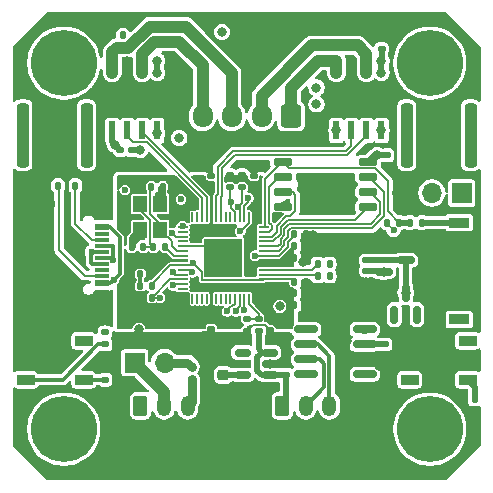
<source format=gbr>
%TF.GenerationSoftware,KiCad,Pcbnew,9.0.0*%
%TF.CreationDate,2025-02-22T01:50:20-08:00*%
%TF.ProjectId,Integrated FOC Stepper Driver,496e7465-6772-4617-9465-6420464f4320,rev?*%
%TF.SameCoordinates,Original*%
%TF.FileFunction,Copper,L1,Top*%
%TF.FilePolarity,Positive*%
%FSLAX46Y46*%
G04 Gerber Fmt 4.6, Leading zero omitted, Abs format (unit mm)*
G04 Created by KiCad (PCBNEW 9.0.0) date 2025-02-22 01:50:20*
%MOMM*%
%LPD*%
G01*
G04 APERTURE LIST*
G04 Aperture macros list*
%AMRoundRect*
0 Rectangle with rounded corners*
0 $1 Rounding radius*
0 $2 $3 $4 $5 $6 $7 $8 $9 X,Y pos of 4 corners*
0 Add a 4 corners polygon primitive as box body*
4,1,4,$2,$3,$4,$5,$6,$7,$8,$9,$2,$3,0*
0 Add four circle primitives for the rounded corners*
1,1,$1+$1,$2,$3*
1,1,$1+$1,$4,$5*
1,1,$1+$1,$6,$7*
1,1,$1+$1,$8,$9*
0 Add four rect primitives between the rounded corners*
20,1,$1+$1,$2,$3,$4,$5,0*
20,1,$1+$1,$4,$5,$6,$7,0*
20,1,$1+$1,$6,$7,$8,$9,0*
20,1,$1+$1,$8,$9,$2,$3,0*%
G04 Aperture macros list end*
%TA.AperFunction,ComponentPad*%
%ADD10C,5.600000*%
%TD*%
%TA.AperFunction,SMDPad,CuDef*%
%ADD11RoundRect,0.135000X0.135000X0.185000X-0.135000X0.185000X-0.135000X-0.185000X0.135000X-0.185000X0*%
%TD*%
%TA.AperFunction,SMDPad,CuDef*%
%ADD12RoundRect,0.250000X0.250000X0.475000X-0.250000X0.475000X-0.250000X-0.475000X0.250000X-0.475000X0*%
%TD*%
%TA.AperFunction,SMDPad,CuDef*%
%ADD13RoundRect,0.250000X-0.250000X-0.475000X0.250000X-0.475000X0.250000X0.475000X-0.250000X0.475000X0*%
%TD*%
%TA.AperFunction,SMDPad,CuDef*%
%ADD14RoundRect,0.135000X0.185000X-0.135000X0.185000X0.135000X-0.185000X0.135000X-0.185000X-0.135000X0*%
%TD*%
%TA.AperFunction,ComponentPad*%
%ADD15R,1.700000X1.700000*%
%TD*%
%TA.AperFunction,ComponentPad*%
%ADD16O,1.700000X1.700000*%
%TD*%
%TA.AperFunction,SMDPad,CuDef*%
%ADD17RoundRect,0.140000X-0.170000X0.140000X-0.170000X-0.140000X0.170000X-0.140000X0.170000X0.140000X0*%
%TD*%
%TA.AperFunction,SMDPad,CuDef*%
%ADD18RoundRect,0.090000X0.660000X0.360000X-0.660000X0.360000X-0.660000X-0.360000X0.660000X-0.360000X0*%
%TD*%
%TA.AperFunction,SMDPad,CuDef*%
%ADD19RoundRect,0.140000X-0.140000X-0.170000X0.140000X-0.170000X0.140000X0.170000X-0.140000X0.170000X0*%
%TD*%
%TA.AperFunction,SMDPad,CuDef*%
%ADD20RoundRect,0.050000X-0.050000X0.387500X-0.050000X-0.387500X0.050000X-0.387500X0.050000X0.387500X0*%
%TD*%
%TA.AperFunction,SMDPad,CuDef*%
%ADD21RoundRect,0.050000X-0.387500X0.050000X-0.387500X-0.050000X0.387500X-0.050000X0.387500X0.050000X0*%
%TD*%
%TA.AperFunction,HeatsinkPad*%
%ADD22R,3.200000X3.200000*%
%TD*%
%TA.AperFunction,SMDPad,CuDef*%
%ADD23R,1.700000X0.900000*%
%TD*%
%TA.AperFunction,SMDPad,CuDef*%
%ADD24RoundRect,0.150000X0.825000X0.150000X-0.825000X0.150000X-0.825000X-0.150000X0.825000X-0.150000X0*%
%TD*%
%TA.AperFunction,SMDPad,CuDef*%
%ADD25RoundRect,0.140000X0.140000X0.170000X-0.140000X0.170000X-0.140000X-0.170000X0.140000X-0.170000X0*%
%TD*%
%TA.AperFunction,SMDPad,CuDef*%
%ADD26RoundRect,0.140000X0.170000X-0.140000X0.170000X0.140000X-0.170000X0.140000X-0.170000X-0.140000X0*%
%TD*%
%TA.AperFunction,SMDPad,CuDef*%
%ADD27RoundRect,0.135000X-0.135000X-0.185000X0.135000X-0.185000X0.135000X0.185000X-0.135000X0.185000X0*%
%TD*%
%TA.AperFunction,SMDPad,CuDef*%
%ADD28R,1.240000X0.600000*%
%TD*%
%TA.AperFunction,SMDPad,CuDef*%
%ADD29R,1.240000X0.300000*%
%TD*%
%TA.AperFunction,HeatsinkPad*%
%ADD30O,2.100000X1.000000*%
%TD*%
%TA.AperFunction,HeatsinkPad*%
%ADD31O,1.800000X1.000000*%
%TD*%
%TA.AperFunction,SMDPad,CuDef*%
%ADD32R,0.600000X1.550000*%
%TD*%
%TA.AperFunction,ComponentPad*%
%ADD33C,0.600000*%
%TD*%
%TA.AperFunction,SMDPad,CuDef*%
%ADD34R,4.900000X2.950000*%
%TD*%
%TA.AperFunction,ComponentPad*%
%ADD35RoundRect,0.250000X-0.350000X-0.625000X0.350000X-0.625000X0.350000X0.625000X-0.350000X0.625000X0*%
%TD*%
%TA.AperFunction,ComponentPad*%
%ADD36O,1.200000X1.750000*%
%TD*%
%TA.AperFunction,SMDPad,CuDef*%
%ADD37R,1.200000X1.400000*%
%TD*%
%TA.AperFunction,SMDPad,CuDef*%
%ADD38RoundRect,0.135000X-0.185000X0.135000X-0.185000X-0.135000X0.185000X-0.135000X0.185000X0.135000X0*%
%TD*%
%TA.AperFunction,SMDPad,CuDef*%
%ADD39RoundRect,0.150000X0.150000X-0.587500X0.150000X0.587500X-0.150000X0.587500X-0.150000X-0.587500X0*%
%TD*%
%TA.AperFunction,SMDPad,CuDef*%
%ADD40RoundRect,0.225000X0.250000X-0.225000X0.250000X0.225000X-0.250000X0.225000X-0.250000X-0.225000X0*%
%TD*%
%TA.AperFunction,SMDPad,CuDef*%
%ADD41RoundRect,0.150000X-0.587500X-0.150000X0.587500X-0.150000X0.587500X0.150000X-0.587500X0.150000X0*%
%TD*%
%TA.AperFunction,SMDPad,CuDef*%
%ADD42RoundRect,0.150000X0.512500X0.150000X-0.512500X0.150000X-0.512500X-0.150000X0.512500X-0.150000X0*%
%TD*%
%TA.AperFunction,ComponentPad*%
%ADD43RoundRect,0.250000X0.600000X0.725000X-0.600000X0.725000X-0.600000X-0.725000X0.600000X-0.725000X0*%
%TD*%
%TA.AperFunction,ComponentPad*%
%ADD44O,1.700000X1.950000*%
%TD*%
%TA.AperFunction,SMDPad,CuDef*%
%ADD45RoundRect,0.150000X-0.650000X-0.150000X0.650000X-0.150000X0.650000X0.150000X-0.650000X0.150000X0*%
%TD*%
%TA.AperFunction,ViaPad*%
%ADD46C,0.600000*%
%TD*%
%TA.AperFunction,ViaPad*%
%ADD47C,0.800000*%
%TD*%
%TA.AperFunction,Conductor*%
%ADD48C,0.200000*%
%TD*%
%TA.AperFunction,Conductor*%
%ADD49C,0.500000*%
%TD*%
%TA.AperFunction,Conductor*%
%ADD50C,0.300000*%
%TD*%
%TA.AperFunction,Conductor*%
%ADD51C,0.750000*%
%TD*%
%TA.AperFunction,Conductor*%
%ADD52C,1.000000*%
%TD*%
G04 APERTURE END LIST*
D10*
%TO.P,H4,1*%
%TO.N,N/C*%
X34500000Y-65500000D03*
%TD*%
D11*
%TO.P,R1,1*%
%TO.N,/USB_D+*%
X57010000Y-51500000D03*
%TO.P,R1,2*%
%TO.N,/USB_DP*%
X55990000Y-51500000D03*
%TD*%
D12*
%TO.P,C21,1*%
%TO.N,VBUS*%
X68950000Y-42600000D03*
%TO.P,C21,2*%
%TO.N,GND*%
X67050000Y-42600000D03*
%TD*%
D13*
%TO.P,C15,1*%
%TO.N,VBUS*%
X63550000Y-42600000D03*
%TO.P,C15,2*%
%TO.N,GND*%
X65450000Y-42600000D03*
%TD*%
D14*
%TO.P,R10,1*%
%TO.N,/CAN_L*%
X45325000Y-61220000D03*
%TO.P,R10,2*%
%TO.N,Net-(J5-Pin_2)*%
X45325000Y-60200000D03*
%TD*%
%TO.P,R11,1*%
%TO.N,VBUS*%
X51000000Y-57160000D03*
%TO.P,R11,2*%
%TO.N,/VBUS_MEASURE*%
X51000000Y-56140000D03*
%TD*%
D11*
%TO.P,R8,1*%
%TO.N,/QSPI_SS*%
X62910000Y-48000000D03*
%TO.P,R8,2*%
%TO.N,+3.3V*%
X61890000Y-48000000D03*
%TD*%
D15*
%TO.P,J5,1,Pin_1*%
%TO.N,/CAN_H*%
X40500000Y-59850000D03*
D16*
%TO.P,J5,2,Pin_2*%
%TO.N,Net-(J5-Pin_2)*%
X43040000Y-59850000D03*
%TD*%
D17*
%TO.P,C9,1*%
%TO.N,+5V*%
X61700000Y-58320000D03*
%TO.P,C9,2*%
%TO.N,GND*%
X61700000Y-59280000D03*
%TD*%
D13*
%TO.P,C20,1*%
%TO.N,VBUS*%
X31050000Y-40600000D03*
%TO.P,C20,2*%
%TO.N,GND*%
X32950000Y-40600000D03*
%TD*%
D12*
%TO.P,C16,1*%
%TO.N,VBUS*%
X36450000Y-42600000D03*
%TO.P,C16,2*%
%TO.N,GND*%
X34550000Y-42600000D03*
%TD*%
%TO.P,C19,1*%
%TO.N,VBUS*%
X68950000Y-40600000D03*
%TO.P,C19,2*%
%TO.N,GND*%
X67050000Y-40600000D03*
%TD*%
D18*
%TO.P,D1,1,VDD*%
%TO.N,+5V*%
X36200000Y-61300000D03*
%TO.P,D1,2,DOUT*%
%TO.N,Net-(D1-DOUT)*%
X36200000Y-58000000D03*
%TO.P,D1,3,VSS*%
%TO.N,GND*%
X31300000Y-58000000D03*
%TO.P,D1,4,DIN*%
%TO.N,Net-(D1-DIN)*%
X31300000Y-61300000D03*
%TD*%
D12*
%TO.P,C17,1*%
%TO.N,VBUS*%
X68950000Y-38600000D03*
%TO.P,C17,2*%
%TO.N,GND*%
X67050000Y-38600000D03*
%TD*%
D19*
%TO.P,C34,1*%
%TO.N,+3.3V*%
X54020000Y-50000000D03*
%TO.P,C34,2*%
%TO.N,GND*%
X54980000Y-50000000D03*
%TD*%
%TO.P,C37,1*%
%TO.N,+1V1*%
X54020000Y-53000000D03*
%TO.P,C37,2*%
%TO.N,GND*%
X54980000Y-53000000D03*
%TD*%
%TO.P,C27,1*%
%TO.N,+1V1*%
X54020000Y-49000000D03*
%TO.P,C27,2*%
%TO.N,GND*%
X54980000Y-49000000D03*
%TD*%
D12*
%TO.P,C12,1*%
%TO.N,VBUS*%
X36450000Y-38600000D03*
%TO.P,C12,2*%
%TO.N,GND*%
X34550000Y-38600000D03*
%TD*%
D20*
%TO.P,U1,1,IOVDD*%
%TO.N,+3.3V*%
X50600000Y-47562500D03*
%TO.P,U1,2,GPIO0*%
%TO.N,/CAN_TX*%
X50200000Y-47562500D03*
%TO.P,U1,3,GPIO1*%
%TO.N,/CAN_RX*%
X49800000Y-47562500D03*
%TO.P,U1,4,GPIO2*%
%TO.N,/SDA*%
X49400000Y-47562500D03*
%TO.P,U1,5,GPIO3*%
%TO.N,/SCL*%
X49000000Y-47562500D03*
%TO.P,U1,6,GPIO4*%
%TO.N,unconnected-(U1-GPIO4-Pad6)*%
X48600000Y-47562500D03*
%TO.P,U1,7,GPIO5*%
%TO.N,unconnected-(U1-GPIO5-Pad7)*%
X48200000Y-47562500D03*
%TO.P,U1,8,GPIO6*%
%TO.N,/A1_PWM*%
X47800000Y-47562500D03*
%TO.P,U1,9,GPIO7*%
%TO.N,/A2_PWM*%
X47400000Y-47562500D03*
%TO.P,U1,10,IOVDD*%
%TO.N,+3.3V*%
X47000000Y-47562500D03*
%TO.P,U1,11,GPIO8*%
%TO.N,/B1_PWM*%
X46600000Y-47562500D03*
%TO.P,U1,12,GPIO9*%
%TO.N,/B2_PWM*%
X46200000Y-47562500D03*
%TO.P,U1,13,GPIO10*%
%TO.N,unconnected-(U1-GPIO10-Pad13)*%
X45800000Y-47562500D03*
%TO.P,U1,14,GPIO11*%
%TO.N,unconnected-(U1-GPIO11-Pad14)*%
X45400000Y-47562500D03*
D21*
%TO.P,U1,15,GPIO12*%
%TO.N,/MT6701_PUSH*%
X44562500Y-48400000D03*
%TO.P,U1,16,GPIO13*%
%TO.N,unconnected-(U1-GPIO13-Pad16)*%
X44562500Y-48800000D03*
%TO.P,U1,17,GPIO14*%
%TO.N,/NEOPIXEL*%
X44562500Y-49200000D03*
%TO.P,U1,18,GPIO15*%
%TO.N,unconnected-(U1-GPIO15-Pad18)*%
X44562500Y-49600000D03*
%TO.P,U1,19,TESTEN*%
%TO.N,GND*%
X44562500Y-50000000D03*
%TO.P,U1,20,XIN*%
%TO.N,Net-(U1-XIN)*%
X44562500Y-50400000D03*
%TO.P,U1,21,XOUT*%
%TO.N,Net-(U1-XOUT)*%
X44562500Y-50800000D03*
%TO.P,U1,22,IOVDD*%
%TO.N,+3.3V*%
X44562500Y-51200000D03*
%TO.P,U1,23,DVDD*%
%TO.N,+1V1*%
X44562500Y-51600000D03*
%TO.P,U1,24,SWCLK*%
%TO.N,Net-(J2-Pin_1)*%
X44562500Y-52000000D03*
%TO.P,U1,25,SWD*%
%TO.N,Net-(J2-Pin_2)*%
X44562500Y-52400000D03*
%TO.P,U1,26,RUN*%
%TO.N,Net-(U1-RUN)*%
X44562500Y-52800000D03*
%TO.P,U1,27,GPIO16*%
%TO.N,/CAN_S*%
X44562500Y-53200000D03*
%TO.P,U1,28,GPIO17*%
%TO.N,unconnected-(U1-GPIO17-Pad28)*%
X44562500Y-53600000D03*
D20*
%TO.P,U1,29,GPIO18*%
%TO.N,unconnected-(U1-GPIO18-Pad29)*%
X45400000Y-54437500D03*
%TO.P,U1,30,GPIO19*%
%TO.N,unconnected-(U1-GPIO19-Pad30)*%
X45800000Y-54437500D03*
%TO.P,U1,31,GPIO20*%
%TO.N,unconnected-(U1-GPIO20-Pad31)*%
X46200000Y-54437500D03*
%TO.P,U1,32,GPIO21*%
%TO.N,unconnected-(U1-GPIO21-Pad32)*%
X46600000Y-54437500D03*
%TO.P,U1,33,IOVDD*%
%TO.N,+3.3V*%
X47000000Y-54437500D03*
%TO.P,U1,34,GPIO22*%
%TO.N,unconnected-(U1-GPIO22-Pad34)*%
X47400000Y-54437500D03*
%TO.P,U1,35,GPIO23*%
%TO.N,unconnected-(U1-GPIO23-Pad35)*%
X47800000Y-54437500D03*
%TO.P,U1,36,GPIO24*%
%TO.N,unconnected-(U1-GPIO24-Pad36)*%
X48200000Y-54437500D03*
%TO.P,U1,37,GPIO25*%
%TO.N,unconnected-(U1-GPIO25-Pad37)*%
X48600000Y-54437500D03*
%TO.P,U1,38,GPIO26_ADC0*%
%TO.N,/A_CURRENT*%
X49000000Y-54437500D03*
%TO.P,U1,39,GPIO27_ADC1*%
%TO.N,/B_CURRENT*%
X49400000Y-54437500D03*
%TO.P,U1,40,GPIO28_ADC2*%
%TO.N,/MT6701_ANALOG*%
X49800000Y-54437500D03*
%TO.P,U1,41,GPIO29_ADC3*%
%TO.N,/VBUS_MEASURE*%
X50200000Y-54437500D03*
%TO.P,U1,42,IOVDD*%
%TO.N,+3.3V*%
X50600000Y-54437500D03*
D21*
%TO.P,U1,43,ADC_AVDD*%
X51437500Y-53600000D03*
%TO.P,U1,44,VREG_IN*%
X51437500Y-53200000D03*
%TO.P,U1,45,VREG_VOUT*%
%TO.N,+1V1*%
X51437500Y-52800000D03*
%TO.P,U1,46,USB_DM*%
%TO.N,/USB_DN*%
X51437500Y-52400000D03*
%TO.P,U1,47,USB_DP*%
%TO.N,/USB_DP*%
X51437500Y-52000000D03*
%TO.P,U1,48,USB_VDD*%
%TO.N,+3.3V*%
X51437500Y-51600000D03*
%TO.P,U1,49,IOVDD*%
X51437500Y-51200000D03*
%TO.P,U1,50,DVDD*%
%TO.N,+1V1*%
X51437500Y-50800000D03*
%TO.P,U1,51,QSPI_SD3*%
%TO.N,/QSPI_SD3*%
X51437500Y-50400000D03*
%TO.P,U1,52,QSPI_SCLK*%
%TO.N,/QSPI_SCK*%
X51437500Y-50000000D03*
%TO.P,U1,53,QSPI_SD0*%
%TO.N,/QSPI_SD0*%
X51437500Y-49600000D03*
%TO.P,U1,54,QSPI_SD2*%
%TO.N,/QSPI_SD2*%
X51437500Y-49200000D03*
%TO.P,U1,55,QSPI_SD1*%
%TO.N,/QSPI_SD1*%
X51437500Y-48800000D03*
%TO.P,U1,56,QSPI_SS*%
%TO.N,/QSPI_SS*%
X51437500Y-48400000D03*
D22*
%TO.P,U1,57,GND*%
%TO.N,GND*%
X48000000Y-51000000D03*
%TD*%
D12*
%TO.P,C14,1*%
%TO.N,VBUS*%
X36450000Y-40600000D03*
%TO.P,C14,2*%
%TO.N,GND*%
X34550000Y-40600000D03*
%TD*%
D15*
%TO.P,J2,1,Pin_1*%
%TO.N,Net-(J2-Pin_1)*%
X68210000Y-45500000D03*
D16*
%TO.P,J2,2,Pin_2*%
%TO.N,Net-(J2-Pin_2)*%
X65670000Y-45500000D03*
%TO.P,J2,3,Pin_3*%
%TO.N,GND*%
X63130000Y-45500000D03*
%TD*%
D23*
%TO.P,SW1,1,1*%
%TO.N,Net-(U1-RUN)*%
X68000000Y-56200000D03*
%TO.P,SW1,2,2*%
%TO.N,GND*%
X68000000Y-52800000D03*
%TD*%
D13*
%TO.P,C22,1*%
%TO.N,VBUS*%
X31050000Y-42600000D03*
%TO.P,C22,2*%
%TO.N,GND*%
X32950000Y-42600000D03*
%TD*%
D24*
%TO.P,U5,1,TXD*%
%TO.N,/CAN_TX*%
X59975000Y-60855000D03*
%TO.P,U5,2,GND*%
%TO.N,GND*%
X59975000Y-59585000D03*
%TO.P,U5,3,VCC*%
%TO.N,+5V*%
X59975000Y-58315000D03*
%TO.P,U5,4,RXD*%
%TO.N,/CAN_RX*%
X59975000Y-57045000D03*
%TO.P,U5,5,VREF*%
%TO.N,unconnected-(U5-VREF-Pad5)*%
X55025000Y-57045000D03*
%TO.P,U5,6,CANL*%
%TO.N,/CAN_L*%
X55025000Y-58315000D03*
%TO.P,U5,7,CANH*%
%TO.N,/CAN_H*%
X55025000Y-59585000D03*
%TO.P,U5,8,S*%
%TO.N,/CAN_S*%
X55025000Y-60855000D03*
%TD*%
D25*
%TO.P,C24,1*%
%TO.N,VBUS*%
X39510000Y-32160000D03*
%TO.P,C24,2*%
%TO.N,GND*%
X38550000Y-32160000D03*
%TD*%
D26*
%TO.P,C33,1*%
%TO.N,+3.3V*%
X50600000Y-44980000D03*
%TO.P,C33,2*%
%TO.N,GND*%
X50600000Y-44020000D03*
%TD*%
D27*
%TO.P,R5,1*%
%TO.N,Net-(J1-CC1)*%
X35490000Y-44875000D03*
%TO.P,R5,2*%
%TO.N,GND*%
X36510000Y-44875000D03*
%TD*%
D13*
%TO.P,C11,1*%
%TO.N,VBUS*%
X63550000Y-38600000D03*
%TO.P,C11,2*%
%TO.N,GND*%
X65450000Y-38600000D03*
%TD*%
D28*
%TO.P,J1,A1,GND*%
%TO.N,GND*%
X37725000Y-47550000D03*
%TO.P,J1,A4,VBUS*%
%TO.N,/VUSB*%
X37725000Y-48350000D03*
D29*
%TO.P,J1,A5,CC1*%
%TO.N,Net-(J1-CC1)*%
X37725000Y-49500000D03*
%TO.P,J1,A6,D+*%
%TO.N,/USB_D+*%
X37725000Y-50500000D03*
%TO.P,J1,A7,D-*%
%TO.N,/USB_D-*%
X37725000Y-51000000D03*
%TO.P,J1,A8,SBU1*%
%TO.N,unconnected-(J1-SBU1-PadA8)*%
X37725000Y-52000000D03*
D28*
%TO.P,J1,A9,VBUS*%
%TO.N,/VUSB*%
X37725000Y-53150000D03*
%TO.P,J1,A12,GND*%
%TO.N,GND*%
X37725000Y-53950000D03*
%TO.P,J1,B1,GND*%
X37725000Y-53950000D03*
%TO.P,J1,B4,VBUS*%
%TO.N,/VUSB*%
X37725000Y-53150000D03*
D29*
%TO.P,J1,B5,CC2*%
%TO.N,Net-(J1-CC2)*%
X37725000Y-52500000D03*
%TO.P,J1,B6,D+*%
%TO.N,/USB_D+*%
X37725000Y-51500000D03*
%TO.P,J1,B7,D-*%
%TO.N,/USB_D-*%
X37725000Y-50000000D03*
%TO.P,J1,B8,SBU2*%
%TO.N,unconnected-(J1-SBU2-PadB8)*%
X37725000Y-49000000D03*
D28*
%TO.P,J1,B9,VBUS*%
%TO.N,/VUSB*%
X37725000Y-48350000D03*
%TO.P,J1,B12,GND*%
%TO.N,GND*%
X37725000Y-47550000D03*
D30*
%TO.P,J1,S1,SHIELD*%
X37125000Y-46430000D03*
D31*
X32925000Y-46430000D03*
D30*
X37125000Y-55070000D03*
D31*
X32925000Y-55070000D03*
%TD*%
D17*
%TO.P,C3,1*%
%TO.N,+3.3V*%
X61875000Y-42295000D03*
%TO.P,C3,2*%
%TO.N,GND*%
X61875000Y-43255000D03*
%TD*%
D32*
%TO.P,U6,1,IPROPI*%
%TO.N,/A_CURRENT*%
X57595000Y-40200000D03*
%TO.P,U6,2,IN2*%
%TO.N,/A2_PWM*%
X58865000Y-40200000D03*
%TO.P,U6,3,IN1*%
%TO.N,/A1_PWM*%
X60135000Y-40200000D03*
%TO.P,U6,4,VREF*%
%TO.N,+3.3V*%
X61405000Y-40200000D03*
%TO.P,U6,5,VM*%
%TO.N,VBUS*%
X61405000Y-34800000D03*
%TO.P,U6,6,OUT1*%
%TO.N,/A1*%
X60135000Y-34800000D03*
%TO.P,U6,7,GND*%
%TO.N,GND*%
X58865000Y-34800000D03*
%TO.P,U6,8,OUT2*%
%TO.N,/A2*%
X57595000Y-34800000D03*
D33*
%TO.P,U6,9,GND*%
%TO.N,GND*%
X57550000Y-38150000D03*
X58850000Y-38150000D03*
X60150000Y-38150000D03*
X61450000Y-38150000D03*
D34*
X59500000Y-37500000D03*
D33*
X57550000Y-36850000D03*
X58850000Y-36850000D03*
X60150000Y-36850000D03*
X61450000Y-36850000D03*
%TD*%
D19*
%TO.P,C35,1*%
%TO.N,+3.3V*%
X54020000Y-51000000D03*
%TO.P,C35,2*%
%TO.N,GND*%
X54980000Y-51000000D03*
%TD*%
%TO.P,C2,1*%
%TO.N,GND*%
X40265000Y-50100000D03*
%TO.P,C2,2*%
%TO.N,Net-(C2-Pad2)*%
X41225000Y-50100000D03*
%TD*%
D10*
%TO.P,H2,1*%
%TO.N,N/C*%
X65500000Y-34500000D03*
%TD*%
D17*
%TO.P,C29,1*%
%TO.N,+3.3V*%
X52000000Y-56170000D03*
%TO.P,C29,2*%
%TO.N,GND*%
X52000000Y-57130000D03*
%TD*%
D19*
%TO.P,C1,1*%
%TO.N,Net-(U1-XIN)*%
X41920000Y-44950000D03*
%TO.P,C1,2*%
%TO.N,GND*%
X42880000Y-44950000D03*
%TD*%
D26*
%TO.P,C23,1*%
%TO.N,VBUS*%
X61410000Y-33290000D03*
%TO.P,C23,2*%
%TO.N,GND*%
X61410000Y-32330000D03*
%TD*%
D35*
%TO.P,J4,1,Pin_1*%
%TO.N,VBUS*%
X53000000Y-63500000D03*
D36*
%TO.P,J4,2,Pin_2*%
%TO.N,/CAN_H*%
X55000000Y-63500000D03*
%TO.P,J4,3,Pin_3*%
%TO.N,/CAN_L*%
X57000000Y-63500000D03*
%TO.P,J4,4,Pin_4*%
%TO.N,GND*%
X59000000Y-63500000D03*
%TD*%
D37*
%TO.P,Y1,1,1*%
%TO.N,Net-(C2-Pad2)*%
X40975000Y-46425000D03*
%TO.P,Y1,2,2*%
%TO.N,GND*%
X40975000Y-48625000D03*
%TO.P,Y1,3,3*%
%TO.N,Net-(U1-XIN)*%
X42675000Y-48625000D03*
%TO.P,Y1,4,4*%
%TO.N,GND*%
X42675000Y-46425000D03*
%TD*%
D32*
%TO.P,U7,1,IPROPI*%
%TO.N,/B_CURRENT*%
X38595000Y-40200000D03*
%TO.P,U7,2,IN2*%
%TO.N,/B2_PWM*%
X39865000Y-40200000D03*
%TO.P,U7,3,IN1*%
%TO.N,/B1_PWM*%
X41135000Y-40200000D03*
%TO.P,U7,4,VREF*%
%TO.N,+3.3V*%
X42405000Y-40200000D03*
%TO.P,U7,5,VM*%
%TO.N,VBUS*%
X42405000Y-34800000D03*
%TO.P,U7,6,OUT1*%
%TO.N,/B1*%
X41135000Y-34800000D03*
%TO.P,U7,7,GND*%
%TO.N,GND*%
X39865000Y-34800000D03*
%TO.P,U7,8,OUT2*%
%TO.N,/B2*%
X38595000Y-34800000D03*
D33*
%TO.P,U7,9,GND*%
%TO.N,GND*%
X38550000Y-38150000D03*
X39850000Y-38150000D03*
X41150000Y-38150000D03*
X42450000Y-38150000D03*
D34*
X40500000Y-37500000D03*
D33*
X38550000Y-36850000D03*
X39850000Y-36850000D03*
X41150000Y-36850000D03*
X42450000Y-36850000D03*
%TD*%
D19*
%TO.P,C36,1*%
%TO.N,+3.3V*%
X54020000Y-54000000D03*
%TO.P,C36,2*%
%TO.N,GND*%
X54980000Y-54000000D03*
%TD*%
D17*
%TO.P,C30,1*%
%TO.N,+3.3V*%
X47000000Y-56020000D03*
%TO.P,C30,2*%
%TO.N,GND*%
X47000000Y-56980000D03*
%TD*%
D25*
%TO.P,C31,1*%
%TO.N,+3.3V*%
X41955000Y-52350000D03*
%TO.P,C31,2*%
%TO.N,GND*%
X40995000Y-52350000D03*
%TD*%
D38*
%TO.P,R12,1*%
%TO.N,/VBUS_MEASURE*%
X50000000Y-56140000D03*
%TO.P,R12,2*%
%TO.N,GND*%
X50000000Y-57160000D03*
%TD*%
D14*
%TO.P,R16,1*%
%TO.N,/SCL*%
X48600000Y-45010000D03*
%TO.P,R16,2*%
%TO.N,+3.3V*%
X48600000Y-43990000D03*
%TD*%
D27*
%TO.P,R2,1*%
%TO.N,/USB_DN*%
X55990000Y-52500000D03*
%TO.P,R2,2*%
%TO.N,/USB_D-*%
X57010000Y-52500000D03*
%TD*%
D39*
%TO.P,D2,1,A*%
%TO.N,/VUSB*%
X62500000Y-55800000D03*
%TO.P,D2,2,A*%
%TO.N,Net-(U3-VOUT)*%
X64400000Y-55800000D03*
%TO.P,D2,3,K*%
%TO.N,+5V*%
X63450000Y-53925000D03*
%TD*%
D40*
%TO.P,C6,1*%
%TO.N,Net-(U3-VOUT)*%
X48000000Y-60900000D03*
%TO.P,C6,2*%
%TO.N,GND*%
X48000000Y-59350000D03*
%TD*%
D11*
%TO.P,R7,1*%
%TO.N,/~{USB_BOOT}*%
X64810000Y-48000000D03*
%TO.P,R7,2*%
%TO.N,/QSPI_SS*%
X63790000Y-48000000D03*
%TD*%
D14*
%TO.P,R15,1*%
%TO.N,/SDA*%
X49600000Y-45010000D03*
%TO.P,R15,2*%
%TO.N,+3.3V*%
X49600000Y-43990000D03*
%TD*%
D25*
%TO.P,C26,1*%
%TO.N,+1V1*%
X41955000Y-53350000D03*
%TO.P,C26,2*%
%TO.N,GND*%
X40995000Y-53350000D03*
%TD*%
D26*
%TO.P,C4,1*%
%TO.N,VBUS*%
X53325000Y-60875000D03*
%TO.P,C4,2*%
%TO.N,GND*%
X53325000Y-59915000D03*
%TD*%
D38*
%TO.P,R14,1*%
%TO.N,/B_CURRENT*%
X39300000Y-41855000D03*
%TO.P,R14,2*%
%TO.N,GND*%
X39300000Y-42875000D03*
%TD*%
D35*
%TO.P,J3,1,Pin_1*%
%TO.N,VBUS*%
X41000000Y-63500000D03*
D36*
%TO.P,J3,2,Pin_2*%
%TO.N,/CAN_H*%
X43000000Y-63500000D03*
%TO.P,J3,3,Pin_3*%
%TO.N,/CAN_L*%
X45000000Y-63500000D03*
%TO.P,J3,4,Pin_4*%
%TO.N,GND*%
X47000000Y-63500000D03*
%TD*%
D25*
%TO.P,C10,1*%
%TO.N,+5V*%
X69285000Y-62925000D03*
%TO.P,C10,2*%
%TO.N,GND*%
X68325000Y-62925000D03*
%TD*%
D41*
%TO.P,U4,1,ADJ*%
%TO.N,GND*%
X61575000Y-50250000D03*
%TO.P,U4,2,VO*%
%TO.N,+3.3V*%
X61575000Y-52150000D03*
%TO.P,U4,3,VI*%
%TO.N,+5V*%
X63450000Y-51200000D03*
%TD*%
D26*
%TO.P,C32,1*%
%TO.N,+3.3V*%
X47000000Y-44980000D03*
%TO.P,C32,2*%
%TO.N,GND*%
X47000000Y-44020000D03*
%TD*%
D10*
%TO.P,H3,1*%
%TO.N,N/C*%
X65500000Y-65500000D03*
%TD*%
D13*
%TO.P,C18,1*%
%TO.N,VBUS*%
X31050000Y-38600000D03*
%TO.P,C18,2*%
%TO.N,GND*%
X32950000Y-38600000D03*
%TD*%
D14*
%TO.P,R9,1*%
%TO.N,Net-(D1-DIN)*%
X38000000Y-58320000D03*
%TO.P,R9,2*%
%TO.N,/NEOPIXEL*%
X38000000Y-57300000D03*
%TD*%
D38*
%TO.P,R13,1*%
%TO.N,/A_CURRENT*%
X40250000Y-41840000D03*
%TO.P,R13,2*%
%TO.N,GND*%
X40250000Y-42860000D03*
%TD*%
D13*
%TO.P,C13,1*%
%TO.N,VBUS*%
X63550000Y-40600000D03*
%TO.P,C13,2*%
%TO.N,GND*%
X65450000Y-40600000D03*
%TD*%
D26*
%TO.P,C5,1*%
%TO.N,+5V*%
X60125000Y-51205000D03*
%TO.P,C5,2*%
%TO.N,GND*%
X60125000Y-50245000D03*
%TD*%
D42*
%TO.P,U3,1,VIN*%
%TO.N,VBUS*%
X51937500Y-60900000D03*
%TO.P,U3,2,GND*%
%TO.N,GND*%
X51937500Y-59950000D03*
%TO.P,U3,3,EN*%
%TO.N,VBUS*%
X51937500Y-59000000D03*
%TO.P,U3,4*%
%TO.N,N/C*%
X49662500Y-59000000D03*
%TO.P,U3,5,VOUT*%
%TO.N,Net-(U3-VOUT)*%
X49662500Y-60900000D03*
%TD*%
D27*
%TO.P,R4,1*%
%TO.N,+3.3V*%
X40965000Y-54350000D03*
%TO.P,R4,2*%
%TO.N,Net-(U1-RUN)*%
X41985000Y-54350000D03*
%TD*%
D17*
%TO.P,C7,1*%
%TO.N,+3.3V*%
X60125000Y-52070000D03*
%TO.P,C7,2*%
%TO.N,GND*%
X60125000Y-53030000D03*
%TD*%
D43*
%TO.P,J6,1,Pin_1*%
%TO.N,/A2*%
X53750000Y-39000000D03*
D44*
%TO.P,J6,2,Pin_2*%
%TO.N,/A1*%
X51250000Y-39000000D03*
%TO.P,J6,3,Pin_3*%
%TO.N,/B2*%
X48750000Y-39000000D03*
%TO.P,J6,4,Pin_4*%
%TO.N,/B1*%
X46250000Y-39000000D03*
%TD*%
D26*
%TO.P,C8,1*%
%TO.N,+5V*%
X38000000Y-61305000D03*
%TO.P,C8,2*%
%TO.N,GND*%
X38000000Y-60345000D03*
%TD*%
D27*
%TO.P,R3,1*%
%TO.N,Net-(C2-Pad2)*%
X42095000Y-50100000D03*
%TO.P,R3,2*%
%TO.N,Net-(U1-XOUT)*%
X43115000Y-50100000D03*
%TD*%
D18*
%TO.P,D3,1,VDD*%
%TO.N,+5V*%
X68700000Y-61300000D03*
%TO.P,D3,2,DOUT*%
%TO.N,unconnected-(D3-DOUT-Pad2)*%
X68700000Y-58000000D03*
%TO.P,D3,3,VSS*%
%TO.N,GND*%
X63800000Y-58000000D03*
%TO.P,D3,4,DIN*%
%TO.N,Net-(D1-DOUT)*%
X63800000Y-61300000D03*
%TD*%
D23*
%TO.P,SW2,1,1*%
%TO.N,GND*%
X68000000Y-51400000D03*
%TO.P,SW2,2,2*%
%TO.N,/~{USB_BOOT}*%
X68000000Y-48000000D03*
%TD*%
D10*
%TO.P,H1,1*%
%TO.N,N/C*%
X34500000Y-34500000D03*
%TD*%
D45*
%TO.P,U2,1,~{CS}*%
%TO.N,/QSPI_SS*%
X53070000Y-42875000D03*
%TO.P,U2,2,DO(IO1)*%
%TO.N,/QSPI_SD1*%
X53070000Y-44145000D03*
%TO.P,U2,3,IO2*%
%TO.N,/QSPI_SD2*%
X53070000Y-45415000D03*
%TO.P,U2,4,GND*%
%TO.N,GND*%
X53070000Y-46685000D03*
%TO.P,U2,5,DI(IO0)*%
%TO.N,/QSPI_SD0*%
X60270000Y-46685000D03*
%TO.P,U2,6,CLK*%
%TO.N,/QSPI_SCK*%
X60270000Y-45415000D03*
%TO.P,U2,7,IO3*%
%TO.N,/QSPI_SD3*%
X60270000Y-44145000D03*
%TO.P,U2,8,VCC*%
%TO.N,+3.3V*%
X60270000Y-42875000D03*
%TD*%
D11*
%TO.P,R6,1*%
%TO.N,Net-(J1-CC2)*%
X34010000Y-44875000D03*
%TO.P,R6,2*%
%TO.N,GND*%
X32990000Y-44875000D03*
%TD*%
D19*
%TO.P,C28,1*%
%TO.N,+3.3V*%
X54020000Y-55000000D03*
%TO.P,C28,2*%
%TO.N,GND*%
X54980000Y-55000000D03*
%TD*%
D46*
%TO.N,+3.3V*%
X45680000Y-53390000D03*
X50240000Y-48730000D03*
D47*
X61575000Y-52150000D03*
D46*
X45640000Y-48590000D03*
X40965000Y-54350000D03*
X42002500Y-52302500D03*
X62426567Y-48625219D03*
D47*
X61405000Y-40200000D03*
D46*
X43760000Y-44400000D03*
X48600000Y-43990000D03*
X49600000Y-43990000D03*
X44410000Y-47190000D03*
D47*
X42405000Y-40450000D03*
D46*
X51330000Y-54210000D03*
X52415000Y-47410000D03*
D47*
X61050000Y-42295000D03*
%TO.N,GND*%
X34550000Y-40600000D03*
D46*
X48000000Y-59350000D03*
D47*
X57360000Y-45800000D03*
X67050000Y-42600000D03*
X39865000Y-35300000D03*
D46*
X37300000Y-60350000D03*
X39681250Y-45237500D03*
X44660000Y-42700000D03*
D47*
X52800000Y-55100000D03*
X32950000Y-38600000D03*
X50050000Y-63450000D03*
D46*
X49000000Y-50800000D03*
D47*
X61575000Y-50250000D03*
X34550000Y-42600000D03*
X31650000Y-48350000D03*
X35200000Y-49600000D03*
X64900000Y-59625000D03*
X54794881Y-51375000D03*
X58865000Y-35300000D03*
X60150000Y-64850000D03*
X58865000Y-34300000D03*
D46*
X42675000Y-46425000D03*
D47*
X32950000Y-40600000D03*
X66150000Y-58400000D03*
D46*
X40995000Y-53350000D03*
D47*
X60125000Y-53030000D03*
X39865000Y-34300000D03*
D46*
X52000000Y-57650000D03*
X61410000Y-32330000D03*
D47*
X54980000Y-54025000D03*
X43300000Y-67650000D03*
D46*
X47000000Y-50800000D03*
D47*
X46300000Y-42850000D03*
X50100000Y-67450000D03*
X65450000Y-42600000D03*
X34550000Y-38600000D03*
D46*
X47000000Y-44020000D03*
D47*
X54600000Y-68350000D03*
X68000000Y-52000000D03*
D46*
X37725000Y-53950000D03*
D47*
X61161372Y-60134644D03*
X55575000Y-49065000D03*
D46*
X48000000Y-52000000D03*
X46480000Y-57460000D03*
D47*
X47300000Y-40750000D03*
X31300000Y-58000000D03*
X67050000Y-40600000D03*
D46*
X37725000Y-47550000D03*
X44443750Y-46031250D03*
D47*
X59100000Y-54900000D03*
X53180000Y-46570000D03*
X67050000Y-38600000D03*
X63800000Y-58000000D03*
X32950000Y-42600000D03*
D46*
X42260000Y-43260000D03*
D47*
X51937500Y-59950000D03*
D46*
X50000000Y-57675000D03*
D47*
X50150000Y-34150000D03*
D46*
X39775000Y-43250000D03*
X47000000Y-52000000D03*
D47*
X31750000Y-53500000D03*
X65450000Y-40600000D03*
D46*
X46490000Y-60390000D03*
X68325000Y-62925000D03*
X48000000Y-50800000D03*
X40741268Y-48858732D03*
D47*
X53050000Y-31450000D03*
X40850000Y-57050000D03*
X65450000Y-38600000D03*
X58450000Y-58000000D03*
X37900000Y-63950000D03*
D46*
X38550000Y-32160000D03*
D47*
X57700000Y-67000000D03*
D46*
X50600000Y-44020000D03*
D47*
X33750000Y-58050000D03*
D46*
%TO.N,+1V1*%
X50727492Y-50799999D03*
X45411254Y-51461254D03*
D47*
%TO.N,VBUS*%
X31050000Y-40600000D03*
X55900000Y-36575000D03*
X68950000Y-42600000D03*
X42405000Y-35300000D03*
X31050000Y-38600000D03*
X36450000Y-38600000D03*
D46*
X39510000Y-32160000D03*
D47*
X55900000Y-37975000D03*
X36450000Y-40600000D03*
X42405000Y-34300000D03*
X63550000Y-38600000D03*
X61405000Y-35300000D03*
X68950000Y-40600000D03*
X44275000Y-40825000D03*
X31050000Y-42600000D03*
X68950000Y-38600000D03*
X61405000Y-34300000D03*
X47900000Y-31860000D03*
X63550000Y-40600000D03*
X63550000Y-42600000D03*
X36450000Y-42600000D03*
D46*
%TO.N,/USB_D+*%
X57010000Y-51500000D03*
X36863907Y-50499999D03*
%TO.N,/USB_D-*%
X57010000Y-52500000D03*
X38713632Y-51138490D03*
D47*
%TO.N,/B2*%
X38595000Y-34300000D03*
X38595000Y-35300000D03*
%TO.N,/B1*%
X41135000Y-34300000D03*
X41135000Y-35300000D03*
%TO.N,/A2*%
X57595000Y-34300000D03*
X57595000Y-35300000D03*
%TO.N,/A1*%
X60135000Y-34300000D03*
X60135000Y-35300000D03*
D46*
%TO.N,/NEOPIXEL*%
X38000000Y-57300000D03*
X43702569Y-48901594D03*
%TO.N,/A_CURRENT*%
X48359527Y-55525811D03*
D47*
X40965748Y-41834252D03*
X57595000Y-40200000D03*
D46*
%TO.N,/B_CURRENT*%
X49084474Y-55516833D03*
D47*
X38835000Y-41390000D03*
D46*
%TO.N,+5V*%
X59975000Y-58315000D03*
D47*
X63450000Y-53925000D03*
X68700000Y-61300000D03*
X36200000Y-61300000D03*
D46*
%TO.N,/SCL*%
X48636962Y-46275513D03*
%TO.N,/MT6701_PUSH*%
X44562500Y-48275000D03*
%TO.N,/SDA*%
X49257757Y-46650001D03*
%TO.N,/CAN_TX*%
X49446758Y-48724999D03*
X59975000Y-60855000D03*
%TO.N,/CAN_S*%
X43755882Y-53325000D03*
X55025000Y-60855000D03*
%TO.N,/CAN_RX*%
X50125000Y-45919492D03*
X59980000Y-57150000D03*
%TO.N,/MT6701_ANALOG*%
X49800000Y-55400000D03*
%TO.N,/VUSB*%
X38771232Y-52828768D03*
X62500000Y-55800000D03*
%TO.N,Net-(D1-DOUT)*%
X63800000Y-61300000D03*
X36200000Y-58000000D03*
%TO.N,Net-(U3-VOUT)*%
X49662500Y-60900000D03*
X64400000Y-55800000D03*
%TO.N,Net-(J2-Pin_2)*%
X43713536Y-52163993D03*
%TO.N,Net-(J2-Pin_1)*%
X45401422Y-52199539D03*
%TO.N,Net-(U1-RUN)*%
X68000000Y-56200000D03*
X42650000Y-54350000D03*
%TD*%
D48*
%TO.N,+3.3V*%
X51437500Y-53199999D02*
X53219999Y-53199999D01*
X47000000Y-56020000D02*
X47000000Y-54437500D01*
X50600000Y-54850000D02*
X51920000Y-56170000D01*
X51437500Y-53600000D02*
X52620000Y-53600000D01*
D49*
X60125000Y-52070000D02*
X61495000Y-52070000D01*
X61050000Y-42295000D02*
X61775000Y-42295000D01*
X60270000Y-42875000D02*
X60850000Y-42295000D01*
D48*
X43105000Y-51200000D02*
X42002500Y-52302500D01*
X50750000Y-45130000D02*
X50600000Y-44980000D01*
X47000000Y-47562500D02*
X47000000Y-44980000D01*
X50600000Y-54437500D02*
X50600000Y-54850000D01*
X53419999Y-51600001D02*
X54020000Y-51000000D01*
X50600000Y-47562500D02*
X50750000Y-47412500D01*
X52620000Y-53600000D02*
X54020000Y-55000000D01*
X61890000Y-48088652D02*
X62426567Y-48625219D01*
X51437500Y-51200000D02*
X52820000Y-51200000D01*
D49*
X61495000Y-52070000D02*
X61575000Y-52150000D01*
D48*
X52820000Y-51200000D02*
X54020000Y-50000000D01*
X61890000Y-48000000D02*
X61890000Y-48088652D01*
X42002500Y-52302500D02*
X41955000Y-52350000D01*
X44562500Y-51200000D02*
X43105000Y-51200000D01*
X51920000Y-56170000D02*
X52000000Y-56170000D01*
D49*
X60850000Y-42295000D02*
X61050000Y-42295000D01*
D48*
X53219999Y-53199999D02*
X54020000Y-54000000D01*
X51437500Y-51600001D02*
X53419999Y-51600001D01*
X50750000Y-47412500D02*
X50750000Y-45130000D01*
D49*
%TO.N,GND*%
X61700000Y-59280000D02*
X61700000Y-59596016D01*
X39400000Y-42875000D02*
X39775000Y-43250000D01*
X59975000Y-59585000D02*
X60611728Y-59585000D01*
X61775000Y-43255000D02*
X61875000Y-43255000D01*
D50*
X38000000Y-60345000D02*
X37305000Y-60345000D01*
D49*
X63130000Y-44510000D02*
X63130000Y-45500000D01*
D51*
X68000000Y-52000000D02*
X68000000Y-52800000D01*
D50*
X37305000Y-60345000D02*
X37300000Y-60350000D01*
D49*
X53325000Y-59915000D02*
X51972500Y-59915000D01*
X54980000Y-49000000D02*
X55510000Y-49000000D01*
X40250000Y-42860000D02*
X40165000Y-42860000D01*
X36510000Y-45815000D02*
X37125000Y-46430000D01*
X39300000Y-42875000D02*
X40235000Y-42875000D01*
X39300000Y-42875000D02*
X39400000Y-42875000D01*
X61875000Y-43255000D02*
X63130000Y-44510000D01*
X54980000Y-51189881D02*
X54794881Y-51375000D01*
D48*
X44562500Y-50000000D02*
X47000000Y-50000000D01*
X50000000Y-57160000D02*
X50495000Y-56665000D01*
X47000000Y-50000000D02*
X48000000Y-51000000D01*
D49*
X61570000Y-50245000D02*
X61575000Y-50250000D01*
D48*
X46960000Y-56980000D02*
X47000000Y-56980000D01*
D49*
X60125000Y-50245000D02*
X61570000Y-50245000D01*
X60611728Y-59585000D02*
X61161372Y-60134644D01*
X51972500Y-59915000D02*
X51937500Y-59950000D01*
X40235000Y-42875000D02*
X40250000Y-42860000D01*
X42880000Y-46220000D02*
X42675000Y-46425000D01*
D50*
X40995000Y-52350000D02*
X40995000Y-53350000D01*
D48*
X46480000Y-57460000D02*
X46960000Y-56980000D01*
D49*
X40265000Y-49335000D02*
X40975000Y-48625000D01*
X42880000Y-44950000D02*
X42880000Y-46220000D01*
X54980000Y-54025000D02*
X54980000Y-55000000D01*
X40265000Y-50100000D02*
X40265000Y-49335000D01*
X54980000Y-53000000D02*
X54980000Y-54025000D01*
X54980000Y-51000000D02*
X54980000Y-51189881D01*
D48*
X51535000Y-56665000D02*
X52000000Y-57130000D01*
D49*
X32990000Y-44875000D02*
X32990000Y-46365000D01*
D51*
X68000000Y-51400000D02*
X68000000Y-52000000D01*
D49*
X32990000Y-46365000D02*
X32925000Y-46430000D01*
X40165000Y-42860000D02*
X39775000Y-43250000D01*
D48*
X52000000Y-57130000D02*
X52000000Y-57650000D01*
D49*
X36510000Y-44875000D02*
X36510000Y-45815000D01*
D48*
X50495000Y-56665000D02*
X51535000Y-56665000D01*
D49*
X40975000Y-48625000D02*
X40741268Y-48858732D01*
D48*
X50000000Y-57160000D02*
X50000000Y-57675000D01*
D49*
X61700000Y-59596016D02*
X61161372Y-60134644D01*
X55510000Y-49000000D02*
X55575000Y-49065000D01*
X54980000Y-51000000D02*
X54980000Y-49000000D01*
D48*
%TO.N,+1V1*%
X46175000Y-52825000D02*
X51412500Y-52825000D01*
X51437500Y-50800000D02*
X52760380Y-50800000D01*
X45411254Y-51461254D02*
X46175000Y-52225000D01*
X46175000Y-52225000D02*
X46175000Y-52825000D01*
X44562500Y-51600000D02*
X43535068Y-51600000D01*
X54020000Y-49169932D02*
X54020000Y-49000000D01*
X53515000Y-49674932D02*
X54020000Y-49169932D01*
X53820000Y-52800000D02*
X54020000Y-53000000D01*
X43535068Y-51600000D02*
X41955000Y-53180068D01*
X45411254Y-51461254D02*
X45272507Y-51600001D01*
X52760380Y-50800000D02*
X53515000Y-50045380D01*
X41955000Y-53180068D02*
X41955000Y-53350000D01*
X45272507Y-51600001D02*
X44562500Y-51600001D01*
X53515000Y-50045380D02*
X53515000Y-49674932D01*
X51412500Y-52825000D02*
X51437500Y-52800000D01*
X50727493Y-50800000D02*
X51437500Y-50800000D01*
X51437500Y-52800000D02*
X53820000Y-52800000D01*
X50727492Y-50799999D02*
X50727493Y-50800000D01*
D52*
%TO.N,VBUS*%
X36450000Y-38600000D02*
X36450000Y-42600000D01*
D49*
X51000000Y-58724999D02*
X51275001Y-59000000D01*
D52*
X63550000Y-38600000D02*
X63550000Y-42600000D01*
D49*
X51275001Y-59000000D02*
X50900000Y-59375001D01*
X61410000Y-33290000D02*
X61410000Y-34295000D01*
X51000000Y-57160000D02*
X51000000Y-58724999D01*
D52*
X68950000Y-38600000D02*
X68950000Y-42600000D01*
D49*
X61410000Y-34295000D02*
X61405000Y-34300000D01*
X53325000Y-63175000D02*
X53000000Y-63500000D01*
D52*
X31050000Y-38600000D02*
X31050000Y-42600000D01*
D49*
X50900000Y-60524999D02*
X51275001Y-60900000D01*
X51937500Y-59000000D02*
X51275001Y-59000000D01*
X51275001Y-60900000D02*
X51937500Y-60900000D01*
X53325000Y-60875000D02*
X53325000Y-63175000D01*
X51962500Y-60875000D02*
X51937500Y-60900000D01*
X50900000Y-59375001D02*
X50900000Y-60524999D01*
X53325000Y-60875000D02*
X51962500Y-60875000D01*
D50*
%TO.N,/USB_D+*%
X36863907Y-50499999D02*
X37724999Y-50499999D01*
X36905000Y-50500000D02*
X37725000Y-50500000D01*
X36830000Y-50575000D02*
X36905000Y-50500000D01*
X37725000Y-51500000D02*
X36905000Y-51500000D01*
X36905000Y-51500000D02*
X36830000Y-51425000D01*
X36830000Y-51425000D02*
X36830000Y-50575000D01*
X37724999Y-50499999D02*
X37725000Y-50500000D01*
%TO.N,/USB_D-*%
X37725000Y-51000000D02*
X38575142Y-51000000D01*
X38713632Y-50068632D02*
X38713632Y-50831368D01*
X38575142Y-51000000D02*
X38713632Y-51138490D01*
X38545000Y-51000000D02*
X37725000Y-51000000D01*
X38645000Y-50000000D02*
X38713632Y-50068632D01*
X37725000Y-50000000D02*
X38645000Y-50000000D01*
X38713632Y-50831368D02*
X38545000Y-51000000D01*
D52*
%TO.N,/B2*%
X48750000Y-35321522D02*
X48750000Y-39000000D01*
X44828478Y-31400000D02*
X48750000Y-35321522D01*
X41781530Y-31400000D02*
X44828478Y-31400000D01*
X38595000Y-34300000D02*
X38595000Y-33593000D01*
X38595000Y-35300000D02*
X38595000Y-34300000D01*
X38989000Y-33199000D02*
X39982530Y-33199000D01*
X39982530Y-33199000D02*
X41781530Y-31400000D01*
X38595000Y-33593000D02*
X38989000Y-33199000D01*
%TO.N,/B1*%
X44290000Y-32700000D02*
X46250000Y-34660000D01*
X46250000Y-34660000D02*
X46250000Y-39000000D01*
X41135000Y-33745000D02*
X42180000Y-32700000D01*
X42180000Y-32700000D02*
X44290000Y-32700000D01*
X41135000Y-35300000D02*
X41135000Y-33745000D01*
%TO.N,/A2*%
X57595000Y-34300000D02*
X56040000Y-34300000D01*
X53750000Y-36590000D02*
X53750000Y-39000000D01*
X57595000Y-35300000D02*
X57595000Y-34300000D01*
X56040000Y-34300000D02*
X53750000Y-36590000D01*
%TO.N,/A1*%
X60135000Y-34300000D02*
X60135000Y-33745000D01*
X59390000Y-33000000D02*
X55501522Y-33000000D01*
X60135000Y-33745000D02*
X59390000Y-33000000D01*
X60135000Y-35300000D02*
X60135000Y-34300000D01*
X55501522Y-33000000D02*
X51250000Y-37251522D01*
X51250000Y-37251522D02*
X51250000Y-39000000D01*
D48*
%TO.N,/NEOPIXEL*%
X44562500Y-49200000D02*
X44000975Y-49200000D01*
X44000975Y-49200000D02*
X43702569Y-48901594D01*
D49*
%TO.N,/~{USB_BOOT}*%
X68000000Y-48000000D02*
X64810000Y-48000000D01*
D48*
%TO.N,/QSPI_SS*%
X51565000Y-44315514D02*
X53005514Y-42875000D01*
X60859486Y-43400000D02*
X53595000Y-43400000D01*
D49*
X63790000Y-48000000D02*
X62910000Y-48000000D01*
D48*
X53595000Y-43400000D02*
X53070000Y-42875000D01*
X51437500Y-48400000D02*
X51565000Y-48272500D01*
X51565000Y-48272500D02*
X51565000Y-44315514D01*
X61945000Y-44485514D02*
X60859486Y-43400000D01*
X53005514Y-42875000D02*
X53070000Y-42875000D01*
X61945000Y-47035000D02*
X61945000Y-44485514D01*
X62910000Y-48000000D02*
X61945000Y-47035000D01*
D49*
%TO.N,/A_CURRENT*%
X40965748Y-41834252D02*
X40255748Y-41834252D01*
X40255748Y-41834252D02*
X40250000Y-41840000D01*
D48*
X48675000Y-55100000D02*
X48765294Y-55100000D01*
X48765294Y-55100000D02*
X49000000Y-54865294D01*
X48359527Y-55525811D02*
X48359527Y-55415473D01*
X48359527Y-55415473D02*
X48675000Y-55100000D01*
X49000000Y-54865294D02*
X49000000Y-54437500D01*
%TO.N,/B_CURRENT*%
X49084474Y-55373063D02*
X49400000Y-55057537D01*
X49084474Y-55516833D02*
X49084474Y-55373063D01*
D49*
X38835000Y-41390000D02*
X39300000Y-41855000D01*
X38595000Y-41150000D02*
X38835000Y-41390000D01*
D48*
X49400000Y-55057537D02*
X49400000Y-54437500D01*
D49*
X38595000Y-40200000D02*
X38595000Y-41150000D01*
%TO.N,+5V*%
X59980000Y-58320000D02*
X59975000Y-58315000D01*
X61700000Y-58320000D02*
X59980000Y-58320000D01*
X63450000Y-51200000D02*
X63450000Y-53925000D01*
D50*
X36205000Y-61305000D02*
X36200000Y-61300000D01*
D49*
X69285000Y-61885000D02*
X69285000Y-62925000D01*
D50*
X38000000Y-61305000D02*
X36205000Y-61305000D01*
D49*
X68700000Y-61300000D02*
X69285000Y-61885000D01*
X60130000Y-51200000D02*
X60125000Y-51205000D01*
X63450000Y-51200000D02*
X60130000Y-51200000D01*
D48*
%TO.N,/QSPI_SD2*%
X52540000Y-48271072D02*
X53346072Y-47465000D01*
X52150000Y-49200000D02*
X52540000Y-48810000D01*
X53346072Y-47465000D02*
X53635000Y-47465000D01*
X51437500Y-49200000D02*
X52150000Y-49200000D01*
X52540000Y-48810000D02*
X52540000Y-48271072D01*
X54095000Y-45635000D02*
X53875000Y-45415000D01*
X54095000Y-47005000D02*
X54095000Y-45635000D01*
X53875000Y-45415000D02*
X53070000Y-45415000D01*
X53635000Y-47465000D02*
X54095000Y-47005000D01*
%TO.N,/QSPI_SD1*%
X52100000Y-48234706D02*
X51890000Y-48024706D01*
X51890000Y-48024706D02*
X51890000Y-44950000D01*
X51437500Y-48800001D02*
X51875000Y-48800001D01*
X52100000Y-48575001D02*
X52100000Y-48234706D01*
X51875000Y-48800001D02*
X52100000Y-48575001D01*
X52695000Y-44145000D02*
X53070000Y-44145000D01*
X51890000Y-44950000D02*
X52695000Y-44145000D01*
%TO.N,/QSPI_SCK*%
X51437500Y-50000000D02*
X52641140Y-50000000D01*
X53190000Y-48540312D02*
X53615312Y-48115000D01*
X60485000Y-48115000D02*
X61295000Y-47305000D01*
X53190000Y-49080692D02*
X53190000Y-48540312D01*
X61295000Y-47305000D02*
X61295000Y-46245000D01*
X53615312Y-48115000D02*
X60485000Y-48115000D01*
X52865000Y-49405692D02*
X53190000Y-49080692D01*
X60465000Y-45415000D02*
X60270000Y-45415000D01*
X61295000Y-46245000D02*
X60465000Y-45415000D01*
X52641140Y-50000000D02*
X52865000Y-49776140D01*
X52865000Y-49776140D02*
X52865000Y-49405692D01*
%TO.N,/QSPI_SD3*%
X53515000Y-48674932D02*
X53749932Y-48440000D01*
X53190000Y-49910760D02*
X53190000Y-49540312D01*
X60334486Y-44145000D02*
X60270000Y-44145000D01*
X52700761Y-50399999D02*
X53190000Y-49910760D01*
X53190000Y-49540312D02*
X53515000Y-49215312D01*
X51437500Y-50399999D02*
X52700761Y-50399999D01*
X61620000Y-45430514D02*
X60334486Y-44145000D01*
X53749932Y-48440000D02*
X60619620Y-48440000D01*
X53515000Y-49215312D02*
X53515000Y-48674932D01*
X60619620Y-48440000D02*
X61620000Y-47439620D01*
X61620000Y-47439620D02*
X61620000Y-45430514D01*
%TO.N,/QSPI_SD0*%
X60270000Y-46720000D02*
X60270000Y-46685000D01*
X51437500Y-49600000D02*
X52211072Y-49600000D01*
X52211072Y-49600000D02*
X52865000Y-48946072D01*
X53480692Y-47790000D02*
X59200000Y-47790000D01*
X52865000Y-48946072D02*
X52865000Y-48405692D01*
X59200000Y-47790000D02*
X60270000Y-46720000D01*
X52865000Y-48405692D02*
X53480692Y-47790000D01*
%TO.N,/SCL*%
X48600000Y-46238551D02*
X48636962Y-46275513D01*
X48636962Y-46771668D02*
X49000000Y-47134706D01*
X48636962Y-46275513D02*
X48636962Y-46771668D01*
X49000000Y-47134706D02*
X49000000Y-47562500D01*
X48600000Y-45010000D02*
X48600000Y-46238551D01*
%TO.N,/B2_PWM*%
X39865000Y-40665000D02*
X39865000Y-40200000D01*
X41515380Y-41200000D02*
X40400000Y-41200000D01*
X46200000Y-47562500D02*
X46200000Y-45884620D01*
X40400000Y-41200000D02*
X39865000Y-40665000D01*
X46200000Y-45884620D02*
X41515380Y-41200000D01*
%TO.N,/SDA*%
X49600000Y-45010000D02*
X49600000Y-46307758D01*
X49400000Y-46792244D02*
X49400000Y-47562500D01*
X49257757Y-46650001D02*
X49400000Y-46792244D01*
X49600000Y-46307758D02*
X49257757Y-46650001D01*
%TO.N,/CAN_TX*%
X50200000Y-47562500D02*
X50200000Y-48000000D01*
X50200000Y-48000000D02*
X49475001Y-48724999D01*
X49475001Y-48724999D02*
X49446758Y-48724999D01*
%TO.N,/A1_PWM*%
X47860000Y-45708621D02*
X47860000Y-43408921D01*
X60135000Y-40690000D02*
X60135000Y-40200000D01*
X47800000Y-45768621D02*
X47860000Y-45708621D01*
X47860000Y-43408921D02*
X48968921Y-42300000D01*
X47800000Y-47562500D02*
X47800000Y-45768621D01*
X58525000Y-42300000D02*
X60135000Y-40690000D01*
X48968921Y-42300000D02*
X58525000Y-42300000D01*
%TO.N,/B1_PWM*%
X46600000Y-45825000D02*
X41135000Y-40360000D01*
X41135000Y-40360000D02*
X41135000Y-40200000D01*
X46600000Y-47562500D02*
X46600000Y-45825000D01*
%TO.N,/CAN_S*%
X43880882Y-53200000D02*
X44562500Y-53200000D01*
X43755882Y-53325000D02*
X43880882Y-53200000D01*
%TO.N,/CAN_RX*%
X50125000Y-46242378D02*
X50125000Y-45919492D01*
X49800000Y-46567378D02*
X50125000Y-46242378D01*
X49800000Y-47562500D02*
X49800000Y-46567378D01*
%TO.N,/A2_PWM*%
X58865000Y-41500380D02*
X58865000Y-40200000D01*
X47400000Y-45709001D02*
X47535000Y-45574001D01*
X47400000Y-47562499D02*
X47400000Y-45709001D01*
X47399999Y-47562500D02*
X47400000Y-47562499D01*
X47535000Y-45574001D02*
X47535000Y-43274301D01*
X48834301Y-41975000D02*
X58390380Y-41975000D01*
X58390380Y-41975000D02*
X58865000Y-41500380D01*
X47535000Y-43274301D02*
X48834301Y-41975000D01*
%TO.N,/MT6701_ANALOG*%
X49800000Y-55400000D02*
X49800000Y-54437500D01*
D50*
%TO.N,/VUSB*%
X39288632Y-49243632D02*
X39288632Y-52311368D01*
X38450000Y-53150000D02*
X38771232Y-52828768D01*
X37725000Y-48350000D02*
X38395000Y-48350000D01*
X37725000Y-53150000D02*
X38450000Y-53150000D01*
X38395000Y-48350000D02*
X39288632Y-49243632D01*
X39288632Y-52311368D02*
X38771232Y-52828768D01*
%TO.N,Net-(D1-DIN)*%
X37418682Y-58320000D02*
X38000000Y-58320000D01*
X34438682Y-61300000D02*
X37418682Y-58320000D01*
X31300000Y-61300000D02*
X34438682Y-61300000D01*
D48*
%TO.N,/VBUS_MEASURE*%
X50200000Y-54909620D02*
X51000000Y-55709620D01*
X51000000Y-55709620D02*
X51000000Y-56140000D01*
X50000000Y-56140000D02*
X51000000Y-56140000D01*
X50200000Y-54437500D02*
X50200000Y-54909620D01*
%TO.N,/USB_DP*%
X55990000Y-51500000D02*
X55490000Y-52000000D01*
X55490000Y-52000000D02*
X51437500Y-52000000D01*
%TO.N,/USB_DN*%
X55890000Y-52400000D02*
X51437500Y-52400000D01*
X55990000Y-52500000D02*
X55890000Y-52400000D01*
D52*
%TO.N,/CAN_H*%
X43000000Y-63500000D02*
X43000000Y-62350000D01*
D50*
X55025000Y-59585000D02*
X56160000Y-59585000D01*
X56575000Y-60000000D02*
X56575000Y-61925000D01*
X56160000Y-59585000D02*
X56575000Y-60000000D01*
D52*
X43000000Y-62350000D02*
X40500000Y-59850000D01*
D50*
X56575000Y-61925000D02*
X55000000Y-63500000D01*
%TO.N,/CAN_L*%
X55999999Y-58315000D02*
X57000000Y-59315001D01*
D51*
X45325000Y-61220000D02*
X45325000Y-63175000D01*
D50*
X55025000Y-58315000D02*
X55999999Y-58315000D01*
D51*
X45325000Y-63175000D02*
X45000000Y-63500000D01*
D50*
X57000000Y-59315001D02*
X57000000Y-63500000D01*
D51*
%TO.N,Net-(J5-Pin_2)*%
X43040000Y-59850000D02*
X44975000Y-59850000D01*
X44975000Y-59850000D02*
X45325000Y-60200000D01*
D48*
%TO.N,Net-(U1-XIN)*%
X41800000Y-47250000D02*
X42675000Y-48125000D01*
X43650000Y-49950000D02*
X44100000Y-50400000D01*
X41920000Y-44950000D02*
X41920000Y-45280000D01*
X42675000Y-48125000D02*
X42675000Y-48625000D01*
X41800000Y-45400000D02*
X41800000Y-47250000D01*
X42675000Y-48625000D02*
X43650000Y-49600000D01*
X44100000Y-50400000D02*
X44562500Y-50400000D01*
X43650000Y-49600000D02*
X43650000Y-49950000D01*
X41920000Y-45280000D02*
X41800000Y-45400000D01*
%TO.N,Net-(C2-Pad2)*%
X41225000Y-50100000D02*
X42095000Y-50100000D01*
X40975000Y-46925000D02*
X41800000Y-47750000D01*
X40975000Y-46425000D02*
X40975000Y-46925000D01*
X41800000Y-47750000D02*
X41800000Y-49805000D01*
X41800000Y-49805000D02*
X42095000Y-50100000D01*
D49*
%TO.N,Net-(U3-VOUT)*%
X49662500Y-60900000D02*
X48000000Y-60900000D01*
D48*
%TO.N,Net-(J1-CC1)*%
X35490000Y-48085000D02*
X35490000Y-44875000D01*
X37725000Y-49500000D02*
X36905000Y-49500000D01*
X36905000Y-49500000D02*
X35490000Y-48085000D01*
%TO.N,Net-(J1-CC2)*%
X34100000Y-50300000D02*
X36300000Y-52500000D01*
X36300000Y-52500000D02*
X37725000Y-52500000D01*
X34010000Y-44875000D02*
X34100000Y-44965000D01*
X34100000Y-44965000D02*
X34100000Y-50300000D01*
%TO.N,Net-(J2-Pin_2)*%
X44562500Y-52400000D02*
X43949543Y-52400000D01*
X43949543Y-52400000D02*
X43713536Y-52163993D01*
%TO.N,Net-(J2-Pin_1)*%
X44562500Y-52000000D02*
X45201883Y-52000000D01*
X45201883Y-52000000D02*
X45401422Y-52199539D01*
%TO.N,Net-(U1-XOUT)*%
X43815000Y-50800000D02*
X44562500Y-50800000D01*
X43115000Y-50100000D02*
X43815000Y-50800000D01*
%TO.N,Net-(U1-RUN)*%
X41985000Y-54350000D02*
X42650000Y-54350000D01*
X44562500Y-52800000D02*
X43535000Y-52800000D01*
X43535000Y-52800000D02*
X41985000Y-54350000D01*
%TD*%
%TA.AperFunction,Conductor*%
%TO.N,+3.3V*%
G36*
X39794335Y-50249513D02*
G01*
X39832109Y-50308291D01*
X39836306Y-50328941D01*
X39837317Y-50337659D01*
X39837318Y-50337662D01*
X39881186Y-50437015D01*
X39881187Y-50437016D01*
X39957984Y-50513813D01*
X40057338Y-50557682D01*
X40081627Y-50560500D01*
X40448372Y-50560499D01*
X40472662Y-50557682D01*
X40572016Y-50513813D01*
X40648813Y-50437016D01*
X40648813Y-50437015D01*
X40656938Y-50428891D01*
X40659930Y-50431883D01*
X40696749Y-50401788D01*
X40766165Y-50393835D01*
X40828861Y-50424673D01*
X40832769Y-50429183D01*
X40833062Y-50428891D01*
X40841187Y-50437016D01*
X40917984Y-50513813D01*
X41017338Y-50557682D01*
X41041627Y-50560500D01*
X41408372Y-50560499D01*
X41432662Y-50557682D01*
X41532016Y-50513813D01*
X41570855Y-50474974D01*
X41632178Y-50441489D01*
X41701870Y-50446473D01*
X41746217Y-50474974D01*
X41795859Y-50524616D01*
X41795862Y-50524617D01*
X41795863Y-50524618D01*
X41893499Y-50567729D01*
X41893500Y-50567729D01*
X41893502Y-50567730D01*
X41917377Y-50570500D01*
X42272622Y-50570499D01*
X42296498Y-50567730D01*
X42394135Y-50524619D01*
X42394136Y-50524618D01*
X42394141Y-50524616D01*
X42469616Y-50449141D01*
X42491566Y-50399430D01*
X42536651Y-50346054D01*
X42603438Y-50325526D01*
X42670720Y-50344364D01*
X42717136Y-50396587D01*
X42718434Y-50399430D01*
X42735029Y-50437015D01*
X42740384Y-50449141D01*
X42815859Y-50524616D01*
X42815862Y-50524617D01*
X42815863Y-50524618D01*
X42913499Y-50567729D01*
X42913500Y-50567729D01*
X42913502Y-50567730D01*
X42937377Y-50570500D01*
X43179875Y-50570499D01*
X43246915Y-50590183D01*
X43267557Y-50606818D01*
X43673103Y-51012364D01*
X43765172Y-51050500D01*
X43765174Y-51050500D01*
X44913437Y-51050500D01*
X44919263Y-51052210D01*
X44925226Y-51051062D01*
X44952395Y-51061939D01*
X44980476Y-51070185D01*
X44984452Y-51074773D01*
X44990090Y-51077031D01*
X45007067Y-51100873D01*
X45026231Y-51122989D01*
X45027095Y-51128998D01*
X45030618Y-51133946D01*
X45032009Y-51163180D01*
X45036175Y-51192147D01*
X45033726Y-51199222D01*
X45033941Y-51203736D01*
X45020823Y-51236502D01*
X44991377Y-51287502D01*
X44940809Y-51335717D01*
X44883991Y-51349500D01*
X43599338Y-51349500D01*
X43599330Y-51349499D01*
X43584896Y-51349499D01*
X43485241Y-51349499D01*
X43457155Y-51361133D01*
X43393170Y-51387636D01*
X43393169Y-51387637D01*
X43322703Y-51458104D01*
X41927624Y-52853181D01*
X41866301Y-52886666D01*
X41839945Y-52889500D01*
X41771635Y-52889500D01*
X41771611Y-52889502D01*
X41747340Y-52892317D01*
X41747337Y-52892318D01*
X41647984Y-52936186D01*
X41647983Y-52936187D01*
X41563062Y-53021109D01*
X41560075Y-53018122D01*
X41523155Y-53048252D01*
X41453733Y-53056147D01*
X41391063Y-53025256D01*
X41387180Y-53021526D01*
X41378930Y-53013250D01*
X41378813Y-53012984D01*
X41331995Y-52966166D01*
X41331680Y-52965850D01*
X41314938Y-52935074D01*
X41298334Y-52904665D01*
X41298318Y-52904523D01*
X41298292Y-52904474D01*
X41298300Y-52904355D01*
X41295500Y-52878308D01*
X41295500Y-52821691D01*
X41315185Y-52754652D01*
X41331819Y-52734010D01*
X41347219Y-52718610D01*
X41378813Y-52687016D01*
X41422682Y-52587662D01*
X41425500Y-52563373D01*
X41425499Y-52136628D01*
X41422682Y-52112338D01*
X41378813Y-52012984D01*
X41302016Y-51936187D01*
X41302014Y-51936186D01*
X41202663Y-51892318D01*
X41178373Y-51889500D01*
X40811634Y-51889500D01*
X40811611Y-51889502D01*
X40787340Y-51892317D01*
X40787337Y-51892318D01*
X40687984Y-51936186D01*
X40611187Y-52012983D01*
X40567318Y-52112335D01*
X40567318Y-52112337D01*
X40564500Y-52136625D01*
X40564500Y-52563365D01*
X40564502Y-52563388D01*
X40567317Y-52587659D01*
X40567318Y-52587662D01*
X40611186Y-52687015D01*
X40658181Y-52734010D01*
X40672884Y-52760937D01*
X40689477Y-52786756D01*
X40690368Y-52792956D01*
X40691666Y-52795333D01*
X40694500Y-52821691D01*
X40694500Y-52878308D01*
X40674815Y-52945347D01*
X40658182Y-52965988D01*
X40611187Y-53012983D01*
X40567318Y-53112335D01*
X40567318Y-53112337D01*
X40564500Y-53136625D01*
X40564500Y-53199724D01*
X40560275Y-53231816D01*
X40544500Y-53290689D01*
X40544500Y-53409310D01*
X40560275Y-53468184D01*
X40564500Y-53500274D01*
X40564500Y-53563364D01*
X40564502Y-53563388D01*
X40567317Y-53587659D01*
X40567318Y-53587662D01*
X40611186Y-53687015D01*
X40611187Y-53687016D01*
X40687984Y-53763813D01*
X40787338Y-53807682D01*
X40811627Y-53810500D01*
X41178372Y-53810499D01*
X41202662Y-53807682D01*
X41302016Y-53763813D01*
X41378813Y-53687016D01*
X41378813Y-53687015D01*
X41386938Y-53678891D01*
X41389930Y-53681883D01*
X41426749Y-53651788D01*
X41496165Y-53643835D01*
X41558861Y-53674673D01*
X41562099Y-53677756D01*
X41570958Y-53686499D01*
X41571187Y-53687016D01*
X41647984Y-53763813D01*
X41650369Y-53764866D01*
X41660176Y-53774544D01*
X41671963Y-53795795D01*
X41687332Y-53814619D01*
X41688606Y-53825801D01*
X41694066Y-53835644D01*
X41692492Y-53859894D01*
X41695245Y-53884039D01*
X41690271Y-53894135D01*
X41689543Y-53905367D01*
X41675108Y-53924916D01*
X41664370Y-53946717D01*
X41660759Y-53950483D01*
X41610387Y-54000855D01*
X41610381Y-54000863D01*
X41567270Y-54098499D01*
X41564500Y-54122375D01*
X41564500Y-54577615D01*
X41564502Y-54577638D01*
X41567269Y-54601495D01*
X41567269Y-54601498D01*
X41610380Y-54699135D01*
X41610383Y-54699139D01*
X41610384Y-54699141D01*
X41685859Y-54774616D01*
X41685862Y-54774617D01*
X41685863Y-54774618D01*
X41783499Y-54817729D01*
X41783500Y-54817729D01*
X41783502Y-54817730D01*
X41807377Y-54820500D01*
X42162622Y-54820499D01*
X42186498Y-54817730D01*
X42284135Y-54774619D01*
X42284135Y-54774618D01*
X42284141Y-54774616D01*
X42290180Y-54768576D01*
X42351500Y-54735091D01*
X42421191Y-54740073D01*
X42439860Y-54748867D01*
X42476114Y-54769799D01*
X42590691Y-54800500D01*
X42590694Y-54800500D01*
X42709306Y-54800500D01*
X42709309Y-54800500D01*
X42823886Y-54769799D01*
X42926613Y-54710489D01*
X43010489Y-54626613D01*
X43069799Y-54523886D01*
X43100500Y-54409309D01*
X43100500Y-54290691D01*
X43069799Y-54176114D01*
X43010489Y-54073387D01*
X42926613Y-53989511D01*
X42926390Y-53989382D01*
X42922731Y-53987269D01*
X42874518Y-53936700D01*
X42861298Y-53868093D01*
X42887269Y-53803229D01*
X42897045Y-53792214D01*
X43168484Y-53520775D01*
X43229804Y-53487293D01*
X43299496Y-53492277D01*
X43355429Y-53534149D01*
X43363548Y-53546457D01*
X43395393Y-53601613D01*
X43479269Y-53685489D01*
X43581996Y-53744799D01*
X43696573Y-53775500D01*
X43696576Y-53775500D01*
X43815188Y-53775500D01*
X43815191Y-53775500D01*
X43901135Y-53752471D01*
X43970983Y-53754134D01*
X44020250Y-53787478D01*
X44021812Y-53785917D01*
X44030446Y-53794551D01*
X44096769Y-53838867D01*
X44096770Y-53838868D01*
X44155247Y-53850499D01*
X44155250Y-53850500D01*
X44155252Y-53850500D01*
X44969749Y-53850500D01*
X44987490Y-53846970D01*
X45012117Y-53842072D01*
X45081709Y-53848299D01*
X45136887Y-53891161D01*
X45160132Y-53957051D01*
X45157928Y-53987879D01*
X45149500Y-54030252D01*
X45149500Y-54844752D01*
X45161131Y-54903229D01*
X45161132Y-54903230D01*
X45205447Y-54969552D01*
X45271769Y-55013867D01*
X45271770Y-55013868D01*
X45330247Y-55025499D01*
X45330250Y-55025500D01*
X45330252Y-55025500D01*
X45469750Y-55025500D01*
X45469751Y-55025499D01*
X45484568Y-55022552D01*
X45528229Y-55013868D01*
X45528231Y-55013867D01*
X45531108Y-55011945D01*
X45538335Y-55009681D01*
X45539513Y-55009194D01*
X45539556Y-55009299D01*
X45597785Y-54991066D01*
X45665165Y-55009550D01*
X45668892Y-55011945D01*
X45671768Y-55013867D01*
X45671770Y-55013868D01*
X45730247Y-55025499D01*
X45730250Y-55025500D01*
X45730252Y-55025500D01*
X45869750Y-55025500D01*
X45869751Y-55025499D01*
X45884568Y-55022552D01*
X45928229Y-55013868D01*
X45928231Y-55013867D01*
X45931108Y-55011945D01*
X45938335Y-55009681D01*
X45939513Y-55009194D01*
X45939556Y-55009299D01*
X45997785Y-54991066D01*
X46065165Y-55009550D01*
X46068892Y-55011945D01*
X46071768Y-55013867D01*
X46071770Y-55013868D01*
X46130247Y-55025499D01*
X46130250Y-55025500D01*
X46130252Y-55025500D01*
X46269750Y-55025500D01*
X46269751Y-55025499D01*
X46284568Y-55022552D01*
X46328229Y-55013868D01*
X46328231Y-55013867D01*
X46331108Y-55011945D01*
X46338335Y-55009681D01*
X46339513Y-55009194D01*
X46339556Y-55009299D01*
X46397785Y-54991066D01*
X46465165Y-55009550D01*
X46468892Y-55011945D01*
X46471768Y-55013867D01*
X46471770Y-55013868D01*
X46530247Y-55025499D01*
X46530250Y-55025500D01*
X46530252Y-55025500D01*
X46669750Y-55025500D01*
X46669751Y-55025499D01*
X46684568Y-55022552D01*
X46728229Y-55013868D01*
X46728229Y-55013867D01*
X46728231Y-55013867D01*
X46794552Y-54969552D01*
X46838867Y-54903231D01*
X46838867Y-54903229D01*
X46838868Y-54903229D01*
X46850499Y-54844752D01*
X46850500Y-54844750D01*
X46850500Y-54030249D01*
X46850499Y-54030247D01*
X46838868Y-53971770D01*
X46838867Y-53971769D01*
X46794552Y-53905447D01*
X46728230Y-53861132D01*
X46728229Y-53861131D01*
X46669752Y-53849500D01*
X46669748Y-53849500D01*
X46530252Y-53849500D01*
X46530247Y-53849500D01*
X46471770Y-53861131D01*
X46471768Y-53861132D01*
X46468887Y-53863058D01*
X46461655Y-53865322D01*
X46460487Y-53865806D01*
X46460443Y-53865701D01*
X46402209Y-53883933D01*
X46334829Y-53865446D01*
X46331113Y-53863058D01*
X46328231Y-53861132D01*
X46328229Y-53861131D01*
X46269752Y-53849500D01*
X46269748Y-53849500D01*
X46130252Y-53849500D01*
X46130247Y-53849500D01*
X46071770Y-53861131D01*
X46071768Y-53861132D01*
X46068887Y-53863058D01*
X46061655Y-53865322D01*
X46060487Y-53865806D01*
X46060443Y-53865701D01*
X46002209Y-53883933D01*
X45934829Y-53865446D01*
X45931113Y-53863058D01*
X45928231Y-53861132D01*
X45928229Y-53861131D01*
X45869752Y-53849500D01*
X45869748Y-53849500D01*
X45730252Y-53849500D01*
X45730247Y-53849500D01*
X45671770Y-53861131D01*
X45671768Y-53861132D01*
X45668887Y-53863058D01*
X45661655Y-53865322D01*
X45660487Y-53865806D01*
X45660443Y-53865701D01*
X45602209Y-53883933D01*
X45534829Y-53865446D01*
X45531113Y-53863058D01*
X45528231Y-53861132D01*
X45528229Y-53861131D01*
X45469752Y-53849500D01*
X45469748Y-53849500D01*
X45330252Y-53849500D01*
X45287879Y-53857928D01*
X45218287Y-53851699D01*
X45163110Y-53808836D01*
X45139867Y-53742945D01*
X45142072Y-53712117D01*
X45150500Y-53669749D01*
X45150500Y-53530249D01*
X45150499Y-53530247D01*
X45138868Y-53471770D01*
X45138867Y-53471768D01*
X45136945Y-53468892D01*
X45134681Y-53461664D01*
X45134194Y-53460487D01*
X45134299Y-53460443D01*
X45116066Y-53402215D01*
X45134550Y-53334835D01*
X45136945Y-53331108D01*
X45138867Y-53328231D01*
X45138868Y-53328229D01*
X45150499Y-53269752D01*
X45150500Y-53269750D01*
X45150500Y-53130249D01*
X45150499Y-53130247D01*
X45138868Y-53071770D01*
X45138867Y-53071768D01*
X45136945Y-53068892D01*
X45134681Y-53061664D01*
X45134194Y-53060487D01*
X45134299Y-53060443D01*
X45116066Y-53002215D01*
X45117307Y-52982358D01*
X45121310Y-52954505D01*
X45138867Y-52928231D01*
X45150500Y-52869748D01*
X45150500Y-52751427D01*
X45151761Y-52742654D01*
X45162740Y-52718610D01*
X45170185Y-52693257D01*
X45177024Y-52687330D01*
X45180784Y-52679097D01*
X45203019Y-52664805D01*
X45222989Y-52647502D01*
X45231945Y-52646214D01*
X45239560Y-52641320D01*
X45265991Y-52641318D01*
X45292147Y-52637558D01*
X45306583Y-52640518D01*
X45342113Y-52650039D01*
X45342116Y-52650039D01*
X45460728Y-52650039D01*
X45460731Y-52650039D01*
X45575308Y-52619338D01*
X45678035Y-52560028D01*
X45712819Y-52525244D01*
X45774142Y-52491759D01*
X45843834Y-52496743D01*
X45899767Y-52538615D01*
X45924184Y-52604079D01*
X45924500Y-52612925D01*
X45924500Y-52874829D01*
X45953710Y-52945347D01*
X45962636Y-52966897D01*
X46033103Y-53037364D01*
X46125172Y-53075500D01*
X46125174Y-53075500D01*
X51462326Y-53075500D01*
X51462328Y-53075500D01*
X51499896Y-53059938D01*
X51547348Y-53050500D01*
X53465501Y-53050500D01*
X53532540Y-53070185D01*
X53578295Y-53122989D01*
X53589501Y-53174500D01*
X53589501Y-53213365D01*
X53589502Y-53213388D01*
X53592317Y-53237659D01*
X53592318Y-53237662D01*
X53636186Y-53337015D01*
X53636187Y-53337016D01*
X53712984Y-53413813D01*
X53812338Y-53457682D01*
X53836627Y-53460500D01*
X53876000Y-53460499D01*
X53943037Y-53480182D01*
X53988793Y-53532985D01*
X54000000Y-53584499D01*
X54000000Y-56618667D01*
X53980315Y-56685706D01*
X53963681Y-56706348D01*
X53947794Y-56722234D01*
X53902415Y-56825006D01*
X53902415Y-56825008D01*
X53899500Y-56850131D01*
X53899500Y-56876000D01*
X53879815Y-56943039D01*
X53827011Y-56988794D01*
X53775500Y-57000000D01*
X52572771Y-57000000D01*
X52505732Y-56980315D01*
X52459977Y-56927511D01*
X52459337Y-56926086D01*
X52413813Y-56822984D01*
X52337016Y-56746187D01*
X52237663Y-56702318D01*
X52213374Y-56699500D01*
X52213373Y-56699500D01*
X51975123Y-56699500D01*
X51908084Y-56679815D01*
X51887442Y-56663181D01*
X51676897Y-56452636D01*
X51584829Y-56414500D01*
X51572851Y-56412118D01*
X51573597Y-56408362D01*
X51527461Y-56394815D01*
X51481706Y-56342011D01*
X51470500Y-56290500D01*
X51470499Y-55962384D01*
X51470499Y-55962378D01*
X51467730Y-55938502D01*
X51467730Y-55938501D01*
X51424619Y-55840864D01*
X51424617Y-55840861D01*
X51424616Y-55840859D01*
X51349141Y-55765384D01*
X51349136Y-55765382D01*
X51349135Y-55765381D01*
X51322983Y-55753833D01*
X51269608Y-55708746D01*
X51251454Y-55664590D01*
X51250500Y-55659795D01*
X51250500Y-55659792D01*
X51212364Y-55567723D01*
X51141897Y-55497256D01*
X51134832Y-55490191D01*
X51134825Y-55490185D01*
X50751720Y-55107079D01*
X50672166Y-55027525D01*
X52249500Y-55027525D01*
X52249500Y-55172475D01*
X52287016Y-55312485D01*
X52287017Y-55312488D01*
X52359488Y-55438011D01*
X52359490Y-55438013D01*
X52359491Y-55438015D01*
X52461985Y-55540509D01*
X52461986Y-55540510D01*
X52461988Y-55540511D01*
X52587511Y-55612982D01*
X52587512Y-55612982D01*
X52587515Y-55612984D01*
X52727525Y-55650500D01*
X52727528Y-55650500D01*
X52872472Y-55650500D01*
X52872475Y-55650500D01*
X53012485Y-55612984D01*
X53138015Y-55540509D01*
X53240509Y-55438015D01*
X53312984Y-55312485D01*
X53350500Y-55172475D01*
X53350500Y-55027525D01*
X53312984Y-54887515D01*
X53288292Y-54844748D01*
X53240511Y-54761988D01*
X53240506Y-54761982D01*
X53138017Y-54659493D01*
X53138011Y-54659488D01*
X53012488Y-54587017D01*
X53012489Y-54587017D01*
X52977486Y-54577638D01*
X52872475Y-54549500D01*
X52727525Y-54549500D01*
X52622514Y-54577638D01*
X52587511Y-54587017D01*
X52461988Y-54659488D01*
X52461982Y-54659493D01*
X52359493Y-54761982D01*
X52359488Y-54761988D01*
X52287017Y-54887511D01*
X52287016Y-54887515D01*
X52249500Y-55027525D01*
X50672166Y-55027525D01*
X50486819Y-54842178D01*
X50453334Y-54780855D01*
X50450500Y-54754497D01*
X50450500Y-54030249D01*
X50450499Y-54030247D01*
X50438868Y-53971770D01*
X50438867Y-53971769D01*
X50394552Y-53905447D01*
X50328230Y-53861132D01*
X50328229Y-53861131D01*
X50269752Y-53849500D01*
X50269748Y-53849500D01*
X50130252Y-53849500D01*
X50130247Y-53849500D01*
X50071770Y-53861131D01*
X50071768Y-53861132D01*
X50068887Y-53863058D01*
X50061655Y-53865322D01*
X50060487Y-53865806D01*
X50060443Y-53865701D01*
X50002209Y-53883933D01*
X49934829Y-53865446D01*
X49931113Y-53863058D01*
X49928231Y-53861132D01*
X49928229Y-53861131D01*
X49869752Y-53849500D01*
X49869748Y-53849500D01*
X49730252Y-53849500D01*
X49730247Y-53849500D01*
X49671770Y-53861131D01*
X49671768Y-53861132D01*
X49668887Y-53863058D01*
X49661655Y-53865322D01*
X49660487Y-53865806D01*
X49660443Y-53865701D01*
X49602209Y-53883933D01*
X49534829Y-53865446D01*
X49531113Y-53863058D01*
X49528231Y-53861132D01*
X49528229Y-53861131D01*
X49469752Y-53849500D01*
X49469748Y-53849500D01*
X49330252Y-53849500D01*
X49330247Y-53849500D01*
X49271770Y-53861131D01*
X49271768Y-53861132D01*
X49268887Y-53863058D01*
X49261655Y-53865322D01*
X49260487Y-53865806D01*
X49260443Y-53865701D01*
X49202209Y-53883933D01*
X49134829Y-53865446D01*
X49131113Y-53863058D01*
X49128231Y-53861132D01*
X49128229Y-53861131D01*
X49069752Y-53849500D01*
X49069748Y-53849500D01*
X48930252Y-53849500D01*
X48930247Y-53849500D01*
X48871770Y-53861131D01*
X48871768Y-53861132D01*
X48868887Y-53863058D01*
X48861655Y-53865322D01*
X48860487Y-53865806D01*
X48860443Y-53865701D01*
X48802209Y-53883933D01*
X48734829Y-53865446D01*
X48731113Y-53863058D01*
X48728231Y-53861132D01*
X48728229Y-53861131D01*
X48669752Y-53849500D01*
X48669748Y-53849500D01*
X48530252Y-53849500D01*
X48530247Y-53849500D01*
X48471770Y-53861131D01*
X48471768Y-53861132D01*
X48468887Y-53863058D01*
X48461655Y-53865322D01*
X48460487Y-53865806D01*
X48460443Y-53865701D01*
X48402209Y-53883933D01*
X48334829Y-53865446D01*
X48331113Y-53863058D01*
X48328231Y-53861132D01*
X48328229Y-53861131D01*
X48269752Y-53849500D01*
X48269748Y-53849500D01*
X48130252Y-53849500D01*
X48130247Y-53849500D01*
X48071770Y-53861131D01*
X48071768Y-53861132D01*
X48068887Y-53863058D01*
X48061655Y-53865322D01*
X48060487Y-53865806D01*
X48060443Y-53865701D01*
X48002209Y-53883933D01*
X47934829Y-53865446D01*
X47931113Y-53863058D01*
X47928231Y-53861132D01*
X47928229Y-53861131D01*
X47869752Y-53849500D01*
X47869748Y-53849500D01*
X47730252Y-53849500D01*
X47730247Y-53849500D01*
X47671770Y-53861131D01*
X47671768Y-53861132D01*
X47668887Y-53863058D01*
X47661655Y-53865322D01*
X47660487Y-53865806D01*
X47660443Y-53865701D01*
X47602209Y-53883933D01*
X47534829Y-53865446D01*
X47531113Y-53863058D01*
X47528231Y-53861132D01*
X47528229Y-53861131D01*
X47469752Y-53849500D01*
X47469748Y-53849500D01*
X47330252Y-53849500D01*
X47330247Y-53849500D01*
X47271770Y-53861131D01*
X47271769Y-53861132D01*
X47205447Y-53905447D01*
X47161132Y-53971769D01*
X47161131Y-53971770D01*
X47149500Y-54030247D01*
X47149500Y-54844752D01*
X47161131Y-54903229D01*
X47161132Y-54903230D01*
X47205447Y-54969552D01*
X47271769Y-55013867D01*
X47271770Y-55013868D01*
X47330247Y-55025499D01*
X47330250Y-55025500D01*
X47330252Y-55025500D01*
X47469750Y-55025500D01*
X47469751Y-55025499D01*
X47484568Y-55022552D01*
X47528229Y-55013868D01*
X47528231Y-55013867D01*
X47531108Y-55011945D01*
X47538335Y-55009681D01*
X47539513Y-55009194D01*
X47539556Y-55009299D01*
X47597785Y-54991066D01*
X47665165Y-55009550D01*
X47668892Y-55011945D01*
X47671768Y-55013867D01*
X47671770Y-55013868D01*
X47730247Y-55025499D01*
X47730250Y-55025500D01*
X47730252Y-55025500D01*
X47869749Y-55025500D01*
X47909464Y-55017600D01*
X47979055Y-55023827D01*
X48034233Y-55066689D01*
X48057478Y-55132579D01*
X48041411Y-55200576D01*
X48021339Y-55226897D01*
X47999038Y-55249198D01*
X47939728Y-55351925D01*
X47909027Y-55466502D01*
X47909027Y-55585120D01*
X47939728Y-55699697D01*
X47999038Y-55802424D01*
X48082914Y-55886300D01*
X48185641Y-55945610D01*
X48300218Y-55976311D01*
X48300221Y-55976311D01*
X48418833Y-55976311D01*
X48418836Y-55976311D01*
X48533413Y-55945610D01*
X48636140Y-55886300D01*
X48638879Y-55883560D01*
X48641756Y-55881989D01*
X48642586Y-55881353D01*
X48642685Y-55881482D01*
X48700198Y-55850073D01*
X48769890Y-55855054D01*
X48802051Y-55872863D01*
X48807856Y-55877317D01*
X48807861Y-55877322D01*
X48910588Y-55936632D01*
X49025165Y-55967333D01*
X49025168Y-55967333D01*
X49143780Y-55967333D01*
X49143783Y-55967333D01*
X49258360Y-55936632D01*
X49343500Y-55887475D01*
X49411399Y-55871003D01*
X49477426Y-55893855D01*
X49520617Y-55948776D01*
X49529500Y-55994863D01*
X49529500Y-56317615D01*
X49529502Y-56317638D01*
X49532269Y-56341495D01*
X49532269Y-56341498D01*
X49575380Y-56439135D01*
X49575383Y-56439139D01*
X49575384Y-56439141D01*
X49650859Y-56514616D01*
X49688574Y-56531269D01*
X49700570Y-56536566D01*
X49753946Y-56581652D01*
X49774473Y-56648438D01*
X49755634Y-56715720D01*
X49703411Y-56762137D01*
X49700570Y-56763434D01*
X49650863Y-56785382D01*
X49650861Y-56785383D01*
X49650859Y-56785384D01*
X49650858Y-56785384D01*
X49650856Y-56785386D01*
X49575386Y-56860856D01*
X49575381Y-56860863D01*
X49546582Y-56926087D01*
X49501495Y-56979463D01*
X49434709Y-56999990D01*
X49433148Y-57000000D01*
X47584499Y-57000000D01*
X47517460Y-56980315D01*
X47471705Y-56927511D01*
X47460499Y-56876000D01*
X47460499Y-56796634D01*
X47460499Y-56796628D01*
X47457682Y-56772338D01*
X47413813Y-56672984D01*
X47337016Y-56596187D01*
X47333195Y-56594500D01*
X47237663Y-56552318D01*
X47213373Y-56549500D01*
X46786634Y-56549500D01*
X46786611Y-56549502D01*
X46762340Y-56552317D01*
X46762337Y-56552318D01*
X46662984Y-56596186D01*
X46586187Y-56672983D01*
X46542318Y-56772335D01*
X46542318Y-56772337D01*
X46539500Y-56796625D01*
X46539500Y-56876000D01*
X46519815Y-56943039D01*
X46467011Y-56988794D01*
X46415500Y-57000000D01*
X41501670Y-57000000D01*
X41434631Y-56980315D01*
X41388876Y-56927511D01*
X41381898Y-56908102D01*
X41362984Y-56837515D01*
X41354594Y-56822984D01*
X41290511Y-56711988D01*
X41290506Y-56711982D01*
X41188017Y-56609493D01*
X41188011Y-56609488D01*
X41062488Y-56537017D01*
X41062489Y-56537017D01*
X41051006Y-56533940D01*
X40922475Y-56499500D01*
X40777525Y-56499500D01*
X40648993Y-56533940D01*
X40637511Y-56537017D01*
X40511988Y-56609488D01*
X40511982Y-56609493D01*
X40409493Y-56711982D01*
X40409488Y-56711988D01*
X40337017Y-56837511D01*
X40337016Y-56837515D01*
X40318103Y-56908096D01*
X40281740Y-56967754D01*
X40218893Y-56998283D01*
X40198330Y-57000000D01*
X39124000Y-57000000D01*
X39056961Y-56980315D01*
X39011206Y-56927511D01*
X39000000Y-56876000D01*
X39000000Y-53287119D01*
X39019685Y-53220080D01*
X39042440Y-53195346D01*
X39042098Y-53195004D01*
X39081912Y-53155190D01*
X39131721Y-53105381D01*
X39191031Y-53002654D01*
X39221732Y-52888077D01*
X39221732Y-52854601D01*
X39241417Y-52787562D01*
X39258051Y-52766920D01*
X39387413Y-52637558D01*
X39529092Y-52495879D01*
X39540858Y-52475500D01*
X39568653Y-52427357D01*
X39589132Y-52350930D01*
X39589132Y-50343226D01*
X39608817Y-50276187D01*
X39661621Y-50230432D01*
X39730779Y-50220488D01*
X39794335Y-50249513D01*
G37*
%TD.AperFunction*%
%TA.AperFunction,Conductor*%
G36*
X50024186Y-44002550D02*
G01*
X50033148Y-44001262D01*
X50057188Y-44012240D01*
X50082540Y-44019685D01*
X50088467Y-44026525D01*
X50096704Y-44030287D01*
X50110993Y-44052521D01*
X50128295Y-44072489D01*
X50130582Y-44083003D01*
X50134478Y-44089065D01*
X50139501Y-44124000D01*
X50139501Y-44203365D01*
X50139502Y-44203388D01*
X50142317Y-44227659D01*
X50142318Y-44227662D01*
X50186186Y-44327015D01*
X50186187Y-44327016D01*
X50262984Y-44403813D01*
X50362338Y-44447682D01*
X50386627Y-44450500D01*
X50449721Y-44450499D01*
X50481816Y-44454724D01*
X50540691Y-44470500D01*
X50540693Y-44470500D01*
X50659307Y-44470500D01*
X50659309Y-44470500D01*
X50718184Y-44454723D01*
X50750278Y-44450499D01*
X50813366Y-44450499D01*
X50813372Y-44450499D01*
X50837662Y-44447682D01*
X50937016Y-44403813D01*
X51013813Y-44327016D01*
X51057682Y-44227662D01*
X51060500Y-44203373D01*
X51060500Y-44124000D01*
X51063050Y-44115314D01*
X51061762Y-44106353D01*
X51072740Y-44082312D01*
X51080185Y-44056961D01*
X51087025Y-44051033D01*
X51090787Y-44042797D01*
X51113021Y-44028507D01*
X51132989Y-44011206D01*
X51143503Y-44008918D01*
X51149565Y-44005023D01*
X51184500Y-44000000D01*
X51238972Y-44000000D01*
X51306011Y-44019685D01*
X51351766Y-44072489D01*
X51361710Y-44141647D01*
X51353533Y-44171453D01*
X51352637Y-44173615D01*
X51352636Y-44173617D01*
X51340314Y-44203365D01*
X51314500Y-44265684D01*
X51314500Y-48025500D01*
X51294815Y-48092539D01*
X51242011Y-48138294D01*
X51190500Y-48149500D01*
X51030247Y-48149500D01*
X50971770Y-48161131D01*
X50971769Y-48161132D01*
X50905447Y-48205447D01*
X50861132Y-48271769D01*
X50861131Y-48271770D01*
X50849500Y-48330247D01*
X50849500Y-48469752D01*
X50861131Y-48528229D01*
X50861132Y-48528231D01*
X50863058Y-48531113D01*
X50865322Y-48538344D01*
X50865806Y-48539513D01*
X50865701Y-48539556D01*
X50883933Y-48597791D01*
X50865446Y-48665171D01*
X50863058Y-48668887D01*
X50861132Y-48671768D01*
X50861131Y-48671770D01*
X50849500Y-48730247D01*
X50849500Y-48869752D01*
X50861131Y-48928229D01*
X50861132Y-48928231D01*
X50863058Y-48931113D01*
X50865322Y-48938344D01*
X50865806Y-48939513D01*
X50865701Y-48939556D01*
X50883933Y-48997791D01*
X50865446Y-49065171D01*
X50863058Y-49068887D01*
X50861132Y-49071768D01*
X50861131Y-49071770D01*
X50849500Y-49130247D01*
X50849500Y-49269752D01*
X50861131Y-49328229D01*
X50861132Y-49328231D01*
X50863058Y-49331113D01*
X50865322Y-49338344D01*
X50865806Y-49339513D01*
X50865701Y-49339556D01*
X50883933Y-49397791D01*
X50865446Y-49465171D01*
X50863058Y-49468887D01*
X50861132Y-49471768D01*
X50861131Y-49471770D01*
X50849500Y-49530247D01*
X50849500Y-49669752D01*
X50861131Y-49728229D01*
X50861132Y-49728231D01*
X50863058Y-49731113D01*
X50865322Y-49738344D01*
X50865806Y-49739513D01*
X50865701Y-49739556D01*
X50883933Y-49797791D01*
X50865446Y-49865171D01*
X50863058Y-49868887D01*
X50861132Y-49871768D01*
X50861131Y-49871770D01*
X50849500Y-49930247D01*
X50849500Y-50069752D01*
X50861131Y-50128229D01*
X50861132Y-50128231D01*
X50863058Y-50131113D01*
X50865322Y-50138344D01*
X50865806Y-50139513D01*
X50865701Y-50139556D01*
X50867379Y-50144916D01*
X50876066Y-50156482D01*
X50877609Y-50177592D01*
X50883933Y-50197791D01*
X50880200Y-50213029D01*
X50881161Y-50226166D01*
X50871260Y-50249529D01*
X50868879Y-50259254D01*
X50866179Y-50264216D01*
X50861133Y-50271769D01*
X50860592Y-50274487D01*
X50855008Y-50284753D01*
X50834780Y-50305045D01*
X50816802Y-50327355D01*
X50810426Y-50329476D01*
X50805682Y-50334237D01*
X50777691Y-50340372D01*
X50750508Y-50349420D01*
X50746082Y-50349499D01*
X50668183Y-50349499D01*
X50553606Y-50380200D01*
X50553604Y-50380200D01*
X50553604Y-50380201D01*
X50450879Y-50439510D01*
X50450876Y-50439512D01*
X50367005Y-50523383D01*
X50367003Y-50523386D01*
X50307693Y-50626113D01*
X50276992Y-50740690D01*
X50276992Y-50859308D01*
X50307693Y-50973885D01*
X50367003Y-51076612D01*
X50450879Y-51160488D01*
X50553606Y-51219798D01*
X50668183Y-51250499D01*
X50668186Y-51250499D01*
X50786798Y-51250499D01*
X50786801Y-51250499D01*
X50901378Y-51219798D01*
X51004105Y-51160488D01*
X51077774Y-51086819D01*
X51139097Y-51053334D01*
X51165455Y-51050500D01*
X52810206Y-51050500D01*
X52810208Y-51050500D01*
X52902277Y-51012364D01*
X53639455Y-50275183D01*
X53639458Y-50275182D01*
X53656896Y-50257744D01*
X53656897Y-50257744D01*
X53727364Y-50187277D01*
X53761439Y-50105011D01*
X53805280Y-50050609D01*
X53871574Y-50028544D01*
X53939274Y-50045823D01*
X53986884Y-50096961D01*
X54000000Y-50152465D01*
X54000000Y-51625500D01*
X53980315Y-51692539D01*
X53927511Y-51738294D01*
X53876000Y-51749500D01*
X51030247Y-51749500D01*
X50971770Y-51761131D01*
X50971769Y-51761132D01*
X50905447Y-51805447D01*
X50861132Y-51871769D01*
X50861131Y-51871770D01*
X50849500Y-51930247D01*
X50849500Y-52069752D01*
X50861131Y-52128229D01*
X50861132Y-52128231D01*
X50863058Y-52131113D01*
X50865322Y-52138344D01*
X50865806Y-52139513D01*
X50865701Y-52139556D01*
X50883933Y-52197791D01*
X50865446Y-52265171D01*
X50863058Y-52268887D01*
X50861132Y-52271768D01*
X50861131Y-52271770D01*
X50849500Y-52330247D01*
X50849500Y-52450500D01*
X50829815Y-52517539D01*
X50777011Y-52563294D01*
X50725500Y-52574500D01*
X49874500Y-52574500D01*
X49807461Y-52554815D01*
X49761706Y-52502011D01*
X49750500Y-52450500D01*
X49750500Y-49385177D01*
X49741768Y-49341282D01*
X49741767Y-49341281D01*
X49741767Y-49341278D01*
X49708504Y-49291496D01*
X49708503Y-49291495D01*
X49699868Y-49282860D01*
X49702395Y-49280332D01*
X49670993Y-49242758D01*
X49662286Y-49173433D01*
X49692441Y-49110405D01*
X49716980Y-49090511D01*
X49716922Y-49090436D01*
X49719753Y-49088263D01*
X49722697Y-49085877D01*
X49723371Y-49085488D01*
X49807247Y-49001612D01*
X49866557Y-48898885D01*
X49897258Y-48784308D01*
X49897258Y-48708364D01*
X49916943Y-48641325D01*
X49933577Y-48620683D01*
X50140755Y-48413505D01*
X50412364Y-48141897D01*
X50450500Y-48049828D01*
X50450500Y-47950173D01*
X50450500Y-47512672D01*
X50450500Y-47155252D01*
X50450500Y-47155249D01*
X50450499Y-47155247D01*
X50438868Y-47096770D01*
X50438867Y-47096769D01*
X50394552Y-47030447D01*
X50328230Y-46986132D01*
X50328229Y-46986131D01*
X50269752Y-46974500D01*
X50269748Y-46974500D01*
X50174500Y-46974500D01*
X50165814Y-46971949D01*
X50156853Y-46973238D01*
X50132812Y-46962259D01*
X50107461Y-46954815D01*
X50101533Y-46947974D01*
X50093297Y-46944213D01*
X50079007Y-46921978D01*
X50061706Y-46902011D01*
X50059418Y-46891496D01*
X50055523Y-46885435D01*
X50050500Y-46850500D01*
X50050500Y-46722501D01*
X50070185Y-46655462D01*
X50086819Y-46634820D01*
X50169513Y-46552126D01*
X50337364Y-46384275D01*
X50358040Y-46334356D01*
X50397121Y-46283427D01*
X50401606Y-46279984D01*
X50401613Y-46279981D01*
X50485489Y-46196105D01*
X50544799Y-46093378D01*
X50575500Y-45978801D01*
X50575500Y-45860183D01*
X50544799Y-45745606D01*
X50485489Y-45642879D01*
X50401613Y-45559003D01*
X50298886Y-45499693D01*
X50184309Y-45468992D01*
X50144336Y-45468992D01*
X50077297Y-45449307D01*
X50031542Y-45396503D01*
X50021598Y-45327345D01*
X50030902Y-45294905D01*
X50067729Y-45211500D01*
X50067728Y-45211500D01*
X50067730Y-45211498D01*
X50070500Y-45187623D01*
X50070499Y-44832378D01*
X50067730Y-44808502D01*
X50067730Y-44808501D01*
X50024619Y-44710864D01*
X50024617Y-44710861D01*
X50024616Y-44710859D01*
X49949141Y-44635384D01*
X49949138Y-44635383D01*
X49949136Y-44635381D01*
X49851500Y-44592270D01*
X49851501Y-44592270D01*
X49827623Y-44589500D01*
X49372384Y-44589500D01*
X49372361Y-44589502D01*
X49348504Y-44592269D01*
X49348501Y-44592269D01*
X49250864Y-44635380D01*
X49250856Y-44635386D01*
X49187681Y-44698562D01*
X49126358Y-44732047D01*
X49056666Y-44727063D01*
X49012319Y-44698562D01*
X48949143Y-44635386D01*
X48949141Y-44635384D01*
X48949138Y-44635383D01*
X48949136Y-44635381D01*
X48851500Y-44592270D01*
X48851501Y-44592270D01*
X48827623Y-44589500D01*
X48372384Y-44589500D01*
X48372361Y-44589502D01*
X48348505Y-44592268D01*
X48284586Y-44620492D01*
X48215307Y-44629563D01*
X48152123Y-44599739D01*
X48115092Y-44540489D01*
X48110500Y-44507057D01*
X48110500Y-44124000D01*
X48130185Y-44056961D01*
X48182989Y-44011206D01*
X48234500Y-44000000D01*
X50015501Y-44000000D01*
X50024186Y-44002550D01*
G37*
%TD.AperFunction*%
%TA.AperFunction,Conductor*%
G36*
X43976796Y-44019685D02*
G01*
X43997438Y-44036319D01*
X45913181Y-45952062D01*
X45946666Y-46013385D01*
X45949500Y-46039743D01*
X45949500Y-46850500D01*
X45929815Y-46917539D01*
X45877011Y-46963294D01*
X45844228Y-46973078D01*
X45834921Y-46974500D01*
X45730252Y-46974500D01*
X45671769Y-46986133D01*
X45645975Y-47003368D01*
X45618728Y-47007531D01*
X45610311Y-47006396D01*
X45602209Y-47008933D01*
X45576209Y-47001799D01*
X45549485Y-46998197D01*
X45543018Y-46992693D01*
X45534829Y-46990446D01*
X45531113Y-46988058D01*
X45528231Y-46986132D01*
X45528229Y-46986131D01*
X45469752Y-46974500D01*
X45469748Y-46974500D01*
X45330252Y-46974500D01*
X45330247Y-46974500D01*
X45271770Y-46986131D01*
X45271769Y-46986132D01*
X45205447Y-47030447D01*
X45161132Y-47096769D01*
X45161131Y-47096770D01*
X45149500Y-47155247D01*
X45149500Y-47928289D01*
X45129815Y-47995328D01*
X45077011Y-48041083D01*
X45007853Y-48051027D01*
X44944297Y-48022002D01*
X44927128Y-48003780D01*
X44922990Y-47998388D01*
X44839115Y-47914513D01*
X44839113Y-47914511D01*
X44736386Y-47855201D01*
X44621809Y-47824500D01*
X44503191Y-47824500D01*
X44388614Y-47855201D01*
X44388612Y-47855201D01*
X44388612Y-47855202D01*
X44285887Y-47914511D01*
X44285884Y-47914513D01*
X44202013Y-47998384D01*
X44202011Y-47998387D01*
X44142697Y-48101120D01*
X44140297Y-48106915D01*
X44096455Y-48161318D01*
X44094629Y-48162563D01*
X44030446Y-48205448D01*
X43986132Y-48271769D01*
X43986131Y-48271770D01*
X43974500Y-48330247D01*
X43974500Y-48346466D01*
X43954815Y-48413505D01*
X43902011Y-48459260D01*
X43832853Y-48469204D01*
X43818407Y-48466241D01*
X43817340Y-48465955D01*
X43761878Y-48451094D01*
X43643260Y-48451094D01*
X43581592Y-48467617D01*
X43511744Y-48465955D01*
X43453881Y-48426793D01*
X43426377Y-48362564D01*
X43425500Y-48347843D01*
X43425500Y-47910177D01*
X43416768Y-47866282D01*
X43416767Y-47866281D01*
X43416767Y-47866278D01*
X43383504Y-47816496D01*
X43383503Y-47816495D01*
X43333724Y-47783234D01*
X43333717Y-47783231D01*
X43289822Y-47774500D01*
X43289820Y-47774500D01*
X42730122Y-47774500D01*
X42663083Y-47754815D01*
X42642441Y-47738181D01*
X42391442Y-47487181D01*
X42357957Y-47425858D01*
X42362941Y-47356166D01*
X42404813Y-47300233D01*
X42470277Y-47275816D01*
X42479123Y-47275500D01*
X43289822Y-47275500D01*
X43333717Y-47266768D01*
X43333717Y-47266767D01*
X43333722Y-47266767D01*
X43383504Y-47233504D01*
X43416767Y-47183722D01*
X43420822Y-47163339D01*
X43425500Y-47139822D01*
X43425500Y-45971941D01*
X43993250Y-45971941D01*
X43993250Y-46090559D01*
X44023951Y-46205136D01*
X44083261Y-46307863D01*
X44167137Y-46391739D01*
X44269864Y-46451049D01*
X44384441Y-46481750D01*
X44384444Y-46481750D01*
X44503056Y-46481750D01*
X44503059Y-46481750D01*
X44617636Y-46451049D01*
X44720363Y-46391739D01*
X44804239Y-46307863D01*
X44863549Y-46205136D01*
X44894250Y-46090559D01*
X44894250Y-45971941D01*
X44863549Y-45857364D01*
X44804239Y-45754637D01*
X44720363Y-45670761D01*
X44617636Y-45611451D01*
X44503059Y-45580750D01*
X44384441Y-45580750D01*
X44269864Y-45611451D01*
X44269862Y-45611451D01*
X44269862Y-45611452D01*
X44167137Y-45670761D01*
X44167134Y-45670763D01*
X44083263Y-45754634D01*
X44083261Y-45754637D01*
X44027904Y-45850518D01*
X44023951Y-45857364D01*
X43993250Y-45971941D01*
X43425500Y-45971941D01*
X43425500Y-45710177D01*
X43416768Y-45666282D01*
X43416767Y-45666281D01*
X43416767Y-45666278D01*
X43383504Y-45616496D01*
X43335608Y-45584493D01*
X43330518Y-45578402D01*
X43323297Y-45575105D01*
X43308433Y-45551977D01*
X43290804Y-45530882D01*
X43288852Y-45521507D01*
X43285523Y-45516327D01*
X43280500Y-45481392D01*
X43280500Y-45275379D01*
X43291067Y-45225291D01*
X43297157Y-45211498D01*
X43307682Y-45187662D01*
X43310500Y-45163373D01*
X43310499Y-44736628D01*
X43307682Y-44712338D01*
X43263813Y-44612984D01*
X43187016Y-44536187D01*
X43121043Y-44507057D01*
X43087663Y-44492318D01*
X43063373Y-44489500D01*
X42696634Y-44489500D01*
X42696611Y-44489502D01*
X42672340Y-44492317D01*
X42672337Y-44492318D01*
X42572984Y-44536186D01*
X42572983Y-44536187D01*
X42488062Y-44621109D01*
X42485075Y-44618122D01*
X42448155Y-44648252D01*
X42378733Y-44656147D01*
X42316063Y-44625256D01*
X42312222Y-44620824D01*
X42311938Y-44621109D01*
X42227016Y-44536187D01*
X42127663Y-44492318D01*
X42103373Y-44489500D01*
X41736634Y-44489500D01*
X41736611Y-44489502D01*
X41712340Y-44492317D01*
X41712337Y-44492318D01*
X41612984Y-44536186D01*
X41536187Y-44612983D01*
X41492318Y-44712335D01*
X41492318Y-44712337D01*
X41489500Y-44736625D01*
X41489500Y-45163365D01*
X41489502Y-45163388D01*
X41492317Y-45187659D01*
X41492317Y-45187661D01*
X41492318Y-45187662D01*
X41536187Y-45287016D01*
X41536188Y-45287017D01*
X41538934Y-45293236D01*
X41540983Y-45302952D01*
X41544477Y-45308388D01*
X41549500Y-45343323D01*
X41549500Y-45450500D01*
X41529815Y-45517539D01*
X41477011Y-45563294D01*
X41425500Y-45574500D01*
X40360178Y-45574500D01*
X40316282Y-45583231D01*
X40316275Y-45583234D01*
X40268049Y-45615457D01*
X40268047Y-45615459D01*
X40266496Y-45616496D01*
X40233233Y-45666278D01*
X40233121Y-45666836D01*
X40233120Y-45666839D01*
X40224500Y-45710177D01*
X40224500Y-45710180D01*
X40224500Y-47139820D01*
X40224500Y-47139822D01*
X40224499Y-47139822D01*
X40233231Y-47183717D01*
X40233232Y-47183721D01*
X40233233Y-47183722D01*
X40266496Y-47233504D01*
X40316278Y-47266767D01*
X40316281Y-47266767D01*
X40316282Y-47266768D01*
X40360177Y-47275500D01*
X40360180Y-47275500D01*
X40919877Y-47275500D01*
X40986916Y-47295185D01*
X41007558Y-47311819D01*
X41258558Y-47562819D01*
X41292043Y-47624142D01*
X41287059Y-47693834D01*
X41245187Y-47749767D01*
X41179723Y-47774184D01*
X41170877Y-47774500D01*
X40360178Y-47774500D01*
X40316282Y-47783231D01*
X40316275Y-47783234D01*
X40266496Y-47816495D01*
X40266495Y-47816496D01*
X40233234Y-47866275D01*
X40233231Y-47866282D01*
X40224500Y-47910177D01*
X40224500Y-48757745D01*
X40204815Y-48824784D01*
X40188181Y-48845426D01*
X39944522Y-49089084D01*
X39944520Y-49089087D01*
X39894630Y-49175499D01*
X39891793Y-49180412D01*
X39870941Y-49258233D01*
X39868364Y-49267849D01*
X39864500Y-49282270D01*
X39864500Y-49774617D01*
X39864026Y-49777534D01*
X39864420Y-49779077D01*
X39862234Y-49788588D01*
X39858144Y-49813809D01*
X39856295Y-49819357D01*
X39837318Y-49862338D01*
X39834828Y-49883796D01*
X39830776Y-49895961D01*
X39817861Y-49914550D01*
X39809025Y-49935385D01*
X39798311Y-49942690D01*
X39790912Y-49953342D01*
X39769997Y-49961998D01*
X39751299Y-49974749D01*
X39738335Y-49975102D01*
X39726353Y-49980062D01*
X39704081Y-49976037D01*
X39681456Y-49976655D01*
X39670359Y-49969944D01*
X39657597Y-49967638D01*
X39641035Y-49952210D01*
X39621669Y-49940498D01*
X39615961Y-49928852D01*
X39606473Y-49920013D01*
X39600881Y-49898082D01*
X39590921Y-49877758D01*
X39589132Y-49856769D01*
X39589132Y-49204071D01*
X39589132Y-49204070D01*
X39568653Y-49127643D01*
X39544540Y-49085877D01*
X39529096Y-49059127D01*
X39529090Y-49059119D01*
X39036319Y-48566348D01*
X39002834Y-48505025D01*
X39000000Y-48478667D01*
X39000000Y-45377510D01*
X39019685Y-45310471D01*
X39072489Y-45264716D01*
X39141647Y-45254772D01*
X39205203Y-45283797D01*
X39242977Y-45342575D01*
X39243759Y-45345360D01*
X39261451Y-45411386D01*
X39320761Y-45514113D01*
X39404637Y-45597989D01*
X39507364Y-45657299D01*
X39621941Y-45688000D01*
X39621944Y-45688000D01*
X39740556Y-45688000D01*
X39740559Y-45688000D01*
X39855136Y-45657299D01*
X39957863Y-45597989D01*
X40041739Y-45514113D01*
X40101049Y-45411386D01*
X40131750Y-45296809D01*
X40131750Y-45178191D01*
X40101049Y-45063614D01*
X40041739Y-44960887D01*
X39957863Y-44877011D01*
X39855136Y-44817701D01*
X39740559Y-44787000D01*
X39621941Y-44787000D01*
X39507364Y-44817701D01*
X39507362Y-44817701D01*
X39507362Y-44817702D01*
X39404637Y-44877011D01*
X39404634Y-44877013D01*
X39320763Y-44960884D01*
X39320761Y-44960887D01*
X39261451Y-45063614D01*
X39243775Y-45129583D01*
X39207410Y-45189243D01*
X39144563Y-45219772D01*
X39075187Y-45211477D01*
X39021309Y-45166992D01*
X39000035Y-45100440D01*
X39000000Y-45097489D01*
X39000000Y-44124000D01*
X39019685Y-44056961D01*
X39072489Y-44011206D01*
X39124000Y-44000000D01*
X43909757Y-44000000D01*
X43976796Y-44019685D01*
G37*
%TD.AperFunction*%
%TA.AperFunction,Conductor*%
G36*
X46482540Y-44019685D02*
G01*
X46528295Y-44072489D01*
X46539501Y-44124000D01*
X46539501Y-44203365D01*
X46539502Y-44203388D01*
X46542317Y-44227659D01*
X46542318Y-44227662D01*
X46586186Y-44327015D01*
X46586187Y-44327016D01*
X46662984Y-44403813D01*
X46762338Y-44447682D01*
X46786627Y-44450500D01*
X46849721Y-44450499D01*
X46881816Y-44454724D01*
X46940691Y-44470500D01*
X46940693Y-44470500D01*
X47059307Y-44470500D01*
X47059309Y-44470500D01*
X47118184Y-44454723D01*
X47150278Y-44450499D01*
X47160500Y-44450499D01*
X47227539Y-44470184D01*
X47273294Y-44522988D01*
X47284500Y-44574499D01*
X47284500Y-45418876D01*
X47264815Y-45485915D01*
X47248181Y-45506557D01*
X47240671Y-45514066D01*
X47240662Y-45514078D01*
X47187636Y-45567104D01*
X47149500Y-45659171D01*
X47149500Y-45659173D01*
X47149500Y-47155252D01*
X47149500Y-47512669D01*
X47149499Y-47512672D01*
X47149499Y-47612328D01*
X47149500Y-47612330D01*
X47149500Y-47969752D01*
X47161131Y-48028229D01*
X47161132Y-48028230D01*
X47205447Y-48094552D01*
X47271769Y-48138867D01*
X47271770Y-48138868D01*
X47330247Y-48150499D01*
X47330250Y-48150500D01*
X47330252Y-48150500D01*
X47469750Y-48150500D01*
X47469751Y-48150499D01*
X47484568Y-48147552D01*
X47528229Y-48138868D01*
X47528231Y-48138867D01*
X47531108Y-48136945D01*
X47538335Y-48134681D01*
X47539513Y-48134194D01*
X47539556Y-48134299D01*
X47597785Y-48116066D01*
X47665165Y-48134550D01*
X47668892Y-48136945D01*
X47671768Y-48138867D01*
X47671770Y-48138868D01*
X47730247Y-48150499D01*
X47730250Y-48150500D01*
X47730252Y-48150500D01*
X47869750Y-48150500D01*
X47869751Y-48150499D01*
X47884568Y-48147552D01*
X47928229Y-48138868D01*
X47928231Y-48138867D01*
X47931108Y-48136945D01*
X47938335Y-48134681D01*
X47939513Y-48134194D01*
X47939556Y-48134299D01*
X47997785Y-48116066D01*
X48065165Y-48134550D01*
X48068892Y-48136945D01*
X48071768Y-48138867D01*
X48071770Y-48138868D01*
X48130247Y-48150499D01*
X48130250Y-48150500D01*
X48130252Y-48150500D01*
X48269750Y-48150500D01*
X48269751Y-48150499D01*
X48284568Y-48147552D01*
X48328229Y-48138868D01*
X48328231Y-48138867D01*
X48331108Y-48136945D01*
X48338335Y-48134681D01*
X48339513Y-48134194D01*
X48339556Y-48134299D01*
X48397785Y-48116066D01*
X48465165Y-48134550D01*
X48468892Y-48136945D01*
X48471768Y-48138867D01*
X48471770Y-48138868D01*
X48530247Y-48150499D01*
X48530250Y-48150500D01*
X48530252Y-48150500D01*
X48669750Y-48150500D01*
X48669751Y-48150499D01*
X48684568Y-48147552D01*
X48728229Y-48138868D01*
X48728231Y-48138867D01*
X48731108Y-48136945D01*
X48738335Y-48134681D01*
X48739513Y-48134194D01*
X48739556Y-48134299D01*
X48797785Y-48116066D01*
X48865165Y-48134550D01*
X48868892Y-48136945D01*
X48871768Y-48138867D01*
X48871770Y-48138868D01*
X48930247Y-48150499D01*
X48930250Y-48150500D01*
X48930252Y-48150500D01*
X49069748Y-48150500D01*
X49073616Y-48150119D01*
X49075625Y-48150500D01*
X49075840Y-48150500D01*
X49075840Y-48150540D01*
X49142262Y-48163138D01*
X49192972Y-48211203D01*
X49209647Y-48279054D01*
X49186991Y-48345148D01*
X49173452Y-48361203D01*
X49086268Y-48448386D01*
X49062342Y-48489828D01*
X49026959Y-48551113D01*
X48996258Y-48665690D01*
X48996258Y-48784308D01*
X49026959Y-48898885D01*
X49086269Y-49001612D01*
X49086271Y-49001614D01*
X49122476Y-49037819D01*
X49155961Y-49099142D01*
X49150977Y-49168834D01*
X49109105Y-49224767D01*
X49043641Y-49249184D01*
X49034795Y-49249500D01*
X46385178Y-49249500D01*
X46341282Y-49258231D01*
X46341275Y-49258234D01*
X46291496Y-49291495D01*
X46291495Y-49291496D01*
X46258234Y-49341275D01*
X46258231Y-49341282D01*
X46249500Y-49385177D01*
X46249500Y-49625500D01*
X46229815Y-49692539D01*
X46177011Y-49738294D01*
X46125500Y-49749500D01*
X45274500Y-49749500D01*
X45207461Y-49729815D01*
X45161706Y-49677011D01*
X45151923Y-49644229D01*
X45150500Y-49634915D01*
X45150500Y-49530252D01*
X45138867Y-49471769D01*
X45121631Y-49445975D01*
X45117469Y-49418729D01*
X45118602Y-49410316D01*
X45116066Y-49402215D01*
X45123199Y-49376209D01*
X45126802Y-49349485D01*
X45132304Y-49343020D01*
X45134550Y-49334835D01*
X45136945Y-49331108D01*
X45138867Y-49328231D01*
X45138868Y-49328229D01*
X45150499Y-49269752D01*
X45150500Y-49269750D01*
X45150500Y-49130249D01*
X45150499Y-49130247D01*
X45138868Y-49071770D01*
X45138867Y-49071768D01*
X45136945Y-49068892D01*
X45134681Y-49061664D01*
X45134194Y-49060487D01*
X45134299Y-49060443D01*
X45116066Y-49002215D01*
X45134550Y-48934835D01*
X45136945Y-48931108D01*
X45138867Y-48928231D01*
X45138868Y-48928229D01*
X45150499Y-48869752D01*
X45150500Y-48869750D01*
X45150500Y-48730249D01*
X45150499Y-48730247D01*
X45138868Y-48671770D01*
X45138867Y-48671768D01*
X45136945Y-48668892D01*
X45134681Y-48661664D01*
X45134194Y-48660487D01*
X45134299Y-48660443D01*
X45116066Y-48602215D01*
X45134550Y-48534835D01*
X45136945Y-48531108D01*
X45138867Y-48528231D01*
X45138868Y-48528229D01*
X45150499Y-48469752D01*
X45150500Y-48469750D01*
X45150500Y-48330249D01*
X45142072Y-48287881D01*
X45148299Y-48218289D01*
X45191161Y-48163112D01*
X45257051Y-48139867D01*
X45287881Y-48142072D01*
X45330249Y-48150500D01*
X45330252Y-48150500D01*
X45469750Y-48150500D01*
X45469751Y-48150499D01*
X45484568Y-48147552D01*
X45528229Y-48138868D01*
X45528231Y-48138867D01*
X45531108Y-48136945D01*
X45538335Y-48134681D01*
X45539513Y-48134194D01*
X45539556Y-48134299D01*
X45597785Y-48116066D01*
X45665165Y-48134550D01*
X45668892Y-48136945D01*
X45671768Y-48138867D01*
X45671770Y-48138868D01*
X45730247Y-48150499D01*
X45730250Y-48150500D01*
X45730252Y-48150500D01*
X45869750Y-48150500D01*
X45869751Y-48150499D01*
X45884568Y-48147552D01*
X45928229Y-48138868D01*
X45928231Y-48138867D01*
X45931108Y-48136945D01*
X45938335Y-48134681D01*
X45939513Y-48134194D01*
X45939556Y-48134299D01*
X45997785Y-48116066D01*
X46065165Y-48134550D01*
X46068892Y-48136945D01*
X46071768Y-48138867D01*
X46071770Y-48138868D01*
X46130247Y-48150499D01*
X46130250Y-48150500D01*
X46130252Y-48150500D01*
X46269750Y-48150500D01*
X46269751Y-48150499D01*
X46284568Y-48147552D01*
X46328229Y-48138868D01*
X46328231Y-48138867D01*
X46331108Y-48136945D01*
X46338335Y-48134681D01*
X46339513Y-48134194D01*
X46339556Y-48134299D01*
X46397785Y-48116066D01*
X46465165Y-48134550D01*
X46468892Y-48136945D01*
X46471768Y-48138867D01*
X46471770Y-48138868D01*
X46530247Y-48150499D01*
X46530250Y-48150500D01*
X46530252Y-48150500D01*
X46669750Y-48150500D01*
X46669751Y-48150499D01*
X46684568Y-48147552D01*
X46728229Y-48138868D01*
X46728229Y-48138867D01*
X46728231Y-48138867D01*
X46794552Y-48094552D01*
X46838867Y-48028231D01*
X46838867Y-48028229D01*
X46838868Y-48028229D01*
X46847552Y-47984568D01*
X46850500Y-47969748D01*
X46850500Y-47155252D01*
X46850500Y-45775172D01*
X46812364Y-45683103D01*
X46741897Y-45612636D01*
X45340942Y-44211681D01*
X45307457Y-44150358D01*
X45312441Y-44080666D01*
X45354313Y-44024733D01*
X45419777Y-44000316D01*
X45428623Y-44000000D01*
X46415501Y-44000000D01*
X46482540Y-44019685D01*
G37*
%TD.AperFunction*%
%TA.AperFunction,Conductor*%
G36*
X52314580Y-47116941D02*
G01*
X52350009Y-47132585D01*
X52375135Y-47135500D01*
X53021950Y-47135499D01*
X53088988Y-47155183D01*
X53134743Y-47207987D01*
X53144687Y-47277146D01*
X53115662Y-47340702D01*
X53109630Y-47347180D01*
X52425863Y-48030946D01*
X52417917Y-48035284D01*
X52412492Y-48042532D01*
X52387732Y-48051766D01*
X52364540Y-48064431D01*
X52355510Y-48063785D01*
X52347028Y-48066949D01*
X52321207Y-48061332D01*
X52294848Y-48059447D01*
X52285794Y-48053628D01*
X52278755Y-48052097D01*
X52250501Y-48030946D01*
X52234828Y-48015273D01*
X52176818Y-47957262D01*
X52143334Y-47895939D01*
X52140500Y-47869582D01*
X52140500Y-47230378D01*
X52160185Y-47163339D01*
X52212989Y-47117584D01*
X52282147Y-47107640D01*
X52314580Y-47116941D01*
G37*
%TD.AperFunction*%
%TD*%
%TA.AperFunction,Conductor*%
%TO.N,GND*%
G36*
X66932627Y-30220185D02*
G01*
X66953269Y-30236819D01*
X69763181Y-33046731D01*
X69796666Y-33108054D01*
X69799500Y-33134412D01*
X69799500Y-37639293D01*
X69779815Y-37706332D01*
X69727011Y-37752087D01*
X69657853Y-37762031D01*
X69600660Y-37735911D01*
X69599681Y-37737203D01*
X69472343Y-37640639D01*
X69331561Y-37585122D01*
X69285926Y-37579642D01*
X69243102Y-37574500D01*
X68656898Y-37574500D01*
X68617853Y-37579188D01*
X68568438Y-37585122D01*
X68427656Y-37640639D01*
X68307077Y-37732077D01*
X68215639Y-37852656D01*
X68160122Y-37993438D01*
X68154188Y-38042853D01*
X68149500Y-38081898D01*
X68149500Y-38521158D01*
X68149500Y-42081898D01*
X68149500Y-43118102D01*
X68149694Y-43119715D01*
X68160122Y-43206561D01*
X68160122Y-43206563D01*
X68160123Y-43206564D01*
X68164337Y-43217250D01*
X68215639Y-43347343D01*
X68307077Y-43467922D01*
X68427656Y-43559360D01*
X68427657Y-43559360D01*
X68427658Y-43559361D01*
X68568436Y-43614877D01*
X68656898Y-43625500D01*
X68656903Y-43625500D01*
X69243097Y-43625500D01*
X69243102Y-43625500D01*
X69331564Y-43614877D01*
X69472342Y-43559361D01*
X69561338Y-43491873D01*
X69599681Y-43462797D01*
X69601692Y-43465450D01*
X69649142Y-43439541D01*
X69718834Y-43444525D01*
X69774767Y-43486397D01*
X69799184Y-43551861D01*
X69799500Y-43560707D01*
X69799500Y-57227887D01*
X69779815Y-57294926D01*
X69727011Y-57340681D01*
X69657853Y-57350625D01*
X69601131Y-57324721D01*
X69600290Y-57325880D01*
X69594570Y-57321725D01*
X69594297Y-57321600D01*
X69593936Y-57321263D01*
X69592394Y-57320144D01*
X69592391Y-57320141D01*
X69482175Y-57263983D01*
X69482174Y-57263982D01*
X69482171Y-57263981D01*
X69390735Y-57249500D01*
X68009260Y-57249500D01*
X68009260Y-57249501D01*
X67917829Y-57263981D01*
X67917828Y-57263981D01*
X67807607Y-57320142D01*
X67807603Y-57320145D01*
X67720145Y-57407603D01*
X67720142Y-57407608D01*
X67720141Y-57407609D01*
X67708414Y-57430625D01*
X67663981Y-57517827D01*
X67663981Y-57517828D01*
X67649500Y-57609264D01*
X67649500Y-58390739D01*
X67663981Y-58482170D01*
X67663981Y-58482171D01*
X67663982Y-58482174D01*
X67663983Y-58482175D01*
X67698389Y-58549701D01*
X67720142Y-58592392D01*
X67720145Y-58592396D01*
X67807603Y-58679854D01*
X67807605Y-58679855D01*
X67807609Y-58679859D01*
X67917825Y-58736017D01*
X67917826Y-58736017D01*
X67917828Y-58736018D01*
X67952947Y-58741579D01*
X68009265Y-58750500D01*
X69390734Y-58750499D01*
X69390739Y-58750499D01*
X69390739Y-58750498D01*
X69436454Y-58743258D01*
X69482170Y-58736018D01*
X69482171Y-58736018D01*
X69482172Y-58736017D01*
X69482175Y-58736017D01*
X69592391Y-58679859D01*
X69592395Y-58679854D01*
X69600290Y-58674120D01*
X69602111Y-58676627D01*
X69649142Y-58650947D01*
X69718834Y-58655931D01*
X69774767Y-58697803D01*
X69799184Y-58763267D01*
X69799500Y-58772113D01*
X69799500Y-60527887D01*
X69779815Y-60594926D01*
X69727011Y-60640681D01*
X69657853Y-60650625D01*
X69601131Y-60624721D01*
X69600290Y-60625880D01*
X69594570Y-60621725D01*
X69594297Y-60621600D01*
X69593936Y-60621263D01*
X69592394Y-60620144D01*
X69592391Y-60620141D01*
X69482175Y-60563983D01*
X69482174Y-60563982D01*
X69482171Y-60563981D01*
X69390735Y-60549500D01*
X68009260Y-60549500D01*
X68009260Y-60549501D01*
X67917829Y-60563981D01*
X67917828Y-60563981D01*
X67807607Y-60620142D01*
X67807603Y-60620145D01*
X67720145Y-60707603D01*
X67720143Y-60707607D01*
X67720141Y-60707609D01*
X67701421Y-60744347D01*
X67663981Y-60817827D01*
X67663981Y-60817828D01*
X67649500Y-60909264D01*
X67649500Y-61690739D01*
X67663981Y-61782170D01*
X67663981Y-61782171D01*
X67663982Y-61782174D01*
X67663983Y-61782175D01*
X67715208Y-61882710D01*
X67720142Y-61892392D01*
X67720145Y-61892396D01*
X67807603Y-61979854D01*
X67807605Y-61979855D01*
X67807609Y-61979859D01*
X67917825Y-62036017D01*
X67917826Y-62036017D01*
X67917828Y-62036018D01*
X67952947Y-62041579D01*
X68009265Y-62050500D01*
X68610500Y-62050499D01*
X68677539Y-62070183D01*
X68723294Y-62122987D01*
X68734500Y-62174499D01*
X68734500Y-62573349D01*
X68727542Y-62614303D01*
X68707290Y-62672177D01*
X68707289Y-62672185D01*
X68704500Y-62701929D01*
X68704500Y-63148070D01*
X68707289Y-63177814D01*
X68707291Y-63177826D01*
X68751147Y-63303155D01*
X68751148Y-63303157D01*
X68830001Y-63409999D01*
X68936843Y-63488852D01*
X68969116Y-63500145D01*
X69062173Y-63532708D01*
X69062177Y-63532708D01*
X69062181Y-63532710D01*
X69077057Y-63534105D01*
X69091930Y-63535500D01*
X69091934Y-63535500D01*
X69478070Y-63535500D01*
X69491289Y-63534260D01*
X69507819Y-63532710D01*
X69633157Y-63488852D01*
X69633158Y-63488850D01*
X69634544Y-63488366D01*
X69704323Y-63484803D01*
X69764951Y-63519532D01*
X69797178Y-63581525D01*
X69799500Y-63605407D01*
X69799500Y-66865588D01*
X69779815Y-66932627D01*
X69763181Y-66953269D01*
X66953269Y-69763181D01*
X66891946Y-69796666D01*
X66865588Y-69799500D01*
X33134412Y-69799500D01*
X33067373Y-69779815D01*
X33046731Y-69763181D01*
X30236819Y-66953269D01*
X30203334Y-66891946D01*
X30200500Y-66865588D01*
X30200500Y-65325875D01*
X31399500Y-65325875D01*
X31399500Y-65674124D01*
X31438489Y-66020158D01*
X31438491Y-66020170D01*
X31515982Y-66359684D01*
X31515985Y-66359692D01*
X31630999Y-66688382D01*
X31782092Y-67002130D01*
X31967371Y-67296999D01*
X31967372Y-67297001D01*
X32184487Y-67569256D01*
X32430743Y-67815512D01*
X32702998Y-68032627D01*
X32703001Y-68032628D01*
X32703003Y-68032630D01*
X32997867Y-68217906D01*
X33311621Y-68369002D01*
X33558488Y-68455384D01*
X33640307Y-68484014D01*
X33640315Y-68484017D01*
X33640318Y-68484017D01*
X33640319Y-68484018D01*
X33979829Y-68561509D01*
X34325876Y-68600499D01*
X34325877Y-68600500D01*
X34325880Y-68600500D01*
X34674123Y-68600500D01*
X34674123Y-68600499D01*
X35020171Y-68561509D01*
X35359681Y-68484018D01*
X35688379Y-68369002D01*
X36002133Y-68217906D01*
X36296997Y-68032630D01*
X36297001Y-68032627D01*
X36569256Y-67815512D01*
X36569258Y-67815509D01*
X36569263Y-67815506D01*
X36815506Y-67569263D01*
X37032630Y-67296997D01*
X37217906Y-67002133D01*
X37369002Y-66688379D01*
X37484018Y-66359681D01*
X37561509Y-66020171D01*
X37600500Y-65674120D01*
X37600500Y-65325880D01*
X37600499Y-65325875D01*
X62399500Y-65325875D01*
X62399500Y-65674124D01*
X62438489Y-66020158D01*
X62438491Y-66020170D01*
X62515982Y-66359684D01*
X62515985Y-66359692D01*
X62630999Y-66688382D01*
X62782092Y-67002130D01*
X62967371Y-67296999D01*
X62967372Y-67297001D01*
X63184487Y-67569256D01*
X63430743Y-67815512D01*
X63702998Y-68032627D01*
X63703001Y-68032628D01*
X63703003Y-68032630D01*
X63997867Y-68217906D01*
X64311621Y-68369002D01*
X64558488Y-68455384D01*
X64640307Y-68484014D01*
X64640315Y-68484017D01*
X64640318Y-68484017D01*
X64640319Y-68484018D01*
X64979829Y-68561509D01*
X65325876Y-68600499D01*
X65325877Y-68600500D01*
X65325880Y-68600500D01*
X65674123Y-68600500D01*
X65674123Y-68600499D01*
X66020171Y-68561509D01*
X66359681Y-68484018D01*
X66688379Y-68369002D01*
X67002133Y-68217906D01*
X67296997Y-68032630D01*
X67297001Y-68032627D01*
X67569256Y-67815512D01*
X67569258Y-67815509D01*
X67569263Y-67815506D01*
X67815506Y-67569263D01*
X68032630Y-67296997D01*
X68217906Y-67002133D01*
X68369002Y-66688379D01*
X68484018Y-66359681D01*
X68561509Y-66020171D01*
X68600500Y-65674120D01*
X68600500Y-65325880D01*
X68561509Y-64979829D01*
X68484018Y-64640319D01*
X68369002Y-64311621D01*
X68217906Y-63997867D01*
X68032630Y-63703003D01*
X68032628Y-63703000D01*
X68032627Y-63702998D01*
X67815512Y-63430743D01*
X67569256Y-63184487D01*
X67297001Y-62967372D01*
X67296999Y-62967371D01*
X67002130Y-62782092D01*
X66688382Y-62630999D01*
X66359692Y-62515985D01*
X66359684Y-62515982D01*
X66105048Y-62457863D01*
X66020171Y-62438491D01*
X66020167Y-62438490D01*
X66020158Y-62438489D01*
X65674124Y-62399500D01*
X65674120Y-62399500D01*
X65325880Y-62399500D01*
X65325875Y-62399500D01*
X64979841Y-62438489D01*
X64979829Y-62438491D01*
X64640315Y-62515982D01*
X64640307Y-62515985D01*
X64311617Y-62630999D01*
X63997869Y-62782092D01*
X63703000Y-62967371D01*
X63702998Y-62967372D01*
X63430743Y-63184487D01*
X63184487Y-63430743D01*
X62967372Y-63702998D01*
X62967371Y-63703000D01*
X62782092Y-63997869D01*
X62630999Y-64311617D01*
X62515985Y-64640307D01*
X62515982Y-64640315D01*
X62438491Y-64979829D01*
X62438489Y-64979841D01*
X62399500Y-65325875D01*
X37600499Y-65325875D01*
X37561509Y-64979829D01*
X37484018Y-64640319D01*
X37369002Y-64311621D01*
X37217906Y-63997867D01*
X37032630Y-63703003D01*
X37032628Y-63703000D01*
X37032627Y-63702998D01*
X36815512Y-63430743D01*
X36569256Y-63184487D01*
X36297001Y-62967372D01*
X36296999Y-62967371D01*
X36002130Y-62782092D01*
X35688382Y-62630999D01*
X35359692Y-62515985D01*
X35359684Y-62515982D01*
X35105048Y-62457863D01*
X35020171Y-62438491D01*
X35020167Y-62438490D01*
X35020158Y-62438489D01*
X34674124Y-62399500D01*
X34674120Y-62399500D01*
X34325880Y-62399500D01*
X34325875Y-62399500D01*
X33979841Y-62438489D01*
X33979829Y-62438491D01*
X33640315Y-62515982D01*
X33640307Y-62515985D01*
X33311617Y-62630999D01*
X32997869Y-62782092D01*
X32703000Y-62967371D01*
X32702998Y-62967372D01*
X32430743Y-63184487D01*
X32184487Y-63430743D01*
X31967372Y-63702998D01*
X31967371Y-63703000D01*
X31782092Y-63997869D01*
X31630999Y-64311617D01*
X31515985Y-64640307D01*
X31515982Y-64640315D01*
X31438491Y-64979829D01*
X31438489Y-64979841D01*
X31399500Y-65325875D01*
X30200500Y-65325875D01*
X30200500Y-62072113D01*
X30220185Y-62005074D01*
X30272989Y-61959319D01*
X30342147Y-61949375D01*
X30398868Y-61975278D01*
X30399710Y-61974120D01*
X30405429Y-61978274D01*
X30405703Y-61978400D01*
X30406063Y-61978736D01*
X30407604Y-61979854D01*
X30407609Y-61979859D01*
X30517825Y-62036017D01*
X30517826Y-62036017D01*
X30517828Y-62036018D01*
X30552947Y-62041579D01*
X30609265Y-62050500D01*
X31990734Y-62050499D01*
X31990739Y-62050499D01*
X31990739Y-62050498D01*
X32036454Y-62043258D01*
X32082170Y-62036018D01*
X32082171Y-62036018D01*
X32082172Y-62036017D01*
X32082175Y-62036017D01*
X32192391Y-61979859D01*
X32279859Y-61892391D01*
X32317659Y-61818203D01*
X32365633Y-61767409D01*
X32428143Y-61750500D01*
X34497989Y-61750500D01*
X34497991Y-61750500D01*
X34593908Y-61724799D01*
X34612569Y-61719799D01*
X34715296Y-61660489D01*
X34937823Y-61437961D01*
X34999141Y-61404479D01*
X35068833Y-61409463D01*
X35124767Y-61451334D01*
X35149184Y-61516798D01*
X35149500Y-61525644D01*
X35149500Y-61690739D01*
X35163981Y-61782170D01*
X35163981Y-61782171D01*
X35163982Y-61782174D01*
X35163983Y-61782175D01*
X35215208Y-61882710D01*
X35220142Y-61892392D01*
X35220145Y-61892396D01*
X35307603Y-61979854D01*
X35307605Y-61979855D01*
X35307609Y-61979859D01*
X35417825Y-62036017D01*
X35417826Y-62036017D01*
X35417828Y-62036018D01*
X35452947Y-62041579D01*
X35509265Y-62050500D01*
X36890734Y-62050499D01*
X36890739Y-62050499D01*
X36890739Y-62050498D01*
X36936454Y-62043258D01*
X36982170Y-62036018D01*
X36982171Y-62036018D01*
X36982172Y-62036017D01*
X36982175Y-62036017D01*
X37092391Y-61979859D01*
X37179859Y-61892391D01*
X37215112Y-61823204D01*
X37225560Y-61812140D01*
X37231883Y-61798297D01*
X37249063Y-61787255D01*
X37263086Y-61772409D01*
X37278765Y-61768167D01*
X37290661Y-61760523D01*
X37325596Y-61755500D01*
X37468102Y-61755500D01*
X37535141Y-61775185D01*
X37541729Y-61779725D01*
X37621843Y-61838852D01*
X37660003Y-61852204D01*
X37747173Y-61882708D01*
X37747177Y-61882708D01*
X37747181Y-61882710D01*
X37762057Y-61884105D01*
X37776930Y-61885500D01*
X37776934Y-61885500D01*
X38223070Y-61885500D01*
X38236289Y-61884260D01*
X38252819Y-61882710D01*
X38252823Y-61882708D01*
X38252826Y-61882708D01*
X38301836Y-61865557D01*
X38378157Y-61838852D01*
X38484999Y-61759999D01*
X38563852Y-61653157D01*
X38602224Y-61543497D01*
X38607708Y-61527826D01*
X38607708Y-61527823D01*
X38607710Y-61527819D01*
X38610073Y-61502621D01*
X38610500Y-61498070D01*
X38610500Y-61111929D01*
X38607710Y-61082185D01*
X38607710Y-61082181D01*
X38607708Y-61082177D01*
X38607708Y-61082173D01*
X38577204Y-60995003D01*
X38563852Y-60956843D01*
X38484999Y-60850001D01*
X38378157Y-60771148D01*
X38378155Y-60771147D01*
X38252826Y-60727291D01*
X38252814Y-60727289D01*
X38223070Y-60724500D01*
X38223066Y-60724500D01*
X37776934Y-60724500D01*
X37776930Y-60724500D01*
X37747185Y-60727289D01*
X37747173Y-60727291D01*
X37621844Y-60771147D01*
X37597116Y-60789397D01*
X37564891Y-60813181D01*
X37541736Y-60830270D01*
X37521321Y-60837726D01*
X37503037Y-60849477D01*
X37480134Y-60852769D01*
X37476107Y-60854241D01*
X37468102Y-60854500D01*
X37330691Y-60854500D01*
X37263652Y-60834815D01*
X37220206Y-60786795D01*
X37218949Y-60784328D01*
X37179859Y-60707609D01*
X37179855Y-60707605D01*
X37179854Y-60707603D01*
X37092396Y-60620145D01*
X37092393Y-60620143D01*
X37092391Y-60620141D01*
X36982175Y-60563983D01*
X36982174Y-60563982D01*
X36982171Y-60563981D01*
X36890735Y-60549500D01*
X36125646Y-60549500D01*
X36058607Y-60529815D01*
X36012852Y-60477011D01*
X36002908Y-60407853D01*
X36031933Y-60344297D01*
X36037965Y-60337819D01*
X36764078Y-59611706D01*
X37420652Y-58955131D01*
X39349500Y-58955131D01*
X39349500Y-60744856D01*
X39349502Y-60744882D01*
X39352413Y-60769987D01*
X39352415Y-60769991D01*
X39397793Y-60872764D01*
X39397794Y-60872765D01*
X39477235Y-60952206D01*
X39580009Y-60997585D01*
X39605135Y-61000500D01*
X40467059Y-61000499D01*
X40534098Y-61020183D01*
X40554740Y-61036818D01*
X41672977Y-62155055D01*
X41706462Y-62216378D01*
X41701478Y-62286070D01*
X41659606Y-62342003D01*
X41594142Y-62366420D01*
X41539806Y-62358091D01*
X41481561Y-62335122D01*
X41435926Y-62329642D01*
X41393102Y-62324500D01*
X40606898Y-62324500D01*
X40567853Y-62329188D01*
X40518438Y-62335122D01*
X40377656Y-62390639D01*
X40257077Y-62482077D01*
X40165639Y-62602656D01*
X40110122Y-62743438D01*
X40105757Y-62779793D01*
X40099500Y-62831898D01*
X40099500Y-64168102D01*
X40103516Y-64201541D01*
X40110122Y-64256561D01*
X40165639Y-64397343D01*
X40257077Y-64517922D01*
X40377656Y-64609360D01*
X40377657Y-64609360D01*
X40377658Y-64609361D01*
X40518436Y-64664877D01*
X40606898Y-64675500D01*
X40606903Y-64675500D01*
X41393097Y-64675500D01*
X41393102Y-64675500D01*
X41481564Y-64664877D01*
X41622342Y-64609361D01*
X41742922Y-64517922D01*
X41834361Y-64397342D01*
X41889877Y-64256564D01*
X41900500Y-64168102D01*
X41900500Y-64097080D01*
X41920185Y-64030041D01*
X41972989Y-63984286D01*
X42042147Y-63974342D01*
X42105703Y-64003367D01*
X42139061Y-64049628D01*
X42201983Y-64201541D01*
X42201990Y-64201553D01*
X42300535Y-64349034D01*
X42300538Y-64349038D01*
X42425961Y-64474461D01*
X42425965Y-64474464D01*
X42573446Y-64573009D01*
X42573459Y-64573016D01*
X42696363Y-64623923D01*
X42737334Y-64640894D01*
X42737336Y-64640894D01*
X42737341Y-64640896D01*
X42911304Y-64675499D01*
X42911307Y-64675500D01*
X42911309Y-64675500D01*
X43088693Y-64675500D01*
X43088694Y-64675499D01*
X43146682Y-64663964D01*
X43262658Y-64640896D01*
X43262661Y-64640894D01*
X43262666Y-64640894D01*
X43426547Y-64573013D01*
X43574035Y-64474464D01*
X43699464Y-64349035D01*
X43798013Y-64201547D01*
X43865894Y-64037666D01*
X43873811Y-63997869D01*
X43878383Y-63974882D01*
X43910768Y-63912971D01*
X43971483Y-63878397D01*
X44041253Y-63882136D01*
X44097925Y-63923003D01*
X44121617Y-63974882D01*
X44134103Y-64037658D01*
X44134106Y-64037667D01*
X44201983Y-64201540D01*
X44201990Y-64201553D01*
X44300535Y-64349034D01*
X44300538Y-64349038D01*
X44425961Y-64474461D01*
X44425965Y-64474464D01*
X44573446Y-64573009D01*
X44573459Y-64573016D01*
X44696363Y-64623923D01*
X44737334Y-64640894D01*
X44737336Y-64640894D01*
X44737341Y-64640896D01*
X44911304Y-64675499D01*
X44911307Y-64675500D01*
X44911309Y-64675500D01*
X45088693Y-64675500D01*
X45088694Y-64675499D01*
X45146682Y-64663964D01*
X45262658Y-64640896D01*
X45262661Y-64640894D01*
X45262666Y-64640894D01*
X45426547Y-64573013D01*
X45574035Y-64474464D01*
X45699464Y-64349035D01*
X45798013Y-64201547D01*
X45865894Y-64037666D01*
X45900500Y-63863691D01*
X45900500Y-63567184D01*
X45920185Y-63500145D01*
X45921338Y-63498383D01*
X45923620Y-63494969D01*
X45974540Y-63372036D01*
X45983035Y-63329325D01*
X46000500Y-63241533D01*
X46000500Y-61153466D01*
X45974541Y-61022969D01*
X45974540Y-61022968D01*
X45974540Y-61022964D01*
X45950243Y-60964305D01*
X45923623Y-60900038D01*
X45923622Y-60900037D01*
X45923620Y-60900031D01*
X45905401Y-60872764D01*
X45849698Y-60789397D01*
X45849098Y-60788666D01*
X45848903Y-60788207D01*
X45846311Y-60784328D01*
X45847046Y-60783836D01*
X45821784Y-60724357D01*
X45833574Y-60655489D01*
X45849098Y-60631334D01*
X45849689Y-60630611D01*
X45849695Y-60630606D01*
X45923620Y-60519969D01*
X45974541Y-60397036D01*
X46000500Y-60266531D01*
X46000500Y-60133469D01*
X45974541Y-60002964D01*
X45923620Y-59880032D01*
X45923619Y-59880030D01*
X45923619Y-59880029D01*
X45849696Y-59769395D01*
X45849690Y-59769388D01*
X45405609Y-59325307D01*
X45405605Y-59325304D01*
X45294975Y-59251383D01*
X45294965Y-59251378D01*
X45172036Y-59200459D01*
X45172028Y-59200457D01*
X45041535Y-59174500D01*
X45041531Y-59174500D01*
X44034499Y-59174500D01*
X43967460Y-59154815D01*
X43934181Y-59123386D01*
X43917553Y-59100499D01*
X43789501Y-58972447D01*
X43789499Y-58972445D01*
X43789494Y-58972441D01*
X43642997Y-58866006D01*
X43642996Y-58866005D01*
X43642994Y-58866004D01*
X43566906Y-58827235D01*
X43481639Y-58783788D01*
X43481636Y-58783787D01*
X43309410Y-58727829D01*
X43130551Y-58699500D01*
X43130546Y-58699500D01*
X42949454Y-58699500D01*
X42949449Y-58699500D01*
X42770589Y-58727829D01*
X42598363Y-58783787D01*
X42598360Y-58783788D01*
X42437002Y-58866006D01*
X42290505Y-58972441D01*
X42290500Y-58972445D01*
X42162445Y-59100500D01*
X42162441Y-59100505D01*
X42056006Y-59247002D01*
X41973788Y-59408360D01*
X41973787Y-59408363D01*
X41917829Y-59580589D01*
X41896972Y-59712273D01*
X41867043Y-59775408D01*
X41807731Y-59812339D01*
X41737868Y-59811341D01*
X41679636Y-59772731D01*
X41651522Y-59708767D01*
X41650499Y-59692875D01*
X41650499Y-58955143D01*
X41650499Y-58955136D01*
X41650497Y-58955117D01*
X41647586Y-58930012D01*
X41647585Y-58930010D01*
X41647585Y-58930009D01*
X41602206Y-58827235D01*
X41522765Y-58747794D01*
X41496093Y-58736017D01*
X41419992Y-58702415D01*
X41394865Y-58699500D01*
X39605143Y-58699500D01*
X39605117Y-58699502D01*
X39580012Y-58702413D01*
X39580008Y-58702415D01*
X39477235Y-58747793D01*
X39397794Y-58827234D01*
X39352415Y-58930006D01*
X39352415Y-58930008D01*
X39349500Y-58955131D01*
X37420652Y-58955131D01*
X37496478Y-58879305D01*
X37557799Y-58845822D01*
X37625112Y-58849947D01*
X37733119Y-58887741D01*
X37740796Y-58888460D01*
X37762543Y-58890500D01*
X38237456Y-58890499D01*
X38266879Y-58887741D01*
X38390794Y-58844381D01*
X38496423Y-58766423D01*
X38574381Y-58660794D01*
X38598316Y-58592391D01*
X38617741Y-58536881D01*
X38617741Y-58536879D01*
X38620500Y-58507457D01*
X38620499Y-58132544D01*
X38617741Y-58103121D01*
X38615662Y-58097181D01*
X38574381Y-57979207D01*
X38574381Y-57979206D01*
X38503844Y-57883632D01*
X38479874Y-57818005D01*
X38495189Y-57749835D01*
X38503845Y-57736366D01*
X38512881Y-57724123D01*
X38574381Y-57640794D01*
X38607646Y-57545730D01*
X38617741Y-57516881D01*
X38617741Y-57516879D01*
X38618415Y-57509687D01*
X38620500Y-57487457D01*
X38620499Y-57273881D01*
X38640183Y-57206843D01*
X38692987Y-57161088D01*
X38762145Y-57151144D01*
X38825701Y-57180169D01*
X38829565Y-57183662D01*
X38870807Y-57222548D01*
X38870809Y-57222549D01*
X38870813Y-57222553D01*
X38970889Y-57273439D01*
X38992215Y-57279701D01*
X39034120Y-57292006D01*
X39037928Y-57293124D01*
X39124000Y-57305500D01*
X39124003Y-57305500D01*
X40198320Y-57305500D01*
X40198330Y-57305500D01*
X40223751Y-57304441D01*
X40244314Y-57302724D01*
X40352379Y-57273077D01*
X40415226Y-57242548D01*
X40467548Y-57210253D01*
X40542602Y-57126755D01*
X40578965Y-57067097D01*
X40594478Y-57030871D01*
X40613189Y-56987176D01*
X40613190Y-56987173D01*
X40613190Y-56987172D01*
X40613192Y-56987168D01*
X40617470Y-56971199D01*
X40629852Y-56941303D01*
X40645793Y-56913693D01*
X40665489Y-56888026D01*
X40688026Y-56865489D01*
X40713702Y-56845788D01*
X40722456Y-56840734D01*
X40741295Y-56829857D01*
X40771197Y-56817471D01*
X40801980Y-56809224D01*
X40834068Y-56805000D01*
X40865930Y-56805000D01*
X40898018Y-56809223D01*
X40928800Y-56817471D01*
X40958700Y-56829856D01*
X40986296Y-56845788D01*
X41011977Y-56865495D01*
X41034504Y-56888023D01*
X41054207Y-56913699D01*
X41070141Y-56941296D01*
X41082529Y-56971203D01*
X41082994Y-56972940D01*
X41086808Y-56987172D01*
X41094413Y-57011460D01*
X41100758Y-57029109D01*
X41101392Y-57030871D01*
X41157995Y-57127572D01*
X41157997Y-57127575D01*
X41203741Y-57180365D01*
X41203761Y-57180387D01*
X41248477Y-57222548D01*
X41248479Y-57222549D01*
X41248483Y-57222553D01*
X41348559Y-57273439D01*
X41369885Y-57279701D01*
X41411790Y-57292006D01*
X41415598Y-57293124D01*
X41501670Y-57305500D01*
X41501673Y-57305500D01*
X46415490Y-57305500D01*
X46415500Y-57305500D01*
X46480441Y-57298518D01*
X46531952Y-57287312D01*
X46570158Y-57276354D01*
X46667071Y-57219675D01*
X46719875Y-57173920D01*
X46719882Y-57173912D01*
X46719887Y-57173908D01*
X46762048Y-57129192D01*
X46762053Y-57129187D01*
X46812939Y-57029111D01*
X46832624Y-56962072D01*
X46832728Y-56961349D01*
X46832830Y-56961124D01*
X46833563Y-56957756D01*
X46833871Y-56957823D01*
X46833874Y-56957823D01*
X46834296Y-56957915D01*
X46853129Y-56916679D01*
X46861752Y-56897797D01*
X46861752Y-56897796D01*
X46861754Y-56897794D01*
X46894314Y-56876871D01*
X46920530Y-56860023D01*
X46920533Y-56860022D01*
X46920534Y-56860022D01*
X46955465Y-56855000D01*
X47043360Y-56855000D01*
X47110399Y-56874685D01*
X47156154Y-56927489D01*
X47164526Y-56952641D01*
X47173186Y-56992453D01*
X47184143Y-57030654D01*
X47184145Y-57030658D01*
X47232035Y-57112544D01*
X47240824Y-57127571D01*
X47286400Y-57180169D01*
X47286580Y-57180376D01*
X47286590Y-57180387D01*
X47331306Y-57222548D01*
X47331308Y-57222549D01*
X47331312Y-57222553D01*
X47431388Y-57273439D01*
X47452714Y-57279701D01*
X47494619Y-57292006D01*
X47498427Y-57293124D01*
X47584499Y-57305500D01*
X47584502Y-57305500D01*
X49433305Y-57305500D01*
X49434836Y-57305494D01*
X49435105Y-57305494D01*
X49436666Y-57305484D01*
X49524462Y-57292008D01*
X49591248Y-57271481D01*
X49591249Y-57271480D01*
X49591254Y-57271479D01*
X49643383Y-57249501D01*
X49647902Y-57247596D01*
X49734876Y-57176601D01*
X49779963Y-57123225D01*
X49818581Y-57061436D01*
X49856039Y-57023266D01*
X49906366Y-56990478D01*
X49958589Y-56944061D01*
X50000198Y-56898802D01*
X50049819Y-56798092D01*
X50049821Y-56798084D01*
X50051867Y-56792738D01*
X50053744Y-56793456D01*
X50062087Y-56780105D01*
X50071424Y-56757216D01*
X50080277Y-56750997D01*
X50086012Y-56741821D01*
X50108370Y-56731266D01*
X50128600Y-56717058D01*
X50143762Y-56714558D01*
X50149196Y-56711994D01*
X50163299Y-56710604D01*
X50165852Y-56710499D01*
X50237456Y-56710499D01*
X50266879Y-56707741D01*
X50271402Y-56706158D01*
X50285559Y-56705576D01*
X50309377Y-56711518D01*
X50333870Y-56713245D01*
X50342681Y-56719827D01*
X50353350Y-56722489D01*
X50370174Y-56740365D01*
X50389846Y-56755060D01*
X50393699Y-56765360D01*
X50401236Y-56773368D01*
X50405725Y-56797503D01*
X50414329Y-56820500D01*
X50412526Y-56834067D01*
X50414013Y-56842060D01*
X50410233Y-56851325D01*
X50407696Y-56870425D01*
X50382258Y-56943121D01*
X50379500Y-56972538D01*
X50379500Y-57347453D01*
X50382258Y-57376874D01*
X50382260Y-57376884D01*
X50425618Y-57500793D01*
X50429963Y-57509014D01*
X50428689Y-57509687D01*
X50449241Y-57565944D01*
X50449500Y-57573955D01*
X50449500Y-58294006D01*
X50429815Y-58361045D01*
X50377011Y-58406800D01*
X50307853Y-58416744D01*
X50284546Y-58411048D01*
X50259696Y-58402353D01*
X50259699Y-58402353D01*
X50229270Y-58399500D01*
X50229266Y-58399500D01*
X49095734Y-58399500D01*
X49095730Y-58399500D01*
X49065300Y-58402353D01*
X49065298Y-58402353D01*
X48937119Y-58447206D01*
X48937117Y-58447207D01*
X48827850Y-58527850D01*
X48747207Y-58637117D01*
X48747206Y-58637119D01*
X48702353Y-58765298D01*
X48702353Y-58765300D01*
X48699500Y-58795730D01*
X48699500Y-59204269D01*
X48702353Y-59234699D01*
X48702353Y-59234701D01*
X48747206Y-59362880D01*
X48747207Y-59362882D01*
X48827850Y-59472150D01*
X48937118Y-59552793D01*
X48975499Y-59566223D01*
X49065299Y-59597646D01*
X49095730Y-59600500D01*
X50225500Y-59600500D01*
X50292539Y-59620185D01*
X50338294Y-59672989D01*
X50349500Y-59724500D01*
X50349500Y-60175500D01*
X50329815Y-60242539D01*
X50277011Y-60288294D01*
X50225500Y-60299500D01*
X49095730Y-60299500D01*
X49065300Y-60302353D01*
X49065298Y-60302354D01*
X48950451Y-60342541D01*
X48946362Y-60343235D01*
X48944431Y-60344477D01*
X48909496Y-60349500D01*
X48724263Y-60349500D01*
X48657224Y-60329815D01*
X48631227Y-60305761D01*
X48631072Y-60305917D01*
X48627080Y-60301925D01*
X48625460Y-60300426D01*
X48625078Y-60299922D01*
X48621609Y-60297291D01*
X48509976Y-60212636D01*
X48375588Y-60159640D01*
X48332242Y-60154435D01*
X48291144Y-60149500D01*
X47708856Y-60149500D01*
X47670841Y-60154065D01*
X47624411Y-60159640D01*
X47490023Y-60212636D01*
X47374921Y-60299921D01*
X47287636Y-60415023D01*
X47234640Y-60549411D01*
X47231374Y-60576614D01*
X47224500Y-60633856D01*
X47224500Y-61166144D01*
X47229825Y-61210494D01*
X47234640Y-61250588D01*
X47287636Y-61384976D01*
X47374921Y-61500078D01*
X47490023Y-61587363D01*
X47490024Y-61587363D01*
X47490025Y-61587364D01*
X47624410Y-61640359D01*
X47708856Y-61650500D01*
X47708862Y-61650500D01*
X48291138Y-61650500D01*
X48291144Y-61650500D01*
X48375590Y-61640359D01*
X48509975Y-61587364D01*
X48625078Y-61500078D01*
X48625459Y-61499574D01*
X48625923Y-61499232D01*
X48629450Y-61495704D01*
X48630550Y-61493297D01*
X48656675Y-61476507D01*
X48681650Y-61458052D01*
X48686817Y-61457136D01*
X48689328Y-61455523D01*
X48724263Y-61450500D01*
X48909496Y-61450500D01*
X48950451Y-61457459D01*
X49065298Y-61497645D01*
X49065300Y-61497646D01*
X49095730Y-61500500D01*
X49095734Y-61500500D01*
X50229270Y-61500500D01*
X50259699Y-61497646D01*
X50259701Y-61497646D01*
X50324086Y-61475116D01*
X50387882Y-61452793D01*
X50497150Y-61372150D01*
X50577793Y-61262882D01*
X50585600Y-61240568D01*
X50626317Y-61183797D01*
X50691269Y-61158047D01*
X50759831Y-61171501D01*
X50790321Y-61193844D01*
X50936987Y-61340510D01*
X51003753Y-61379057D01*
X51062516Y-61412984D01*
X51202526Y-61450500D01*
X51202527Y-61450500D01*
X51202529Y-61450500D01*
X51210377Y-61452603D01*
X51210225Y-61453168D01*
X51219472Y-61455366D01*
X51340301Y-61497646D01*
X51350445Y-61498597D01*
X51370730Y-61500500D01*
X51370734Y-61500500D01*
X52504270Y-61500500D01*
X52530220Y-61498066D01*
X52534699Y-61497646D01*
X52609546Y-61471455D01*
X52679323Y-61467893D01*
X52739950Y-61502621D01*
X52772178Y-61564614D01*
X52774500Y-61588497D01*
X52774500Y-62200500D01*
X52754815Y-62267539D01*
X52702011Y-62313294D01*
X52650500Y-62324500D01*
X52606898Y-62324500D01*
X52567853Y-62329188D01*
X52518438Y-62335122D01*
X52377656Y-62390639D01*
X52257077Y-62482077D01*
X52165639Y-62602656D01*
X52110122Y-62743438D01*
X52105757Y-62779793D01*
X52099500Y-62831898D01*
X52099500Y-64168102D01*
X52103516Y-64201541D01*
X52110122Y-64256561D01*
X52165639Y-64397343D01*
X52257077Y-64517922D01*
X52377656Y-64609360D01*
X52377657Y-64609360D01*
X52377658Y-64609361D01*
X52518436Y-64664877D01*
X52606898Y-64675500D01*
X52606903Y-64675500D01*
X53393097Y-64675500D01*
X53393102Y-64675500D01*
X53481564Y-64664877D01*
X53622342Y-64609361D01*
X53742922Y-64517922D01*
X53834361Y-64397342D01*
X53889877Y-64256564D01*
X53900500Y-64168102D01*
X53900500Y-64097080D01*
X53920185Y-64030041D01*
X53972989Y-63984286D01*
X54042147Y-63974342D01*
X54105703Y-64003367D01*
X54139061Y-64049628D01*
X54201983Y-64201541D01*
X54201990Y-64201553D01*
X54300535Y-64349034D01*
X54300538Y-64349038D01*
X54425961Y-64474461D01*
X54425965Y-64474464D01*
X54573446Y-64573009D01*
X54573459Y-64573016D01*
X54696363Y-64623923D01*
X54737334Y-64640894D01*
X54737336Y-64640894D01*
X54737341Y-64640896D01*
X54911304Y-64675499D01*
X54911307Y-64675500D01*
X54911309Y-64675500D01*
X55088693Y-64675500D01*
X55088694Y-64675499D01*
X55146682Y-64663964D01*
X55262658Y-64640896D01*
X55262661Y-64640894D01*
X55262666Y-64640894D01*
X55426547Y-64573013D01*
X55574035Y-64474464D01*
X55699464Y-64349035D01*
X55798013Y-64201547D01*
X55865894Y-64037666D01*
X55873811Y-63997869D01*
X55878383Y-63974882D01*
X55910768Y-63912971D01*
X55971483Y-63878397D01*
X56041253Y-63882136D01*
X56097925Y-63923003D01*
X56121617Y-63974882D01*
X56134103Y-64037658D01*
X56134106Y-64037667D01*
X56201983Y-64201540D01*
X56201990Y-64201553D01*
X56300535Y-64349034D01*
X56300538Y-64349038D01*
X56425961Y-64474461D01*
X56425965Y-64474464D01*
X56573446Y-64573009D01*
X56573459Y-64573016D01*
X56696363Y-64623923D01*
X56737334Y-64640894D01*
X56737336Y-64640894D01*
X56737341Y-64640896D01*
X56911304Y-64675499D01*
X56911307Y-64675500D01*
X56911309Y-64675500D01*
X57088693Y-64675500D01*
X57088694Y-64675499D01*
X57146682Y-64663964D01*
X57262658Y-64640896D01*
X57262661Y-64640894D01*
X57262666Y-64640894D01*
X57426547Y-64573013D01*
X57574035Y-64474464D01*
X57699464Y-64349035D01*
X57798013Y-64201547D01*
X57865894Y-64037666D01*
X57900500Y-63863691D01*
X57900500Y-63136309D01*
X57900500Y-63136306D01*
X57900499Y-63136304D01*
X57865896Y-62962341D01*
X57865893Y-62962332D01*
X57862282Y-62953615D01*
X57841284Y-62902919D01*
X57798016Y-62798459D01*
X57798009Y-62798446D01*
X57699464Y-62650965D01*
X57699461Y-62650961D01*
X57574039Y-62525539D01*
X57574033Y-62525535D01*
X57505607Y-62479813D01*
X57460803Y-62426200D01*
X57450500Y-62376712D01*
X57450500Y-60650730D01*
X58699500Y-60650730D01*
X58699500Y-61059269D01*
X58702353Y-61089699D01*
X58702353Y-61089701D01*
X58745212Y-61212181D01*
X58747207Y-61217882D01*
X58827850Y-61327150D01*
X58937118Y-61407793D01*
X58974173Y-61420759D01*
X59065299Y-61452646D01*
X59095730Y-61455500D01*
X59095734Y-61455500D01*
X60854270Y-61455500D01*
X60884699Y-61452646D01*
X60884701Y-61452646D01*
X60962278Y-61425500D01*
X61012882Y-61407793D01*
X61122150Y-61327150D01*
X61202793Y-61217882D01*
X61239866Y-61111934D01*
X61247646Y-61089701D01*
X61247646Y-61089699D01*
X61250500Y-61059269D01*
X61250500Y-60909264D01*
X62749500Y-60909264D01*
X62749500Y-61690739D01*
X62763981Y-61782170D01*
X62763981Y-61782171D01*
X62763982Y-61782174D01*
X62763983Y-61782175D01*
X62815208Y-61882710D01*
X62820142Y-61892392D01*
X62820145Y-61892396D01*
X62907603Y-61979854D01*
X62907605Y-61979855D01*
X62907609Y-61979859D01*
X63017825Y-62036017D01*
X63017826Y-62036017D01*
X63017828Y-62036018D01*
X63052947Y-62041579D01*
X63109265Y-62050500D01*
X64490734Y-62050499D01*
X64490739Y-62050499D01*
X64490739Y-62050498D01*
X64536454Y-62043258D01*
X64582170Y-62036018D01*
X64582171Y-62036018D01*
X64582172Y-62036017D01*
X64582175Y-62036017D01*
X64692391Y-61979859D01*
X64779859Y-61892391D01*
X64836017Y-61782175D01*
X64836017Y-61782173D01*
X64836018Y-61782172D01*
X64836018Y-61782171D01*
X64844564Y-61728211D01*
X64850500Y-61690735D01*
X64850499Y-60909266D01*
X64850499Y-60909264D01*
X64850499Y-60909260D01*
X64836018Y-60817829D01*
X64836018Y-60817828D01*
X64836017Y-60817826D01*
X64836017Y-60817825D01*
X64779859Y-60707609D01*
X64779857Y-60707607D01*
X64779854Y-60707603D01*
X64692396Y-60620145D01*
X64692393Y-60620143D01*
X64692391Y-60620141D01*
X64582175Y-60563983D01*
X64582174Y-60563982D01*
X64582171Y-60563981D01*
X64490735Y-60549500D01*
X63109260Y-60549500D01*
X63109260Y-60549501D01*
X63017829Y-60563981D01*
X63017828Y-60563981D01*
X62907607Y-60620142D01*
X62907603Y-60620145D01*
X62820145Y-60707603D01*
X62820143Y-60707607D01*
X62820141Y-60707609D01*
X62801421Y-60744347D01*
X62763981Y-60817827D01*
X62763981Y-60817828D01*
X62749500Y-60909264D01*
X61250500Y-60909264D01*
X61250500Y-60650730D01*
X61247646Y-60620300D01*
X61247646Y-60620298D01*
X61202793Y-60492119D01*
X61202792Y-60492117D01*
X61122150Y-60382850D01*
X61012882Y-60302207D01*
X61012880Y-60302206D01*
X60884700Y-60257353D01*
X60854270Y-60254500D01*
X60854266Y-60254500D01*
X59095734Y-60254500D01*
X59095730Y-60254500D01*
X59065300Y-60257353D01*
X59065298Y-60257353D01*
X58937119Y-60302206D01*
X58937117Y-60302207D01*
X58827850Y-60382850D01*
X58747207Y-60492117D01*
X58747206Y-60492119D01*
X58702353Y-60620298D01*
X58702353Y-60620300D01*
X58699500Y-60650730D01*
X57450500Y-60650730D01*
X57450500Y-59255694D01*
X57450500Y-59255692D01*
X57419799Y-59141115D01*
X57419799Y-59141114D01*
X57360489Y-59038387D01*
X56276613Y-57954511D01*
X56260587Y-57945258D01*
X56236125Y-57926753D01*
X56228846Y-57919672D01*
X56172150Y-57842850D01*
X56079887Y-57774757D01*
X56073846Y-57768880D01*
X56060658Y-57745500D01*
X56044428Y-57724123D01*
X56043754Y-57715530D01*
X56039520Y-57708023D01*
X56041066Y-57681226D01*
X56038969Y-57654467D01*
X56043048Y-57646873D01*
X56043545Y-57638269D01*
X56059331Y-57616564D01*
X56072036Y-57592917D01*
X56084194Y-57582382D01*
X56084643Y-57581765D01*
X56085120Y-57581579D01*
X56086670Y-57580236D01*
X56172150Y-57517150D01*
X56252793Y-57407882D01*
X56282941Y-57321725D01*
X56297646Y-57279701D01*
X56297646Y-57279699D01*
X56300500Y-57249269D01*
X56300500Y-56840730D01*
X58699500Y-56840730D01*
X58699500Y-57249269D01*
X58702353Y-57279699D01*
X58702353Y-57279701D01*
X58747109Y-57407603D01*
X58747207Y-57407882D01*
X58827850Y-57517150D01*
X58913321Y-57580230D01*
X58955571Y-57635877D01*
X58961030Y-57705534D01*
X58927962Y-57767083D01*
X58913321Y-57779769D01*
X58861514Y-57818005D01*
X58827850Y-57842850D01*
X58747207Y-57952117D01*
X58747206Y-57952119D01*
X58702353Y-58080298D01*
X58702353Y-58080300D01*
X58699500Y-58110730D01*
X58699500Y-58519269D01*
X58702353Y-58549699D01*
X58702353Y-58549701D01*
X58746768Y-58676627D01*
X58747207Y-58677882D01*
X58827850Y-58787150D01*
X58937118Y-58867793D01*
X58964739Y-58877458D01*
X59065299Y-58912646D01*
X59095730Y-58915500D01*
X59095734Y-58915500D01*
X60854270Y-58915500D01*
X60871656Y-58913869D01*
X60884699Y-58912646D01*
X60985262Y-58877457D01*
X61026215Y-58870500D01*
X61348352Y-58870500D01*
X61389307Y-58877458D01*
X61447181Y-58897710D01*
X61462057Y-58899105D01*
X61476930Y-58900500D01*
X61476934Y-58900500D01*
X61923070Y-58900500D01*
X61936289Y-58899260D01*
X61952819Y-58897710D01*
X61952823Y-58897708D01*
X61952826Y-58897708D01*
X62005411Y-58879307D01*
X62078157Y-58853852D01*
X62184999Y-58774999D01*
X62263852Y-58668157D01*
X62307710Y-58542819D01*
X62309260Y-58526289D01*
X62310500Y-58513070D01*
X62310500Y-58126929D01*
X62307710Y-58097185D01*
X62307710Y-58097181D01*
X62307708Y-58097177D01*
X62307708Y-58097173D01*
X62263852Y-57971844D01*
X62263852Y-57971843D01*
X62184999Y-57865001D01*
X62078157Y-57786148D01*
X62078155Y-57786147D01*
X61952826Y-57742291D01*
X61952814Y-57742289D01*
X61923070Y-57739500D01*
X61923066Y-57739500D01*
X61476934Y-57739500D01*
X61476930Y-57739500D01*
X61447185Y-57742289D01*
X61447176Y-57742291D01*
X61400308Y-57758691D01*
X61389307Y-57762541D01*
X61385218Y-57763235D01*
X61383287Y-57764477D01*
X61348352Y-57769500D01*
X61157059Y-57769500D01*
X61090020Y-57749815D01*
X61044265Y-57697011D01*
X61034321Y-57627853D01*
X61063346Y-57564297D01*
X61083425Y-57545730D01*
X61122150Y-57517150D01*
X61202793Y-57407882D01*
X61232941Y-57321725D01*
X61247646Y-57279701D01*
X61247646Y-57279699D01*
X61250500Y-57249269D01*
X61250500Y-56840730D01*
X61247646Y-56810300D01*
X61247646Y-56810298D01*
X61202793Y-56682119D01*
X61202792Y-56682117D01*
X61122150Y-56572850D01*
X61012882Y-56492207D01*
X61012880Y-56492206D01*
X60884700Y-56447353D01*
X60854270Y-56444500D01*
X60854266Y-56444500D01*
X59095734Y-56444500D01*
X59095730Y-56444500D01*
X59065300Y-56447353D01*
X59065298Y-56447353D01*
X58937119Y-56492206D01*
X58937117Y-56492207D01*
X58827850Y-56572850D01*
X58747207Y-56682117D01*
X58747206Y-56682119D01*
X58702353Y-56810298D01*
X58702353Y-56810300D01*
X58699500Y-56840730D01*
X56300500Y-56840730D01*
X56297646Y-56810300D01*
X56297646Y-56810298D01*
X56252793Y-56682119D01*
X56252792Y-56682117D01*
X56172150Y-56572850D01*
X56062882Y-56492207D01*
X56062880Y-56492206D01*
X55934700Y-56447353D01*
X55904270Y-56444500D01*
X55904266Y-56444500D01*
X54429500Y-56444500D01*
X54362461Y-56424815D01*
X54316706Y-56372011D01*
X54305500Y-56320500D01*
X54305500Y-55671684D01*
X54325185Y-55604645D01*
X54361857Y-55570965D01*
X54360680Y-55569370D01*
X54368156Y-55563852D01*
X54368157Y-55563852D01*
X54474999Y-55484999D01*
X54553852Y-55378157D01*
X54597710Y-55252819D01*
X54600500Y-55223066D01*
X54600500Y-54776934D01*
X54597710Y-54747181D01*
X54597708Y-54747177D01*
X54597708Y-54747173D01*
X54553852Y-54621844D01*
X54553852Y-54621843D01*
X54518271Y-54573633D01*
X54494301Y-54508005D01*
X54509617Y-54439834D01*
X54518272Y-54426366D01*
X54553852Y-54378157D01*
X54595992Y-54257730D01*
X54597708Y-54252826D01*
X54597708Y-54252823D01*
X54597710Y-54252819D01*
X54600500Y-54223066D01*
X54600500Y-53776934D01*
X54597710Y-53747181D01*
X54597708Y-53747177D01*
X54597708Y-53747173D01*
X54567204Y-53660003D01*
X54553852Y-53621843D01*
X54518271Y-53573633D01*
X54494301Y-53508005D01*
X54509617Y-53439834D01*
X54518272Y-53426366D01*
X54526475Y-53415251D01*
X54553852Y-53378157D01*
X54595370Y-53259506D01*
X54597708Y-53252826D01*
X54597708Y-53252823D01*
X54597710Y-53252819D01*
X54600500Y-53223066D01*
X54600500Y-52924500D01*
X54620185Y-52857461D01*
X54672989Y-52811706D01*
X54724500Y-52800500D01*
X55346041Y-52800500D01*
X55413080Y-52820185D01*
X55458835Y-52872989D01*
X55463082Y-52883543D01*
X55465619Y-52890794D01*
X55543576Y-52996423D01*
X55553633Y-53003845D01*
X55649206Y-53074381D01*
X55690511Y-53088834D01*
X55773119Y-53117741D01*
X55780796Y-53118460D01*
X55802543Y-53120500D01*
X56177456Y-53120499D01*
X56206879Y-53117741D01*
X56330794Y-53074381D01*
X56426367Y-53003844D01*
X56491995Y-52979874D01*
X56560165Y-52995189D01*
X56573629Y-53003842D01*
X56669206Y-53074381D01*
X56710511Y-53088834D01*
X56793119Y-53117741D01*
X56800796Y-53118460D01*
X56822543Y-53120500D01*
X57197456Y-53120499D01*
X57226879Y-53117741D01*
X57350794Y-53074381D01*
X57456423Y-52996423D01*
X57534381Y-52890794D01*
X57558985Y-52820480D01*
X57577741Y-52766881D01*
X57577741Y-52766878D01*
X57579371Y-52749499D01*
X57580500Y-52737457D01*
X57580499Y-52707345D01*
X57584724Y-52675250D01*
X57610500Y-52579057D01*
X57610500Y-52420943D01*
X57584724Y-52324745D01*
X57580499Y-52292652D01*
X57580499Y-52262545D01*
X57577741Y-52233125D01*
X57577741Y-52233121D01*
X57534381Y-52109206D01*
X57508126Y-52073632D01*
X57484156Y-52008006D01*
X57499471Y-51939835D01*
X57508123Y-51926372D01*
X57534381Y-51890794D01*
X57562939Y-51809180D01*
X57577741Y-51766881D01*
X57577741Y-51766878D01*
X57580498Y-51737476D01*
X57580500Y-51737457D01*
X57580499Y-51707345D01*
X57584724Y-51675250D01*
X57592595Y-51645877D01*
X57610500Y-51579057D01*
X57610500Y-51420943D01*
X57584724Y-51324745D01*
X57580499Y-51292652D01*
X57580499Y-51262545D01*
X57577741Y-51233125D01*
X57577741Y-51233121D01*
X57534381Y-51109206D01*
X57499425Y-51061843D01*
X57462588Y-51011929D01*
X59514500Y-51011929D01*
X59514500Y-51398070D01*
X59517289Y-51427814D01*
X59517291Y-51427826D01*
X59561146Y-51553153D01*
X59561148Y-51553157D01*
X59569053Y-51563868D01*
X59593023Y-51629498D01*
X59577705Y-51697668D01*
X59569053Y-51711132D01*
X59561148Y-51721842D01*
X59561146Y-51721846D01*
X59517291Y-51847173D01*
X59517289Y-51847185D01*
X59514500Y-51876929D01*
X59514500Y-52263070D01*
X59517289Y-52292814D01*
X59517291Y-52292826D01*
X59549440Y-52384699D01*
X59561148Y-52418157D01*
X59640001Y-52524999D01*
X59746843Y-52603852D01*
X59785003Y-52617204D01*
X59872173Y-52647708D01*
X59872177Y-52647708D01*
X59872181Y-52647710D01*
X59885053Y-52648917D01*
X59901930Y-52650500D01*
X59901934Y-52650500D01*
X60348070Y-52650500D01*
X60361289Y-52649260D01*
X60377819Y-52647710D01*
X60435692Y-52627458D01*
X60439781Y-52626764D01*
X60441713Y-52625523D01*
X60476648Y-52620500D01*
X60622311Y-52620500D01*
X60689350Y-52640185D01*
X60695944Y-52644730D01*
X60774613Y-52702790D01*
X60774615Y-52702791D01*
X60774618Y-52702793D01*
X60817345Y-52717744D01*
X60902799Y-52747646D01*
X60933230Y-52750500D01*
X60933234Y-52750500D01*
X61175230Y-52750500D01*
X61237369Y-52768746D01*
X61237819Y-52767905D01*
X61241859Y-52770064D01*
X61242269Y-52770185D01*
X61243087Y-52770721D01*
X61243190Y-52770776D01*
X61363185Y-52820479D01*
X61370672Y-52823580D01*
X61370676Y-52823580D01*
X61370677Y-52823581D01*
X61506004Y-52850500D01*
X61506007Y-52850500D01*
X61643995Y-52850500D01*
X61735041Y-52832389D01*
X61779328Y-52823580D01*
X61864316Y-52788376D01*
X61906809Y-52770776D01*
X61912181Y-52767905D01*
X61912876Y-52769205D01*
X61972562Y-52750520D01*
X61974770Y-52750500D01*
X62216770Y-52750500D01*
X62247199Y-52747646D01*
X62247201Y-52747646D01*
X62311290Y-52725219D01*
X62375382Y-52702793D01*
X62484650Y-52622150D01*
X62565293Y-52512882D01*
X62598439Y-52418157D01*
X62610146Y-52384701D01*
X62610146Y-52384699D01*
X62613000Y-52354269D01*
X62613000Y-51945733D01*
X62611355Y-51928193D01*
X62611099Y-51925465D01*
X62624437Y-51856882D01*
X62672737Y-51806396D01*
X62740665Y-51790038D01*
X62758585Y-51792237D01*
X62767213Y-51793941D01*
X62777801Y-51797646D01*
X62793354Y-51799104D01*
X62799528Y-51800324D01*
X62825147Y-51813681D01*
X62851984Y-51824372D01*
X62855745Y-51829635D01*
X62861482Y-51832626D01*
X62875810Y-51857710D01*
X62892610Y-51881216D01*
X62894027Y-51889601D01*
X62896138Y-51893296D01*
X62895787Y-51900010D01*
X62899500Y-51921974D01*
X62899500Y-53096995D01*
X62892542Y-53137949D01*
X62852353Y-53252802D01*
X62849500Y-53283230D01*
X62849500Y-53525230D01*
X62831253Y-53587369D01*
X62832095Y-53587819D01*
X62829935Y-53591859D01*
X62829815Y-53592269D01*
X62829278Y-53593087D01*
X62829223Y-53593190D01*
X62776421Y-53720667D01*
X62776418Y-53720677D01*
X62749500Y-53856004D01*
X62749500Y-53856007D01*
X62749500Y-53993993D01*
X62749500Y-53993995D01*
X62749499Y-53993995D01*
X62776418Y-54129322D01*
X62776421Y-54129332D01*
X62829222Y-54256806D01*
X62832094Y-54262178D01*
X62830792Y-54262874D01*
X62849480Y-54322554D01*
X62849500Y-54324769D01*
X62849500Y-54566769D01*
X62852353Y-54597199D01*
X62852354Y-54597204D01*
X62853156Y-54599495D01*
X62853247Y-54601293D01*
X62853964Y-54604573D01*
X62853420Y-54604691D01*
X62856713Y-54669274D01*
X62821980Y-54729899D01*
X62759985Y-54762122D01*
X62724537Y-54763901D01*
X62704266Y-54762000D01*
X62295734Y-54762000D01*
X62295730Y-54762000D01*
X62265300Y-54764853D01*
X62265298Y-54764853D01*
X62137119Y-54809706D01*
X62137117Y-54809707D01*
X62027850Y-54890350D01*
X61947207Y-54999617D01*
X61947206Y-54999619D01*
X61902353Y-55127798D01*
X61902353Y-55127800D01*
X61899500Y-55158230D01*
X61899500Y-56441769D01*
X61902353Y-56472199D01*
X61902353Y-56472201D01*
X61947206Y-56600380D01*
X61947207Y-56600382D01*
X62027850Y-56709650D01*
X62137118Y-56790293D01*
X62179148Y-56805000D01*
X62265299Y-56835146D01*
X62295730Y-56838000D01*
X62295734Y-56838000D01*
X62704270Y-56838000D01*
X62734699Y-56835146D01*
X62734701Y-56835146D01*
X62808780Y-56809224D01*
X62862882Y-56790293D01*
X62972150Y-56709650D01*
X63052793Y-56600382D01*
X63090645Y-56492207D01*
X63097646Y-56472201D01*
X63097646Y-56472199D01*
X63100500Y-56441769D01*
X63100500Y-55158230D01*
X63097646Y-55127801D01*
X63096845Y-55125511D01*
X63096753Y-55123710D01*
X63096036Y-55120427D01*
X63096579Y-55120308D01*
X63093284Y-55055732D01*
X63128013Y-54995105D01*
X63190007Y-54962878D01*
X63225464Y-54961099D01*
X63245734Y-54963000D01*
X63654265Y-54963000D01*
X63654266Y-54963000D01*
X63674532Y-54961099D01*
X63743116Y-54974436D01*
X63793603Y-55022737D01*
X63809962Y-55090664D01*
X63803158Y-55125500D01*
X63802354Y-55127798D01*
X63802353Y-55127800D01*
X63799500Y-55158230D01*
X63799500Y-56441769D01*
X63802353Y-56472199D01*
X63802353Y-56472201D01*
X63847206Y-56600380D01*
X63847207Y-56600382D01*
X63927850Y-56709650D01*
X64037118Y-56790293D01*
X64079148Y-56805000D01*
X64165299Y-56835146D01*
X64195730Y-56838000D01*
X64195734Y-56838000D01*
X64604270Y-56838000D01*
X64634699Y-56835146D01*
X64634701Y-56835146D01*
X64708780Y-56809224D01*
X64762882Y-56790293D01*
X64872150Y-56709650D01*
X64952793Y-56600382D01*
X64990645Y-56492207D01*
X64997646Y-56472201D01*
X64997646Y-56472199D01*
X65000500Y-56441769D01*
X65000500Y-55705131D01*
X66849500Y-55705131D01*
X66849500Y-56694856D01*
X66849502Y-56694882D01*
X66852413Y-56719987D01*
X66852415Y-56719991D01*
X66897793Y-56822764D01*
X66897794Y-56822765D01*
X66977235Y-56902206D01*
X67080009Y-56947585D01*
X67105135Y-56950500D01*
X68894864Y-56950499D01*
X68894879Y-56950497D01*
X68894882Y-56950497D01*
X68919987Y-56947586D01*
X68919988Y-56947585D01*
X68919991Y-56947585D01*
X69022765Y-56902206D01*
X69102206Y-56822765D01*
X69147585Y-56719991D01*
X69150500Y-56694865D01*
X69150499Y-55705136D01*
X69150497Y-55705117D01*
X69147586Y-55680012D01*
X69147585Y-55680010D01*
X69147585Y-55680009D01*
X69102206Y-55577235D01*
X69022765Y-55497794D01*
X68993785Y-55484998D01*
X68919992Y-55452415D01*
X68894865Y-55449500D01*
X67105143Y-55449500D01*
X67105117Y-55449502D01*
X67080012Y-55452413D01*
X67080008Y-55452415D01*
X66977235Y-55497793D01*
X66897794Y-55577234D01*
X66852415Y-55680006D01*
X66852415Y-55680008D01*
X66849500Y-55705131D01*
X65000500Y-55705131D01*
X65000500Y-55158230D01*
X64997646Y-55127800D01*
X64997646Y-55127798D01*
X64952793Y-54999619D01*
X64952792Y-54999617D01*
X64934208Y-54974436D01*
X64872150Y-54890350D01*
X64762882Y-54809707D01*
X64762880Y-54809706D01*
X64634700Y-54764853D01*
X64604270Y-54762000D01*
X64604266Y-54762000D01*
X64195734Y-54762000D01*
X64179852Y-54763489D01*
X64175462Y-54763901D01*
X64106878Y-54750560D01*
X64056394Y-54702257D01*
X64040038Y-54634329D01*
X64046847Y-54599484D01*
X64047646Y-54597199D01*
X64050500Y-54566769D01*
X64050500Y-54324769D01*
X64068746Y-54262627D01*
X64067906Y-54262178D01*
X64070064Y-54258140D01*
X64070185Y-54257730D01*
X64070721Y-54256910D01*
X64070771Y-54256816D01*
X64070775Y-54256811D01*
X64123580Y-54129328D01*
X64132777Y-54083094D01*
X64150500Y-53993995D01*
X64150500Y-53856004D01*
X64123581Y-53720677D01*
X64123580Y-53720676D01*
X64123580Y-53720672D01*
X64083026Y-53622765D01*
X64070776Y-53593190D01*
X64067905Y-53587819D01*
X64069205Y-53587123D01*
X64050520Y-53527438D01*
X64050500Y-53525230D01*
X64050500Y-53283230D01*
X64047646Y-53252802D01*
X64039293Y-53228931D01*
X64016748Y-53164500D01*
X64007458Y-53137949D01*
X64000500Y-53096995D01*
X64000500Y-51921974D01*
X64020185Y-51854935D01*
X64072989Y-51809180D01*
X64112922Y-51798515D01*
X64122199Y-51797646D01*
X64122201Y-51797645D01*
X64122203Y-51797645D01*
X64172603Y-51780009D01*
X64250382Y-51752793D01*
X64359650Y-51672150D01*
X64440293Y-51562882D01*
X64467787Y-51484309D01*
X64485146Y-51434701D01*
X64485146Y-51434699D01*
X64488000Y-51404269D01*
X64488000Y-50995730D01*
X64485146Y-50965300D01*
X64485146Y-50965298D01*
X64440293Y-50837119D01*
X64440292Y-50837117D01*
X64359650Y-50727850D01*
X64250382Y-50647207D01*
X64250380Y-50647206D01*
X64122200Y-50602353D01*
X64091770Y-50599500D01*
X64091766Y-50599500D01*
X62808234Y-50599500D01*
X62808230Y-50599500D01*
X62777800Y-50602353D01*
X62777798Y-50602354D01*
X62662951Y-50642541D01*
X62621996Y-50649500D01*
X60462359Y-50649500D01*
X60421403Y-50642541D01*
X60377823Y-50627291D01*
X60377814Y-50627289D01*
X60348070Y-50624500D01*
X60348066Y-50624500D01*
X59901934Y-50624500D01*
X59901930Y-50624500D01*
X59872185Y-50627289D01*
X59872173Y-50627291D01*
X59746844Y-50671147D01*
X59640001Y-50750001D01*
X59561147Y-50856844D01*
X59517291Y-50982173D01*
X59517289Y-50982185D01*
X59514500Y-51011929D01*
X57462588Y-51011929D01*
X57456423Y-51003576D01*
X57384860Y-50950761D01*
X57350794Y-50925619D01*
X57350792Y-50925618D01*
X57226880Y-50882258D01*
X57197461Y-50879500D01*
X56822546Y-50879500D01*
X56793125Y-50882258D01*
X56793115Y-50882260D01*
X56669205Y-50925619D01*
X56669204Y-50925619D01*
X56573633Y-50996154D01*
X56508004Y-51020125D01*
X56439834Y-51004809D01*
X56426367Y-50996154D01*
X56330794Y-50925619D01*
X56206880Y-50882258D01*
X56177461Y-50879500D01*
X55802546Y-50879500D01*
X55773125Y-50882258D01*
X55773115Y-50882260D01*
X55649207Y-50925618D01*
X55543576Y-51003576D01*
X55465618Y-51109207D01*
X55422258Y-51233118D01*
X55422258Y-51233120D01*
X55419500Y-51262538D01*
X55419500Y-51452743D01*
X55410856Y-51482177D01*
X55404334Y-51512167D01*
X55400577Y-51517185D01*
X55399815Y-51519782D01*
X55383183Y-51540422D01*
X55360427Y-51563179D01*
X55299105Y-51596666D01*
X55272744Y-51599500D01*
X54636124Y-51599500D01*
X54569085Y-51579815D01*
X54523330Y-51527011D01*
X54513386Y-51457853D01*
X54536353Y-51401867D01*
X54553852Y-51378157D01*
X54594307Y-51262544D01*
X54597708Y-51252826D01*
X54597708Y-51252823D01*
X54597710Y-51252819D01*
X54600500Y-51223066D01*
X54600500Y-50776934D01*
X54597710Y-50747181D01*
X54597708Y-50747177D01*
X54597708Y-50747173D01*
X54562727Y-50647206D01*
X54553852Y-50621843D01*
X54518271Y-50573633D01*
X54494301Y-50508005D01*
X54509617Y-50439834D01*
X54518272Y-50426366D01*
X54522275Y-50420942D01*
X54553852Y-50378157D01*
X54592325Y-50268208D01*
X54597708Y-50252826D01*
X54597708Y-50252823D01*
X54597710Y-50252819D01*
X54599260Y-50236289D01*
X54600500Y-50223070D01*
X54600500Y-49776929D01*
X54597710Y-49747185D01*
X54597710Y-49747181D01*
X54597708Y-49747177D01*
X54597708Y-49747173D01*
X54567204Y-49660003D01*
X54553852Y-49621843D01*
X54518271Y-49573633D01*
X54494301Y-49508005D01*
X54509617Y-49439834D01*
X54518272Y-49426366D01*
X54531938Y-49407849D01*
X54553852Y-49378157D01*
X54597710Y-49252819D01*
X54599260Y-49236289D01*
X54600500Y-49223070D01*
X54600500Y-48964500D01*
X54620185Y-48897461D01*
X54672989Y-48851706D01*
X54724500Y-48840500D01*
X60672345Y-48840500D01*
X60672347Y-48840500D01*
X60774208Y-48813207D01*
X60865533Y-48760480D01*
X61208360Y-48417651D01*
X61269681Y-48384168D01*
X61339372Y-48389152D01*
X61395306Y-48431023D01*
X61395809Y-48431700D01*
X61443576Y-48496423D01*
X61453633Y-48503845D01*
X61549206Y-48574381D01*
X61590511Y-48588834D01*
X61673119Y-48617741D01*
X61685733Y-48618923D01*
X61702543Y-48620500D01*
X61708460Y-48620499D01*
X61775499Y-48640176D01*
X61821260Y-48692975D01*
X61828243Y-48712399D01*
X61865571Y-48851706D01*
X61866990Y-48857002D01*
X61866993Y-48857009D01*
X61946042Y-48993928D01*
X61946046Y-48993933D01*
X61946047Y-48993935D01*
X62057851Y-49105739D01*
X62057853Y-49105740D01*
X62057857Y-49105743D01*
X62194776Y-49184792D01*
X62194783Y-49184796D01*
X62347510Y-49225719D01*
X62347512Y-49225719D01*
X62505622Y-49225719D01*
X62505624Y-49225719D01*
X62658351Y-49184796D01*
X62795283Y-49105739D01*
X62907087Y-48993935D01*
X62986144Y-48857003D01*
X63025956Y-48708421D01*
X63062319Y-48648765D01*
X63102657Y-48624239D01*
X63117936Y-48618579D01*
X63126879Y-48617741D01*
X63250794Y-48574381D01*
X63264434Y-48564313D01*
X63280883Y-48558221D01*
X63298947Y-48556969D01*
X63315952Y-48550759D01*
X63323955Y-48550500D01*
X63376045Y-48550500D01*
X63443084Y-48570185D01*
X63449062Y-48574305D01*
X63449203Y-48574379D01*
X63449206Y-48574381D01*
X63508878Y-48595261D01*
X63573119Y-48617741D01*
X63580796Y-48618460D01*
X63602543Y-48620500D01*
X63977456Y-48620499D01*
X64006879Y-48617741D01*
X64130794Y-48574381D01*
X64226367Y-48503844D01*
X64291995Y-48479874D01*
X64360165Y-48495189D01*
X64373629Y-48503842D01*
X64469206Y-48574381D01*
X64510511Y-48588834D01*
X64593119Y-48617741D01*
X64600796Y-48618460D01*
X64622543Y-48620500D01*
X64997456Y-48620499D01*
X65026879Y-48617741D01*
X65150794Y-48574381D01*
X65150798Y-48574377D01*
X65159010Y-48570039D01*
X65159682Y-48571310D01*
X65215952Y-48550759D01*
X65223955Y-48550500D01*
X66785088Y-48550500D01*
X66852127Y-48570185D01*
X66890154Y-48614071D01*
X66891301Y-48613286D01*
X66897794Y-48622765D01*
X66977235Y-48702206D01*
X67080009Y-48747585D01*
X67105135Y-48750500D01*
X68894864Y-48750499D01*
X68894879Y-48750497D01*
X68894882Y-48750497D01*
X68919987Y-48747586D01*
X68919988Y-48747585D01*
X68919991Y-48747585D01*
X69022765Y-48702206D01*
X69102206Y-48622765D01*
X69147585Y-48519991D01*
X69150500Y-48494865D01*
X69150499Y-47505136D01*
X69150318Y-47503577D01*
X69147586Y-47480012D01*
X69147585Y-47480010D01*
X69147585Y-47480009D01*
X69102206Y-47377235D01*
X69022765Y-47297794D01*
X68994922Y-47285500D01*
X68919992Y-47252415D01*
X68894865Y-47249500D01*
X67105143Y-47249500D01*
X67105117Y-47249502D01*
X67080012Y-47252413D01*
X67080008Y-47252415D01*
X66977235Y-47297793D01*
X66897794Y-47377234D01*
X66891301Y-47386714D01*
X66889921Y-47385768D01*
X66853436Y-47428963D01*
X66786650Y-47449490D01*
X66785088Y-47449500D01*
X65223955Y-47449500D01*
X65156916Y-47429815D01*
X65150937Y-47425694D01*
X65150794Y-47425619D01*
X65026880Y-47382258D01*
X64997461Y-47379500D01*
X64622546Y-47379500D01*
X64593125Y-47382258D01*
X64593115Y-47382260D01*
X64469205Y-47425619D01*
X64469204Y-47425619D01*
X64373633Y-47496154D01*
X64308004Y-47520125D01*
X64239834Y-47504809D01*
X64226367Y-47496154D01*
X64130794Y-47425619D01*
X64006880Y-47382258D01*
X63977461Y-47379500D01*
X63602546Y-47379500D01*
X63573125Y-47382258D01*
X63573115Y-47382260D01*
X63449205Y-47425619D01*
X63440990Y-47429961D01*
X63440317Y-47428689D01*
X63429264Y-47432726D01*
X63410980Y-47444477D01*
X63388074Y-47447770D01*
X63384048Y-47449241D01*
X63376045Y-47449500D01*
X63323955Y-47449500D01*
X63256916Y-47429815D01*
X63250937Y-47425694D01*
X63250794Y-47425619D01*
X63126880Y-47382258D01*
X63097461Y-47379500D01*
X63097457Y-47379500D01*
X62907255Y-47379500D01*
X62840216Y-47359815D01*
X62819574Y-47343181D01*
X62381819Y-46905426D01*
X62348334Y-46844103D01*
X62345500Y-46817745D01*
X62345500Y-45409448D01*
X64519500Y-45409448D01*
X64519500Y-45590551D01*
X64547829Y-45769410D01*
X64603787Y-45941636D01*
X64603788Y-45941639D01*
X64650569Y-46033449D01*
X64672012Y-46075534D01*
X64686006Y-46102997D01*
X64792441Y-46249494D01*
X64792445Y-46249499D01*
X64920500Y-46377554D01*
X64920505Y-46377558D01*
X65048287Y-46470396D01*
X65067006Y-46483996D01*
X65166280Y-46534579D01*
X65228360Y-46566211D01*
X65228363Y-46566212D01*
X65314476Y-46594191D01*
X65400591Y-46622171D01*
X65483429Y-46635291D01*
X65579449Y-46650500D01*
X65579454Y-46650500D01*
X65760551Y-46650500D01*
X65847259Y-46636765D01*
X65939409Y-46622171D01*
X66111639Y-46566211D01*
X66272994Y-46483996D01*
X66419501Y-46377553D01*
X66547553Y-46249501D01*
X66653996Y-46102994D01*
X66736211Y-45941639D01*
X66792171Y-45769409D01*
X66813027Y-45637729D01*
X66842956Y-45574595D01*
X66902267Y-45537663D01*
X66972130Y-45538661D01*
X67030363Y-45577271D01*
X67058477Y-45641234D01*
X67059500Y-45657127D01*
X67059500Y-46394856D01*
X67059502Y-46394882D01*
X67062413Y-46419987D01*
X67062415Y-46419991D01*
X67107793Y-46522764D01*
X67107794Y-46522765D01*
X67187235Y-46602206D01*
X67290009Y-46647585D01*
X67315135Y-46650500D01*
X69104864Y-46650499D01*
X69104879Y-46650497D01*
X69104882Y-46650497D01*
X69129987Y-46647586D01*
X69129988Y-46647585D01*
X69129991Y-46647585D01*
X69232765Y-46602206D01*
X69312206Y-46522765D01*
X69357585Y-46419991D01*
X69360500Y-46394865D01*
X69360499Y-44605136D01*
X69360497Y-44605117D01*
X69357586Y-44580012D01*
X69357585Y-44580010D01*
X69357585Y-44580009D01*
X69312206Y-44477235D01*
X69232765Y-44397794D01*
X69208224Y-44386958D01*
X69129992Y-44352415D01*
X69104865Y-44349500D01*
X67315143Y-44349500D01*
X67315117Y-44349502D01*
X67290012Y-44352413D01*
X67290008Y-44352415D01*
X67187235Y-44397793D01*
X67107794Y-44477234D01*
X67062415Y-44580006D01*
X67062415Y-44580008D01*
X67059500Y-44605131D01*
X67059500Y-45342871D01*
X67039815Y-45409910D01*
X66987011Y-45455665D01*
X66917853Y-45465609D01*
X66854297Y-45436584D01*
X66816523Y-45377806D01*
X66813027Y-45362269D01*
X66805017Y-45311700D01*
X66792171Y-45230591D01*
X66750122Y-45101174D01*
X66736212Y-45058363D01*
X66736211Y-45058360D01*
X66686335Y-44960475D01*
X66653996Y-44897006D01*
X66620418Y-44850789D01*
X66547558Y-44750505D01*
X66547554Y-44750500D01*
X66419499Y-44622445D01*
X66419494Y-44622441D01*
X66272997Y-44516006D01*
X66272996Y-44516005D01*
X66272994Y-44516004D01*
X66196906Y-44477235D01*
X66111639Y-44433788D01*
X66111636Y-44433787D01*
X65939410Y-44377829D01*
X65760551Y-44349500D01*
X65760546Y-44349500D01*
X65579454Y-44349500D01*
X65579449Y-44349500D01*
X65400589Y-44377829D01*
X65228363Y-44433787D01*
X65228360Y-44433788D01*
X65067002Y-44516006D01*
X64920505Y-44622441D01*
X64920500Y-44622445D01*
X64792445Y-44750500D01*
X64792441Y-44750505D01*
X64686006Y-44897002D01*
X64603788Y-45058360D01*
X64603787Y-45058363D01*
X64547829Y-45230589D01*
X64519500Y-45409448D01*
X62345500Y-45409448D01*
X62345500Y-44548243D01*
X62345501Y-44548230D01*
X62345501Y-44432788D01*
X62336124Y-44397793D01*
X62318207Y-44330927D01*
X62278866Y-44262787D01*
X62265480Y-44239601D01*
X62190913Y-44165034D01*
X62190910Y-44165032D01*
X61362582Y-43336703D01*
X61329099Y-43275383D01*
X61333223Y-43208072D01*
X61367646Y-43109699D01*
X61370500Y-43079266D01*
X61370500Y-42989612D01*
X61372735Y-42981997D01*
X61371466Y-42974162D01*
X61382440Y-42948947D01*
X61390185Y-42922573D01*
X61396891Y-42915745D01*
X61399350Y-42910097D01*
X61425607Y-42886512D01*
X61446265Y-42872708D01*
X61455278Y-42866685D01*
X61521953Y-42845806D01*
X61565123Y-42852744D01*
X61622181Y-42872710D01*
X61637057Y-42874105D01*
X61651930Y-42875500D01*
X61651934Y-42875500D01*
X62098070Y-42875500D01*
X62111289Y-42874260D01*
X62127819Y-42872710D01*
X62127823Y-42872708D01*
X62127826Y-42872708D01*
X62184875Y-42852745D01*
X62253157Y-42828852D01*
X62359999Y-42749999D01*
X62438852Y-42643157D01*
X62482710Y-42517819D01*
X62485500Y-42488066D01*
X62485500Y-42101934D01*
X62482710Y-42072181D01*
X62482708Y-42072177D01*
X62482708Y-42072173D01*
X62438852Y-41946844D01*
X62438852Y-41946843D01*
X62359999Y-41840001D01*
X62253157Y-41761148D01*
X62253155Y-41761147D01*
X62127826Y-41717291D01*
X62127814Y-41717289D01*
X62098070Y-41714500D01*
X62098066Y-41714500D01*
X61651934Y-41714500D01*
X61651930Y-41714500D01*
X61622185Y-41717289D01*
X61622173Y-41717291D01*
X61565126Y-41737254D01*
X61495348Y-41740817D01*
X61455280Y-41723315D01*
X61381817Y-41674228D01*
X61381804Y-41674221D01*
X61254332Y-41621421D01*
X61254322Y-41621418D01*
X61118995Y-41594500D01*
X61118993Y-41594500D01*
X60981007Y-41594500D01*
X60981005Y-41594500D01*
X60845677Y-41621418D01*
X60845667Y-41621421D01*
X60718195Y-41674221D01*
X60718182Y-41674228D01*
X60603459Y-41750884D01*
X60505885Y-41848459D01*
X60488239Y-41874867D01*
X60472820Y-41893653D01*
X60128294Y-42238181D01*
X60066971Y-42271666D01*
X60040613Y-42274500D01*
X59565730Y-42274500D01*
X59535300Y-42277353D01*
X59535298Y-42277354D01*
X59400081Y-42324669D01*
X59330302Y-42328231D01*
X59269675Y-42293503D01*
X59237447Y-42231509D01*
X59243852Y-42161934D01*
X59271443Y-42119948D01*
X60079574Y-41311817D01*
X60140897Y-41278333D01*
X60167255Y-41275499D01*
X60479856Y-41275499D01*
X60479864Y-41275499D01*
X60479879Y-41275497D01*
X60479882Y-41275497D01*
X60504987Y-41272586D01*
X60504988Y-41272585D01*
X60504991Y-41272585D01*
X60607765Y-41227206D01*
X60682319Y-41152652D01*
X60743642Y-41119167D01*
X60813334Y-41124151D01*
X60857681Y-41152652D01*
X60932235Y-41227206D01*
X61035009Y-41272585D01*
X61060135Y-41275500D01*
X61749864Y-41275499D01*
X61749879Y-41275497D01*
X61749882Y-41275497D01*
X61774987Y-41272586D01*
X61774988Y-41272585D01*
X61774991Y-41272585D01*
X61877765Y-41227206D01*
X61957206Y-41147765D01*
X62002585Y-41044991D01*
X62005500Y-41019865D01*
X62005499Y-40599770D01*
X62023743Y-40537633D01*
X62022903Y-40537184D01*
X62025061Y-40533145D01*
X62025183Y-40532732D01*
X62025722Y-40531909D01*
X62025771Y-40531815D01*
X62025775Y-40531811D01*
X62078580Y-40404328D01*
X62103134Y-40280888D01*
X62105500Y-40268995D01*
X62105500Y-40131004D01*
X62078581Y-39995677D01*
X62078580Y-39995676D01*
X62078580Y-39995672D01*
X62078578Y-39995667D01*
X62025778Y-39868195D01*
X62022902Y-39862814D01*
X62024205Y-39862117D01*
X62005519Y-39802443D01*
X62005499Y-39800228D01*
X62005499Y-39380143D01*
X62005499Y-39380136D01*
X62003233Y-39360594D01*
X62002586Y-39355012D01*
X62002585Y-39355010D01*
X62002585Y-39355009D01*
X61957206Y-39252235D01*
X61877765Y-39172794D01*
X61877763Y-39172793D01*
X61774992Y-39127415D01*
X61749865Y-39124500D01*
X61060143Y-39124500D01*
X61060117Y-39124502D01*
X61035012Y-39127413D01*
X61035008Y-39127415D01*
X60932235Y-39172793D01*
X60932234Y-39172794D01*
X60857681Y-39247348D01*
X60796358Y-39280833D01*
X60726666Y-39275849D01*
X60682319Y-39247348D01*
X60607765Y-39172794D01*
X60504992Y-39127415D01*
X60479865Y-39124500D01*
X59790143Y-39124500D01*
X59790117Y-39124502D01*
X59765012Y-39127413D01*
X59765008Y-39127415D01*
X59662235Y-39172793D01*
X59662234Y-39172794D01*
X59587681Y-39247348D01*
X59526358Y-39280833D01*
X59456666Y-39275849D01*
X59412319Y-39247348D01*
X59337765Y-39172794D01*
X59234992Y-39127415D01*
X59209865Y-39124500D01*
X58520143Y-39124500D01*
X58520117Y-39124502D01*
X58495012Y-39127413D01*
X58495008Y-39127415D01*
X58392235Y-39172793D01*
X58392234Y-39172794D01*
X58317681Y-39247348D01*
X58256358Y-39280833D01*
X58186666Y-39275849D01*
X58142319Y-39247348D01*
X58067765Y-39172794D01*
X57964992Y-39127415D01*
X57939865Y-39124500D01*
X57250143Y-39124500D01*
X57250117Y-39124502D01*
X57225012Y-39127413D01*
X57225008Y-39127415D01*
X57122235Y-39172793D01*
X57042794Y-39252234D01*
X56997415Y-39355006D01*
X56997415Y-39355008D01*
X56994500Y-39380131D01*
X56994500Y-39800229D01*
X56976255Y-39862361D01*
X56977099Y-39862812D01*
X56974933Y-39866863D01*
X56974815Y-39867268D01*
X56974284Y-39868078D01*
X56974224Y-39868189D01*
X56921420Y-39995671D01*
X56921418Y-39995677D01*
X56894500Y-40131004D01*
X56894500Y-40131007D01*
X56894500Y-40268993D01*
X56894500Y-40268995D01*
X56894499Y-40268995D01*
X56921418Y-40404322D01*
X56921421Y-40404332D01*
X56974223Y-40531809D01*
X56977095Y-40537181D01*
X56975791Y-40537877D01*
X56994480Y-40597547D01*
X56994500Y-40599769D01*
X56994500Y-41019856D01*
X56994502Y-41019882D01*
X56997413Y-41044987D01*
X56997415Y-41044991D01*
X57042793Y-41147764D01*
X57042794Y-41147765D01*
X57122235Y-41227206D01*
X57225009Y-41272585D01*
X57250135Y-41275500D01*
X57939864Y-41275499D01*
X57939879Y-41275497D01*
X57939882Y-41275497D01*
X57964987Y-41272586D01*
X57964988Y-41272585D01*
X57964991Y-41272585D01*
X58067765Y-41227206D01*
X58142319Y-41152652D01*
X58150264Y-41148313D01*
X58155690Y-41141066D01*
X58180449Y-41131831D01*
X58203642Y-41119167D01*
X58212671Y-41119812D01*
X58221154Y-41116649D01*
X58246974Y-41122265D01*
X58273334Y-41124151D01*
X58282387Y-41129969D01*
X58289427Y-41131501D01*
X58317681Y-41152652D01*
X58394327Y-41229298D01*
X58427812Y-41290621D01*
X58422828Y-41360313D01*
X58394327Y-41404660D01*
X58260806Y-41538181D01*
X58199483Y-41571666D01*
X58173125Y-41574500D01*
X48781574Y-41574500D01*
X48679711Y-41601793D01*
X48588388Y-41654520D01*
X48588385Y-41654522D01*
X47214522Y-43028385D01*
X47214520Y-43028388D01*
X47161791Y-43119715D01*
X47141492Y-43195478D01*
X47141492Y-43195479D01*
X47134500Y-43221573D01*
X47134500Y-44038979D01*
X47126547Y-44066061D01*
X47121688Y-44093872D01*
X47116833Y-44099144D01*
X47114815Y-44106018D01*
X47093486Y-44124499D01*
X47074360Y-44145271D01*
X47065257Y-44148959D01*
X47062011Y-44151773D01*
X47041827Y-44158956D01*
X47039605Y-44159535D01*
X47039108Y-44159635D01*
X47034593Y-44160844D01*
X47034087Y-44160977D01*
X47033459Y-44160958D01*
X47002760Y-44165000D01*
X46997237Y-44165000D01*
X46965145Y-44160775D01*
X46960902Y-44159638D01*
X46960882Y-44159633D01*
X46935030Y-44154491D01*
X46873119Y-44122105D01*
X46838545Y-44061389D01*
X46838056Y-44059231D01*
X46833650Y-44038979D01*
X46826813Y-44007548D01*
X46815855Y-43969342D01*
X46759176Y-43872429D01*
X46713421Y-43819625D01*
X46713419Y-43819623D01*
X46713409Y-43819612D01*
X46668693Y-43777451D01*
X46668690Y-43777449D01*
X46668688Y-43777447D01*
X46568612Y-43726561D01*
X46568611Y-43726560D01*
X46568610Y-43726560D01*
X46501579Y-43706877D01*
X46501573Y-43706876D01*
X46415501Y-43694500D01*
X45428623Y-43694500D01*
X45428619Y-43694500D01*
X45422391Y-43694611D01*
X45417717Y-43694695D01*
X45416699Y-43694731D01*
X45408876Y-43695010D01*
X45408864Y-43695012D01*
X45313016Y-43714077D01*
X45313015Y-43714077D01*
X45247550Y-43738494D01*
X45214905Y-43754579D01*
X45146069Y-43766550D01*
X45081688Y-43739405D01*
X45072421Y-43731028D01*
X42791294Y-41449901D01*
X42757809Y-41388578D01*
X42762793Y-41318886D01*
X42804665Y-41262953D01*
X42828880Y-41248790D01*
X42877765Y-41227206D01*
X42957206Y-41147765D01*
X43002585Y-41044991D01*
X43005500Y-41019865D01*
X43005499Y-40893995D01*
X43574499Y-40893995D01*
X43601418Y-41029322D01*
X43601421Y-41029332D01*
X43654221Y-41156804D01*
X43654228Y-41156817D01*
X43730885Y-41271541D01*
X43730888Y-41271545D01*
X43828454Y-41369111D01*
X43828458Y-41369114D01*
X43943182Y-41445771D01*
X43943195Y-41445778D01*
X44070667Y-41498578D01*
X44070672Y-41498580D01*
X44070676Y-41498580D01*
X44070677Y-41498581D01*
X44206004Y-41525500D01*
X44206007Y-41525500D01*
X44343995Y-41525500D01*
X44435041Y-41507389D01*
X44479328Y-41498580D01*
X44606811Y-41445775D01*
X44721542Y-41369114D01*
X44819114Y-41271542D01*
X44895775Y-41156811D01*
X44948580Y-41029328D01*
X44975500Y-40893993D01*
X44975500Y-40756007D01*
X44975500Y-40756004D01*
X44948581Y-40620677D01*
X44948580Y-40620676D01*
X44948580Y-40620672D01*
X44924342Y-40562155D01*
X44895778Y-40493195D01*
X44895771Y-40493182D01*
X44819114Y-40378458D01*
X44819111Y-40378454D01*
X44721545Y-40280888D01*
X44721541Y-40280885D01*
X44606817Y-40204228D01*
X44606804Y-40204221D01*
X44479332Y-40151421D01*
X44479322Y-40151418D01*
X44343995Y-40124500D01*
X44343993Y-40124500D01*
X44206007Y-40124500D01*
X44206005Y-40124500D01*
X44070677Y-40151418D01*
X44070667Y-40151421D01*
X43943195Y-40204221D01*
X43943182Y-40204228D01*
X43828458Y-40280885D01*
X43828454Y-40280888D01*
X43730888Y-40378454D01*
X43730885Y-40378458D01*
X43654228Y-40493182D01*
X43654221Y-40493195D01*
X43601421Y-40620667D01*
X43601418Y-40620677D01*
X43574500Y-40756004D01*
X43574500Y-40756007D01*
X43574500Y-40893993D01*
X43574500Y-40893995D01*
X43574499Y-40893995D01*
X43005499Y-40893995D01*
X43005499Y-40849770D01*
X43015903Y-40800052D01*
X43020301Y-40790002D01*
X43025775Y-40781811D01*
X43078580Y-40654328D01*
X43089875Y-40597547D01*
X43105500Y-40518995D01*
X43105500Y-40381004D01*
X43078581Y-40245677D01*
X43078580Y-40245676D01*
X43078580Y-40245672D01*
X43078578Y-40245667D01*
X43025778Y-40118195D01*
X43022902Y-40112814D01*
X43024205Y-40112117D01*
X43005519Y-40052443D01*
X43005499Y-40050228D01*
X43005499Y-39380143D01*
X43005499Y-39380136D01*
X43003233Y-39360594D01*
X43002586Y-39355012D01*
X43002585Y-39355010D01*
X43002585Y-39355009D01*
X42957206Y-39252235D01*
X42877765Y-39172794D01*
X42877763Y-39172793D01*
X42774992Y-39127415D01*
X42749865Y-39124500D01*
X42060143Y-39124500D01*
X42060117Y-39124502D01*
X42035012Y-39127413D01*
X42035008Y-39127415D01*
X41932235Y-39172793D01*
X41932234Y-39172794D01*
X41857681Y-39247348D01*
X41796358Y-39280833D01*
X41726666Y-39275849D01*
X41682319Y-39247348D01*
X41607765Y-39172794D01*
X41504992Y-39127415D01*
X41479865Y-39124500D01*
X40790143Y-39124500D01*
X40790117Y-39124502D01*
X40765012Y-39127413D01*
X40765008Y-39127415D01*
X40662235Y-39172793D01*
X40662234Y-39172794D01*
X40587681Y-39247348D01*
X40526358Y-39280833D01*
X40456666Y-39275849D01*
X40412319Y-39247348D01*
X40337765Y-39172794D01*
X40234992Y-39127415D01*
X40209865Y-39124500D01*
X39520143Y-39124500D01*
X39520117Y-39124502D01*
X39495012Y-39127413D01*
X39495008Y-39127415D01*
X39392235Y-39172793D01*
X39392234Y-39172794D01*
X39317681Y-39247348D01*
X39256358Y-39280833D01*
X39186666Y-39275849D01*
X39142319Y-39247348D01*
X39067765Y-39172794D01*
X38964992Y-39127415D01*
X38939865Y-39124500D01*
X38250143Y-39124500D01*
X38250117Y-39124502D01*
X38225012Y-39127413D01*
X38225008Y-39127415D01*
X38122235Y-39172793D01*
X38042794Y-39252234D01*
X37997415Y-39355006D01*
X37997415Y-39355008D01*
X37994500Y-39380131D01*
X37994500Y-41019856D01*
X37994502Y-41019882D01*
X37997413Y-41044987D01*
X37997414Y-41044991D01*
X38033934Y-41127699D01*
X38044500Y-41177785D01*
X38044500Y-41222475D01*
X38045768Y-41227206D01*
X38065406Y-41300499D01*
X38082015Y-41362483D01*
X38082017Y-41362488D01*
X38122562Y-41432714D01*
X38136792Y-41470522D01*
X38161418Y-41594322D01*
X38161421Y-41594332D01*
X38214221Y-41721804D01*
X38214228Y-41721817D01*
X38290885Y-41836541D01*
X38290888Y-41836545D01*
X38388454Y-41934111D01*
X38388458Y-41934114D01*
X38503182Y-42010771D01*
X38503195Y-42010778D01*
X38636299Y-42065911D01*
X38635185Y-42068599D01*
X38683249Y-42100034D01*
X38705931Y-42139530D01*
X38725618Y-42195792D01*
X38803576Y-42301423D01*
X38831738Y-42322207D01*
X38909206Y-42379381D01*
X38950511Y-42393834D01*
X39033119Y-42422741D01*
X39040796Y-42423460D01*
X39062543Y-42425500D01*
X39537456Y-42425499D01*
X39566879Y-42422741D01*
X39690794Y-42379381D01*
X39711525Y-42364079D01*
X39777151Y-42340107D01*
X39845322Y-42355420D01*
X39858796Y-42364079D01*
X39859203Y-42364379D01*
X39859206Y-42364381D01*
X39983119Y-42407741D01*
X39990796Y-42408460D01*
X40012543Y-42410500D01*
X40487456Y-42410499D01*
X40513628Y-42408045D01*
X40582209Y-42421386D01*
X40594089Y-42428402D01*
X40633934Y-42455025D01*
X40633941Y-42455029D01*
X40713700Y-42488066D01*
X40761420Y-42507832D01*
X40761424Y-42507832D01*
X40761425Y-42507833D01*
X40896752Y-42534752D01*
X40896755Y-42534752D01*
X41034743Y-42534752D01*
X41125789Y-42516641D01*
X41170076Y-42507832D01*
X41268672Y-42466992D01*
X41297552Y-42455030D01*
X41297552Y-42455029D01*
X41297559Y-42455027D01*
X41412290Y-42378366D01*
X41509862Y-42280794D01*
X41586523Y-42166063D01*
X41611728Y-42105210D01*
X41655568Y-42050809D01*
X41721862Y-42028743D01*
X41789561Y-42046021D01*
X41813970Y-42064983D01*
X43231806Y-43482819D01*
X43265291Y-43544142D01*
X43260307Y-43613834D01*
X43218435Y-43669767D01*
X43152971Y-43694184D01*
X43144125Y-43694500D01*
X39124000Y-43694500D01*
X39123991Y-43694500D01*
X39123990Y-43694501D01*
X39059064Y-43701481D01*
X39059052Y-43701483D01*
X39007546Y-43712688D01*
X38969345Y-43723644D01*
X38969341Y-43723646D01*
X38872431Y-43780323D01*
X38872428Y-43780325D01*
X38819623Y-43826081D01*
X38819612Y-43826091D01*
X38777451Y-43870807D01*
X38777445Y-43870816D01*
X38726560Y-43970890D01*
X38706877Y-44037921D01*
X38706876Y-44037928D01*
X38694773Y-44122105D01*
X38694500Y-44124002D01*
X38694500Y-45097485D01*
X38694521Y-45101174D01*
X38694555Y-45104059D01*
X38709040Y-45193457D01*
X38709041Y-45193462D01*
X38711333Y-45200631D01*
X38712992Y-45270481D01*
X38712197Y-45273312D01*
X38706878Y-45291427D01*
X38706876Y-45291435D01*
X38706876Y-45291438D01*
X38695204Y-45372618D01*
X38694500Y-45377513D01*
X38694500Y-47685529D01*
X38674815Y-47752568D01*
X38622011Y-47798323D01*
X38552853Y-47808267D01*
X38520414Y-47798963D01*
X38414996Y-47752416D01*
X38414991Y-47752415D01*
X38389868Y-47749500D01*
X38389865Y-47749500D01*
X37161202Y-47749500D01*
X37094163Y-47729815D01*
X37053407Y-47682780D01*
X37052158Y-47683502D01*
X37048415Y-47677019D01*
X37048408Y-47677011D01*
X37048400Y-47676993D01*
X37048094Y-47676463D01*
X36985495Y-47568036D01*
X36896964Y-47479505D01*
X36788536Y-47416905D01*
X36788537Y-47416905D01*
X36748224Y-47406103D01*
X36667601Y-47384500D01*
X36542399Y-47384500D01*
X36461775Y-47406103D01*
X36421463Y-47416905D01*
X36313037Y-47479504D01*
X36313034Y-47479506D01*
X36224506Y-47568034D01*
X36224504Y-47568037D01*
X36161905Y-47676463D01*
X36160019Y-47683502D01*
X36141554Y-47752416D01*
X36134275Y-47779580D01*
X36097909Y-47839240D01*
X36035062Y-47869769D01*
X35965687Y-47861474D01*
X35911809Y-47816988D01*
X35890535Y-47750436D01*
X35890500Y-47747486D01*
X35890500Y-45467914D01*
X35910185Y-45400875D01*
X35930771Y-45378914D01*
X35929852Y-45377995D01*
X35936421Y-45371425D01*
X35936421Y-45371423D01*
X35936423Y-45371423D01*
X36014381Y-45265794D01*
X36039693Y-45193457D01*
X36057741Y-45141881D01*
X36057741Y-45141879D01*
X36057832Y-45140907D01*
X36060500Y-45112457D01*
X36060499Y-44637544D01*
X36057741Y-44608121D01*
X36056696Y-44605136D01*
X36025508Y-44516006D01*
X36014381Y-44484206D01*
X35950606Y-44397794D01*
X35936423Y-44378576D01*
X35864860Y-44325761D01*
X35830794Y-44300619D01*
X35830792Y-44300618D01*
X35706880Y-44257258D01*
X35677461Y-44254500D01*
X35302546Y-44254500D01*
X35273125Y-44257258D01*
X35273115Y-44257260D01*
X35149207Y-44300618D01*
X35043576Y-44378576D01*
X34965618Y-44484207D01*
X34922258Y-44608118D01*
X34922258Y-44608120D01*
X34919500Y-44637538D01*
X34919500Y-45112453D01*
X34922258Y-45141874D01*
X34922260Y-45141884D01*
X34955487Y-45236839D01*
X34965619Y-45265794D01*
X34980137Y-45285465D01*
X35043578Y-45371425D01*
X35050148Y-45377995D01*
X35048137Y-45380005D01*
X35081380Y-45423780D01*
X35089500Y-45467914D01*
X35089500Y-48137726D01*
X35116793Y-48239589D01*
X35143156Y-48285250D01*
X35169520Y-48330913D01*
X35169522Y-48330915D01*
X36610989Y-49772382D01*
X36644474Y-49833705D01*
X36639490Y-49903397D01*
X36597618Y-49959330D01*
X36585308Y-49967450D01*
X36495194Y-50019476D01*
X36495189Y-50019480D01*
X36383388Y-50131281D01*
X36383382Y-50131289D01*
X36304333Y-50268208D01*
X36304330Y-50268215D01*
X36263407Y-50420942D01*
X36263407Y-50579056D01*
X36282283Y-50649500D01*
X36304330Y-50731782D01*
X36304331Y-50731785D01*
X36362887Y-50833207D01*
X36379500Y-50895207D01*
X36379500Y-51484309D01*
X36379685Y-51484999D01*
X36400804Y-51563818D01*
X36400811Y-51563841D01*
X36400814Y-51563852D01*
X36410201Y-51598887D01*
X36469511Y-51701614D01*
X36628386Y-51860489D01*
X36628387Y-51860490D01*
X36628389Y-51860491D01*
X36641591Y-51868113D01*
X36689807Y-51918680D01*
X36703029Y-51987288D01*
X36677061Y-52052152D01*
X36620147Y-52092680D01*
X36579591Y-52099500D01*
X36517255Y-52099500D01*
X36450216Y-52079815D01*
X36429574Y-52063181D01*
X34536819Y-50170426D01*
X34503334Y-50109103D01*
X34500500Y-50082745D01*
X34500500Y-45352504D01*
X34520185Y-45285465D01*
X34524732Y-45278867D01*
X34534381Y-45265794D01*
X34548834Y-45224489D01*
X34577741Y-45141881D01*
X34577741Y-45141879D01*
X34577832Y-45140907D01*
X34580500Y-45112457D01*
X34580499Y-44637544D01*
X34577741Y-44608121D01*
X34576696Y-44605136D01*
X34545508Y-44516006D01*
X34534381Y-44484206D01*
X34470606Y-44397794D01*
X34456423Y-44378576D01*
X34384860Y-44325761D01*
X34350794Y-44300619D01*
X34350792Y-44300618D01*
X34226880Y-44257258D01*
X34197461Y-44254500D01*
X33822546Y-44254500D01*
X33793125Y-44257258D01*
X33793115Y-44257260D01*
X33669207Y-44300618D01*
X33563576Y-44378576D01*
X33485618Y-44484207D01*
X33442258Y-44608118D01*
X33442258Y-44608120D01*
X33439500Y-44637538D01*
X33439500Y-45112453D01*
X33442258Y-45141874D01*
X33442260Y-45141884D01*
X33475487Y-45236839D01*
X33485619Y-45265794D01*
X33563577Y-45371423D01*
X33649135Y-45434568D01*
X33691384Y-45490212D01*
X33699500Y-45534336D01*
X33699500Y-50352726D01*
X33726793Y-50454589D01*
X33744351Y-50484999D01*
X33779520Y-50545913D01*
X36054087Y-52820480D01*
X36145412Y-52873207D01*
X36247273Y-52900500D01*
X36680500Y-52900500D01*
X36747539Y-52920185D01*
X36793294Y-52972989D01*
X36804500Y-53024500D01*
X36804500Y-53041128D01*
X36784815Y-53108167D01*
X36732011Y-53153922D01*
X36675729Y-53162357D01*
X36675729Y-53164500D01*
X36667601Y-53164500D01*
X36542399Y-53164500D01*
X36477056Y-53182009D01*
X36421463Y-53196905D01*
X36313037Y-53259504D01*
X36313034Y-53259506D01*
X36224506Y-53348034D01*
X36224504Y-53348037D01*
X36161905Y-53456463D01*
X36161905Y-53456464D01*
X36129500Y-53577399D01*
X36129500Y-53702601D01*
X36161905Y-53823536D01*
X36224505Y-53931964D01*
X36313036Y-54020495D01*
X36421464Y-54083095D01*
X36542399Y-54115500D01*
X36542401Y-54115500D01*
X36667599Y-54115500D01*
X36667601Y-54115500D01*
X36788536Y-54083095D01*
X36896964Y-54020495D01*
X36985495Y-53931964D01*
X37048095Y-53823536D01*
X37048095Y-53823534D01*
X37052158Y-53816498D01*
X37054194Y-53817673D01*
X37090481Y-53772643D01*
X37156775Y-53750578D01*
X37161202Y-53750499D01*
X38389856Y-53750499D01*
X38389864Y-53750499D01*
X38389879Y-53750497D01*
X38389882Y-53750497D01*
X38414987Y-53747586D01*
X38414987Y-53747585D01*
X38414991Y-53747585D01*
X38517765Y-53702206D01*
X38517766Y-53702204D01*
X38520413Y-53701036D01*
X38589692Y-53691964D01*
X38652877Y-53721787D01*
X38689908Y-53781037D01*
X38694500Y-53814470D01*
X38694500Y-56754133D01*
X38674815Y-56821172D01*
X38622011Y-56866927D01*
X38552853Y-56876871D01*
X38496867Y-56853904D01*
X38421241Y-56798090D01*
X38390794Y-56775619D01*
X38390792Y-56775618D01*
X38266880Y-56732258D01*
X38237461Y-56729500D01*
X38237457Y-56729500D01*
X38207344Y-56729500D01*
X38175251Y-56725275D01*
X38155516Y-56719987D01*
X38079057Y-56699500D01*
X37920943Y-56699500D01*
X37920941Y-56699500D01*
X37824744Y-56725275D01*
X37792656Y-56729500D01*
X37762546Y-56729500D01*
X37733124Y-56732258D01*
X37733115Y-56732260D01*
X37609207Y-56775618D01*
X37503576Y-56853576D01*
X37425618Y-56959207D01*
X37382258Y-57083118D01*
X37382258Y-57083120D01*
X37379500Y-57112538D01*
X37379500Y-57307887D01*
X37359815Y-57374926D01*
X37307011Y-57420681D01*
X37237853Y-57430625D01*
X37174297Y-57401600D01*
X37167819Y-57395568D01*
X37092396Y-57320145D01*
X37092393Y-57320143D01*
X37092391Y-57320141D01*
X36982175Y-57263983D01*
X36982174Y-57263982D01*
X36982171Y-57263981D01*
X36890735Y-57249500D01*
X35509260Y-57249500D01*
X35509260Y-57249501D01*
X35417829Y-57263981D01*
X35417828Y-57263981D01*
X35307607Y-57320142D01*
X35307603Y-57320145D01*
X35220145Y-57407603D01*
X35220142Y-57407608D01*
X35220141Y-57407609D01*
X35208414Y-57430625D01*
X35163981Y-57517827D01*
X35163981Y-57517828D01*
X35149500Y-57609264D01*
X35149500Y-58390739D01*
X35163981Y-58482170D01*
X35163981Y-58482171D01*
X35163982Y-58482174D01*
X35163983Y-58482175D01*
X35198389Y-58549701D01*
X35220142Y-58592392D01*
X35220145Y-58592396D01*
X35307603Y-58679854D01*
X35307605Y-58679855D01*
X35307609Y-58679859D01*
X35417825Y-58736017D01*
X35417826Y-58736017D01*
X35417828Y-58736018D01*
X35452947Y-58741579D01*
X35509265Y-58750500D01*
X36051717Y-58750499D01*
X36118755Y-58770183D01*
X36164510Y-58822987D01*
X36174454Y-58892146D01*
X36145429Y-58955702D01*
X36139397Y-58962180D01*
X34288398Y-60813181D01*
X34227075Y-60846666D01*
X34200717Y-60849500D01*
X32428143Y-60849500D01*
X32361104Y-60829815D01*
X32317659Y-60781796D01*
X32279859Y-60707609D01*
X32279855Y-60707605D01*
X32279854Y-60707603D01*
X32192396Y-60620145D01*
X32192393Y-60620143D01*
X32192391Y-60620141D01*
X32082175Y-60563983D01*
X32082174Y-60563982D01*
X32082171Y-60563981D01*
X31990735Y-60549500D01*
X30609260Y-60549500D01*
X30609260Y-60549501D01*
X30517829Y-60563981D01*
X30517828Y-60563981D01*
X30407607Y-60620142D01*
X30399710Y-60625880D01*
X30397888Y-60623372D01*
X30350858Y-60649053D01*
X30281166Y-60644069D01*
X30225233Y-60602197D01*
X30200816Y-60536733D01*
X30200500Y-60527887D01*
X30200500Y-43560707D01*
X30220185Y-43493668D01*
X30272989Y-43447913D01*
X30342147Y-43437969D01*
X30399339Y-43464088D01*
X30400319Y-43462797D01*
X30527656Y-43559360D01*
X30527657Y-43559360D01*
X30527658Y-43559361D01*
X30668436Y-43614877D01*
X30756898Y-43625500D01*
X30756903Y-43625500D01*
X31343097Y-43625500D01*
X31343102Y-43625500D01*
X31431564Y-43614877D01*
X31572342Y-43559361D01*
X31692922Y-43467922D01*
X31784361Y-43347342D01*
X31839877Y-43206564D01*
X31850500Y-43118102D01*
X31850500Y-42081898D01*
X31850500Y-38521158D01*
X31850500Y-38081898D01*
X35649500Y-38081898D01*
X35649500Y-38521158D01*
X35649500Y-42081898D01*
X35649500Y-43118102D01*
X35649694Y-43119715D01*
X35660122Y-43206561D01*
X35660122Y-43206563D01*
X35660123Y-43206564D01*
X35664337Y-43217250D01*
X35715639Y-43347343D01*
X35807077Y-43467922D01*
X35927656Y-43559360D01*
X35927657Y-43559360D01*
X35927658Y-43559361D01*
X36068436Y-43614877D01*
X36156898Y-43625500D01*
X36156903Y-43625500D01*
X36743097Y-43625500D01*
X36743102Y-43625500D01*
X36831564Y-43614877D01*
X36972342Y-43559361D01*
X37092922Y-43467922D01*
X37184361Y-43347342D01*
X37239877Y-43206564D01*
X37250500Y-43118102D01*
X37250500Y-42081898D01*
X37250500Y-38521158D01*
X37250500Y-38081898D01*
X37239877Y-37993436D01*
X37184361Y-37852658D01*
X37184360Y-37852657D01*
X37184360Y-37852656D01*
X37092922Y-37732077D01*
X36972343Y-37640639D01*
X36831561Y-37585122D01*
X36785926Y-37579642D01*
X36743102Y-37574500D01*
X36156898Y-37574500D01*
X36117853Y-37579188D01*
X36068438Y-37585122D01*
X35927656Y-37640639D01*
X35807077Y-37732077D01*
X35715639Y-37852656D01*
X35660122Y-37993438D01*
X35654188Y-38042853D01*
X35649500Y-38081898D01*
X31850500Y-38081898D01*
X31839877Y-37993436D01*
X31784361Y-37852658D01*
X31784360Y-37852657D01*
X31784360Y-37852656D01*
X31692922Y-37732077D01*
X31572343Y-37640639D01*
X31431561Y-37585122D01*
X31385926Y-37579642D01*
X31343102Y-37574500D01*
X30756898Y-37574500D01*
X30717853Y-37579188D01*
X30668438Y-37585122D01*
X30527656Y-37640639D01*
X30400319Y-37737203D01*
X30398307Y-37734549D01*
X30350858Y-37760459D01*
X30281166Y-37755475D01*
X30225233Y-37713603D01*
X30200816Y-37648139D01*
X30200500Y-37639293D01*
X30200500Y-34325875D01*
X31399500Y-34325875D01*
X31399500Y-34674124D01*
X31438489Y-35020158D01*
X31438490Y-35020167D01*
X31438491Y-35020171D01*
X31455724Y-35095672D01*
X31515982Y-35359684D01*
X31515985Y-35359692D01*
X31630999Y-35688382D01*
X31782092Y-36002130D01*
X31967371Y-36296999D01*
X31967372Y-36297001D01*
X32184487Y-36569256D01*
X32430743Y-36815512D01*
X32702998Y-37032627D01*
X32703001Y-37032628D01*
X32703003Y-37032630D01*
X32997867Y-37217906D01*
X33311621Y-37369002D01*
X33488476Y-37430886D01*
X33640307Y-37484014D01*
X33640315Y-37484017D01*
X33640318Y-37484017D01*
X33640319Y-37484018D01*
X33979829Y-37561509D01*
X34325876Y-37600499D01*
X34325877Y-37600500D01*
X34325880Y-37600500D01*
X34674123Y-37600500D01*
X34674123Y-37600499D01*
X35020171Y-37561509D01*
X35359681Y-37484018D01*
X35688379Y-37369002D01*
X36002133Y-37217906D01*
X36296997Y-37032630D01*
X36310902Y-37021541D01*
X36569256Y-36815512D01*
X36569258Y-36815509D01*
X36569263Y-36815506D01*
X36815506Y-36569263D01*
X36865954Y-36506004D01*
X37032627Y-36297001D01*
X37032628Y-36296999D01*
X37032630Y-36296997D01*
X37217906Y-36002133D01*
X37369002Y-35688379D01*
X37484018Y-35359681D01*
X37549609Y-35072306D01*
X37583718Y-35011329D01*
X37645379Y-34978471D01*
X37715016Y-34984166D01*
X37770520Y-35026606D01*
X37794268Y-35092316D01*
X37794500Y-35099900D01*
X37794500Y-35378846D01*
X37825261Y-35533489D01*
X37825264Y-35533501D01*
X37885602Y-35679172D01*
X37885609Y-35679185D01*
X37973210Y-35810288D01*
X37973213Y-35810292D01*
X38084707Y-35921786D01*
X38084711Y-35921789D01*
X38215814Y-36009390D01*
X38215827Y-36009397D01*
X38361498Y-36069735D01*
X38361503Y-36069737D01*
X38516153Y-36100499D01*
X38516156Y-36100500D01*
X38516158Y-36100500D01*
X38673844Y-36100500D01*
X38673845Y-36100499D01*
X38828497Y-36069737D01*
X38974179Y-36009394D01*
X39105289Y-35921789D01*
X39216789Y-35810289D01*
X39304394Y-35679179D01*
X39311171Y-35662819D01*
X39364735Y-35533501D01*
X39364737Y-35533497D01*
X39395500Y-35378842D01*
X39395500Y-34221158D01*
X39395500Y-34123500D01*
X39415185Y-34056461D01*
X39467989Y-34010706D01*
X39519500Y-33999500D01*
X40061373Y-33999500D01*
X40096105Y-33992590D01*
X40186309Y-33974648D01*
X40255899Y-33980875D01*
X40311077Y-34023737D01*
X40334322Y-34089627D01*
X40334500Y-34096265D01*
X40334500Y-35378846D01*
X40365261Y-35533489D01*
X40365264Y-35533501D01*
X40425602Y-35679172D01*
X40425609Y-35679185D01*
X40513210Y-35810288D01*
X40513213Y-35810292D01*
X40624707Y-35921786D01*
X40624711Y-35921789D01*
X40755814Y-36009390D01*
X40755827Y-36009397D01*
X40901498Y-36069735D01*
X40901503Y-36069737D01*
X41056153Y-36100499D01*
X41056156Y-36100500D01*
X41056158Y-36100500D01*
X41213844Y-36100500D01*
X41213845Y-36100499D01*
X41368497Y-36069737D01*
X41514179Y-36009394D01*
X41645289Y-35921789D01*
X41748373Y-35818704D01*
X41749016Y-35818353D01*
X41749376Y-35817713D01*
X41779615Y-35801645D01*
X41809694Y-35785221D01*
X41810426Y-35785273D01*
X41811077Y-35784928D01*
X41845254Y-35787764D01*
X41879386Y-35790205D01*
X41880217Y-35790665D01*
X41880707Y-35790706D01*
X41883072Y-35792245D01*
X41911489Y-35807973D01*
X41917969Y-35812940D01*
X41932235Y-35827206D01*
X41942483Y-35831730D01*
X41954259Y-35840757D01*
X41955023Y-35841803D01*
X41957491Y-35843321D01*
X41958455Y-35844112D01*
X42073182Y-35920771D01*
X42073195Y-35920778D01*
X42200667Y-35973578D01*
X42200672Y-35973580D01*
X42200676Y-35973580D01*
X42200677Y-35973581D01*
X42336004Y-36000500D01*
X42336007Y-36000500D01*
X42473995Y-36000500D01*
X42565041Y-35982389D01*
X42609328Y-35973580D01*
X42736811Y-35920775D01*
X42851542Y-35844114D01*
X42861085Y-35834570D01*
X42877765Y-35827206D01*
X42957206Y-35747765D01*
X42974563Y-35708454D01*
X43025775Y-35631811D01*
X43078580Y-35504328D01*
X43105500Y-35368993D01*
X43105500Y-35231007D01*
X43105500Y-35231004D01*
X43078581Y-35095677D01*
X43078580Y-35095676D01*
X43078580Y-35095672D01*
X43077190Y-35092316D01*
X43025778Y-34968195D01*
X43022902Y-34962814D01*
X43024205Y-34962117D01*
X43020746Y-34951073D01*
X43010522Y-34935163D01*
X43006070Y-34904205D01*
X43005519Y-34902443D01*
X43005499Y-34900228D01*
X43005499Y-34699771D01*
X43023744Y-34637633D01*
X43022903Y-34637184D01*
X43025063Y-34633141D01*
X43025184Y-34632732D01*
X43025719Y-34631914D01*
X43025771Y-34631816D01*
X43025775Y-34631811D01*
X43078580Y-34504328D01*
X43105500Y-34368993D01*
X43105500Y-34231007D01*
X43105500Y-34231004D01*
X43078581Y-34095677D01*
X43078580Y-34095676D01*
X43078580Y-34095672D01*
X43066498Y-34066503D01*
X43025778Y-33968195D01*
X43025776Y-33968191D01*
X43025775Y-33968189D01*
X42974563Y-33891545D01*
X42957206Y-33852235D01*
X42877765Y-33772794D01*
X42861085Y-33765429D01*
X42851542Y-33755886D01*
X42847259Y-33753024D01*
X42809213Y-33727602D01*
X42764408Y-33673989D01*
X42755701Y-33604664D01*
X42785856Y-33541637D01*
X42845299Y-33504918D01*
X42878104Y-33500500D01*
X43907060Y-33500500D01*
X43974099Y-33520185D01*
X43994741Y-33536819D01*
X45413181Y-34955259D01*
X45446666Y-35016582D01*
X45449500Y-35042940D01*
X45449500Y-37997084D01*
X45429815Y-38064123D01*
X45413181Y-38084765D01*
X45372445Y-38125500D01*
X45372441Y-38125505D01*
X45266006Y-38272002D01*
X45183788Y-38433360D01*
X45183787Y-38433363D01*
X45127829Y-38605589D01*
X45099500Y-38784448D01*
X45099500Y-39215551D01*
X45127829Y-39394410D01*
X45183787Y-39566636D01*
X45183788Y-39566639D01*
X45266006Y-39727997D01*
X45372441Y-39874494D01*
X45372445Y-39874499D01*
X45500500Y-40002554D01*
X45500505Y-40002558D01*
X45566118Y-40050228D01*
X45647006Y-40108996D01*
X45752484Y-40162740D01*
X45808360Y-40191211D01*
X45808363Y-40191212D01*
X45894476Y-40219191D01*
X45980591Y-40247171D01*
X46063429Y-40260291D01*
X46159449Y-40275500D01*
X46159454Y-40275500D01*
X46340551Y-40275500D01*
X46427259Y-40261765D01*
X46519409Y-40247171D01*
X46691639Y-40191211D01*
X46852994Y-40108996D01*
X46999501Y-40002553D01*
X47127553Y-39874501D01*
X47233996Y-39727994D01*
X47316211Y-39566639D01*
X47372171Y-39394409D01*
X47377527Y-39360594D01*
X47407456Y-39297459D01*
X47466768Y-39260528D01*
X47536630Y-39261526D01*
X47594863Y-39300136D01*
X47622473Y-39360594D01*
X47627829Y-39394410D01*
X47683787Y-39566636D01*
X47683788Y-39566639D01*
X47766006Y-39727997D01*
X47872441Y-39874494D01*
X47872445Y-39874499D01*
X48000500Y-40002554D01*
X48000505Y-40002558D01*
X48066118Y-40050228D01*
X48147006Y-40108996D01*
X48252484Y-40162740D01*
X48308360Y-40191211D01*
X48308363Y-40191212D01*
X48394476Y-40219191D01*
X48480591Y-40247171D01*
X48563429Y-40260291D01*
X48659449Y-40275500D01*
X48659454Y-40275500D01*
X48840551Y-40275500D01*
X48927259Y-40261765D01*
X49019409Y-40247171D01*
X49191639Y-40191211D01*
X49352994Y-40108996D01*
X49499501Y-40002553D01*
X49627553Y-39874501D01*
X49733996Y-39727994D01*
X49816211Y-39566639D01*
X49872171Y-39394409D01*
X49877527Y-39360594D01*
X49907456Y-39297459D01*
X49966768Y-39260528D01*
X50036630Y-39261526D01*
X50094863Y-39300136D01*
X50122473Y-39360594D01*
X50127829Y-39394410D01*
X50183787Y-39566636D01*
X50183788Y-39566639D01*
X50266006Y-39727997D01*
X50372441Y-39874494D01*
X50372445Y-39874499D01*
X50500500Y-40002554D01*
X50500505Y-40002558D01*
X50566118Y-40050228D01*
X50647006Y-40108996D01*
X50752484Y-40162740D01*
X50808360Y-40191211D01*
X50808363Y-40191212D01*
X50894476Y-40219191D01*
X50980591Y-40247171D01*
X51063429Y-40260291D01*
X51159449Y-40275500D01*
X51159454Y-40275500D01*
X51340551Y-40275500D01*
X51427259Y-40261765D01*
X51519409Y-40247171D01*
X51691639Y-40191211D01*
X51852994Y-40108996D01*
X51999501Y-40002553D01*
X52127553Y-39874501D01*
X52233996Y-39727994D01*
X52316211Y-39566639D01*
X52357569Y-39439351D01*
X52397006Y-39381676D01*
X52461364Y-39354477D01*
X52530211Y-39366391D01*
X52581687Y-39413635D01*
X52599500Y-39477669D01*
X52599500Y-39768102D01*
X52603358Y-39800228D01*
X52610122Y-39856561D01*
X52610122Y-39856563D01*
X52610123Y-39856564D01*
X52627722Y-39901192D01*
X52665639Y-39997343D01*
X52757077Y-40117922D01*
X52877656Y-40209360D01*
X52877657Y-40209360D01*
X52877658Y-40209361D01*
X53018436Y-40264877D01*
X53106898Y-40275500D01*
X53106903Y-40275500D01*
X54393097Y-40275500D01*
X54393102Y-40275500D01*
X54481564Y-40264877D01*
X54622342Y-40209361D01*
X54742922Y-40117922D01*
X54834361Y-39997342D01*
X54889877Y-39856564D01*
X54900500Y-39768102D01*
X54900500Y-38231898D01*
X54889877Y-38143436D01*
X54834361Y-38002658D01*
X54834360Y-38002657D01*
X54834360Y-38002656D01*
X54742922Y-37882077D01*
X54622341Y-37790638D01*
X54614948Y-37786481D01*
X54616568Y-37783599D01*
X54573830Y-37750311D01*
X54550669Y-37684392D01*
X54550500Y-37677913D01*
X54550500Y-36972940D01*
X54570185Y-36905901D01*
X54586819Y-36885259D01*
X54987819Y-36484259D01*
X55049142Y-36450774D01*
X55118834Y-36455758D01*
X55174767Y-36497630D01*
X55199184Y-36563094D01*
X55199500Y-36571940D01*
X55199500Y-36643993D01*
X55199500Y-36643995D01*
X55199499Y-36643995D01*
X55226418Y-36779322D01*
X55226421Y-36779332D01*
X55279221Y-36906804D01*
X55279228Y-36906817D01*
X55355885Y-37021541D01*
X55355888Y-37021545D01*
X55453454Y-37119111D01*
X55453458Y-37119114D01*
X55532453Y-37171898D01*
X55577258Y-37225511D01*
X55585965Y-37294836D01*
X55555810Y-37357863D01*
X55532453Y-37378102D01*
X55453458Y-37430885D01*
X55453454Y-37430888D01*
X55355888Y-37528454D01*
X55355885Y-37528458D01*
X55279228Y-37643182D01*
X55279221Y-37643195D01*
X55226421Y-37770667D01*
X55226418Y-37770677D01*
X55199500Y-37906004D01*
X55199500Y-37906007D01*
X55199500Y-38043993D01*
X55199500Y-38043995D01*
X55199499Y-38043995D01*
X55226418Y-38179322D01*
X55226421Y-38179332D01*
X55279221Y-38306804D01*
X55279228Y-38306817D01*
X55355885Y-38421541D01*
X55355888Y-38421545D01*
X55453454Y-38519111D01*
X55453458Y-38519114D01*
X55568182Y-38595771D01*
X55568195Y-38595778D01*
X55617120Y-38616043D01*
X55695672Y-38648580D01*
X55695676Y-38648580D01*
X55695677Y-38648581D01*
X55831004Y-38675500D01*
X55831007Y-38675500D01*
X55968995Y-38675500D01*
X56060041Y-38657389D01*
X56104328Y-38648580D01*
X56231811Y-38595775D01*
X56346542Y-38519114D01*
X56444114Y-38421542D01*
X56520775Y-38306811D01*
X56573580Y-38179328D01*
X56592390Y-38084765D01*
X56592960Y-38081898D01*
X62749500Y-38081898D01*
X62749500Y-38521158D01*
X62749500Y-42081898D01*
X62749500Y-43118102D01*
X62749694Y-43119715D01*
X62760122Y-43206561D01*
X62760122Y-43206563D01*
X62760123Y-43206564D01*
X62764337Y-43217250D01*
X62815639Y-43347343D01*
X62907077Y-43467922D01*
X63027656Y-43559360D01*
X63027657Y-43559360D01*
X63027658Y-43559361D01*
X63168436Y-43614877D01*
X63256898Y-43625500D01*
X63256903Y-43625500D01*
X63843097Y-43625500D01*
X63843102Y-43625500D01*
X63931564Y-43614877D01*
X64072342Y-43559361D01*
X64192922Y-43467922D01*
X64284361Y-43347342D01*
X64339877Y-43206564D01*
X64350500Y-43118102D01*
X64350500Y-42081898D01*
X64350500Y-38521158D01*
X64350500Y-38081898D01*
X64339877Y-37993436D01*
X64284361Y-37852658D01*
X64284360Y-37852657D01*
X64284360Y-37852656D01*
X64192922Y-37732077D01*
X64072343Y-37640639D01*
X63931561Y-37585122D01*
X63885926Y-37579642D01*
X63843102Y-37574500D01*
X63256898Y-37574500D01*
X63217853Y-37579188D01*
X63168438Y-37585122D01*
X63027656Y-37640639D01*
X62907077Y-37732077D01*
X62815639Y-37852656D01*
X62760122Y-37993438D01*
X62754188Y-38042853D01*
X62749500Y-38081898D01*
X56592960Y-38081898D01*
X56598510Y-38054000D01*
X56598510Y-38053999D01*
X56600499Y-38043997D01*
X56600500Y-38043995D01*
X56600500Y-37906004D01*
X56573581Y-37770677D01*
X56573580Y-37770676D01*
X56573580Y-37770672D01*
X56565146Y-37750311D01*
X56520778Y-37643195D01*
X56520771Y-37643182D01*
X56444114Y-37528458D01*
X56444111Y-37528454D01*
X56346545Y-37430888D01*
X56346541Y-37430885D01*
X56267546Y-37378102D01*
X56222741Y-37324490D01*
X56214034Y-37255165D01*
X56244189Y-37192137D01*
X56267546Y-37171898D01*
X56298252Y-37151380D01*
X56346542Y-37119114D01*
X56444114Y-37021542D01*
X56520775Y-36906811D01*
X56573580Y-36779328D01*
X56600500Y-36643993D01*
X56600500Y-36506007D01*
X56600500Y-36506004D01*
X56573581Y-36370677D01*
X56573580Y-36370676D01*
X56573580Y-36370672D01*
X56543063Y-36296997D01*
X56520778Y-36243195D01*
X56520771Y-36243182D01*
X56444114Y-36128458D01*
X56444111Y-36128454D01*
X56346545Y-36030888D01*
X56346541Y-36030885D01*
X56231817Y-35954228D01*
X56231804Y-35954221D01*
X56104332Y-35901421D01*
X56104322Y-35901418D01*
X55968995Y-35874500D01*
X55968993Y-35874500D01*
X55896940Y-35874500D01*
X55829901Y-35854815D01*
X55784146Y-35802011D01*
X55774202Y-35732853D01*
X55803227Y-35669297D01*
X55809259Y-35662819D01*
X56335259Y-35136819D01*
X56362186Y-35122115D01*
X56388005Y-35105523D01*
X56394205Y-35104631D01*
X56396582Y-35103334D01*
X56422940Y-35100500D01*
X56670500Y-35100500D01*
X56737539Y-35120185D01*
X56783294Y-35172989D01*
X56794500Y-35224500D01*
X56794500Y-35378846D01*
X56825261Y-35533489D01*
X56825264Y-35533501D01*
X56885602Y-35679172D01*
X56885609Y-35679185D01*
X56973210Y-35810288D01*
X56973213Y-35810292D01*
X57084707Y-35921786D01*
X57084711Y-35921789D01*
X57215814Y-36009390D01*
X57215827Y-36009397D01*
X57361498Y-36069735D01*
X57361503Y-36069737D01*
X57516153Y-36100499D01*
X57516156Y-36100500D01*
X57516158Y-36100500D01*
X57673844Y-36100500D01*
X57673845Y-36100499D01*
X57828497Y-36069737D01*
X57974179Y-36009394D01*
X58105289Y-35921789D01*
X58216789Y-35810289D01*
X58304394Y-35679179D01*
X58311171Y-35662819D01*
X58364735Y-35533501D01*
X58364737Y-35533497D01*
X58395500Y-35378842D01*
X58395500Y-34221158D01*
X58395500Y-34221155D01*
X58395499Y-34221153D01*
X58364737Y-34066503D01*
X58325572Y-33971951D01*
X58318104Y-33902483D01*
X58349379Y-33840004D01*
X58409468Y-33804352D01*
X58440134Y-33800500D01*
X59007060Y-33800500D01*
X59074099Y-33820185D01*
X59094741Y-33836819D01*
X59298181Y-34040259D01*
X59331666Y-34101582D01*
X59334500Y-34127940D01*
X59334500Y-35378846D01*
X59365261Y-35533489D01*
X59365264Y-35533501D01*
X59425602Y-35679172D01*
X59425609Y-35679185D01*
X59513210Y-35810288D01*
X59513213Y-35810292D01*
X59624707Y-35921786D01*
X59624711Y-35921789D01*
X59755814Y-36009390D01*
X59755827Y-36009397D01*
X59901498Y-36069735D01*
X59901503Y-36069737D01*
X60056153Y-36100499D01*
X60056156Y-36100500D01*
X60056158Y-36100500D01*
X60213844Y-36100500D01*
X60213845Y-36100499D01*
X60368497Y-36069737D01*
X60514179Y-36009394D01*
X60645289Y-35921789D01*
X60748373Y-35818704D01*
X60749016Y-35818353D01*
X60749376Y-35817713D01*
X60779615Y-35801645D01*
X60809694Y-35785221D01*
X60810426Y-35785273D01*
X60811077Y-35784928D01*
X60845254Y-35787764D01*
X60879386Y-35790205D01*
X60880217Y-35790665D01*
X60880707Y-35790706D01*
X60883072Y-35792245D01*
X60911489Y-35807973D01*
X60917969Y-35812940D01*
X60932235Y-35827206D01*
X60942483Y-35831730D01*
X60954259Y-35840757D01*
X60955023Y-35841803D01*
X60957491Y-35843321D01*
X60958455Y-35844112D01*
X61073182Y-35920771D01*
X61073195Y-35920778D01*
X61200667Y-35973578D01*
X61200672Y-35973580D01*
X61200676Y-35973580D01*
X61200677Y-35973581D01*
X61336004Y-36000500D01*
X61336007Y-36000500D01*
X61473995Y-36000500D01*
X61565041Y-35982389D01*
X61609328Y-35973580D01*
X61736811Y-35920775D01*
X61851542Y-35844114D01*
X61861085Y-35834570D01*
X61877765Y-35827206D01*
X61957206Y-35747765D01*
X61974563Y-35708454D01*
X62025775Y-35631811D01*
X62078580Y-35504328D01*
X62105500Y-35368993D01*
X62105500Y-35231007D01*
X62105500Y-35231004D01*
X62078581Y-35095677D01*
X62078580Y-35095676D01*
X62078580Y-35095672D01*
X62077190Y-35092316D01*
X62025778Y-34968195D01*
X62022902Y-34962814D01*
X62024205Y-34962117D01*
X62020746Y-34951073D01*
X62010522Y-34935163D01*
X62006070Y-34904205D01*
X62005519Y-34902443D01*
X62005499Y-34900228D01*
X62005499Y-34699771D01*
X62023744Y-34637633D01*
X62022903Y-34637184D01*
X62025063Y-34633141D01*
X62025184Y-34632732D01*
X62025719Y-34631914D01*
X62025771Y-34631816D01*
X62025775Y-34631811D01*
X62078580Y-34504328D01*
X62105500Y-34368993D01*
X62105500Y-34325875D01*
X62399500Y-34325875D01*
X62399500Y-34674124D01*
X62438489Y-35020158D01*
X62438490Y-35020167D01*
X62438491Y-35020171D01*
X62455724Y-35095672D01*
X62515982Y-35359684D01*
X62515985Y-35359692D01*
X62630999Y-35688382D01*
X62782092Y-36002130D01*
X62967371Y-36296999D01*
X62967372Y-36297001D01*
X63184487Y-36569256D01*
X63430743Y-36815512D01*
X63702998Y-37032627D01*
X63703001Y-37032628D01*
X63703003Y-37032630D01*
X63997867Y-37217906D01*
X64311621Y-37369002D01*
X64488476Y-37430886D01*
X64640307Y-37484014D01*
X64640315Y-37484017D01*
X64640318Y-37484017D01*
X64640319Y-37484018D01*
X64979829Y-37561509D01*
X65325876Y-37600499D01*
X65325877Y-37600500D01*
X65325880Y-37600500D01*
X65674123Y-37600500D01*
X65674123Y-37600499D01*
X66020171Y-37561509D01*
X66359681Y-37484018D01*
X66688379Y-37369002D01*
X67002133Y-37217906D01*
X67296997Y-37032630D01*
X67310902Y-37021541D01*
X67569256Y-36815512D01*
X67569258Y-36815509D01*
X67569263Y-36815506D01*
X67815506Y-36569263D01*
X67865954Y-36506004D01*
X68032627Y-36297001D01*
X68032628Y-36296999D01*
X68032630Y-36296997D01*
X68217906Y-36002133D01*
X68369002Y-35688379D01*
X68484018Y-35359681D01*
X68561509Y-35020171D01*
X68600500Y-34674120D01*
X68600500Y-34325880D01*
X68561509Y-33979829D01*
X68484018Y-33640319D01*
X68483261Y-33638157D01*
X68441981Y-33520185D01*
X68369002Y-33311621D01*
X68217906Y-32997867D01*
X68032630Y-32703003D01*
X68032628Y-32703000D01*
X68032627Y-32702998D01*
X67815512Y-32430743D01*
X67569256Y-32184487D01*
X67297001Y-31967372D01*
X67296999Y-31967371D01*
X67002130Y-31782092D01*
X66688382Y-31630999D01*
X66359692Y-31515985D01*
X66359684Y-31515982D01*
X66105048Y-31457863D01*
X66020171Y-31438491D01*
X66020167Y-31438490D01*
X66020158Y-31438489D01*
X65674124Y-31399500D01*
X65674120Y-31399500D01*
X65325880Y-31399500D01*
X65325875Y-31399500D01*
X64979841Y-31438489D01*
X64979829Y-31438491D01*
X64640315Y-31515982D01*
X64640307Y-31515985D01*
X64311617Y-31630999D01*
X63997869Y-31782092D01*
X63703000Y-31967371D01*
X63702998Y-31967372D01*
X63430743Y-32184487D01*
X63184487Y-32430743D01*
X62967372Y-32702998D01*
X62967371Y-32703000D01*
X62782092Y-32997869D01*
X62630999Y-33311617D01*
X62515985Y-33640307D01*
X62515982Y-33640315D01*
X62438491Y-33979829D01*
X62438489Y-33979841D01*
X62399500Y-34325875D01*
X62105500Y-34325875D01*
X62105500Y-34231007D01*
X62105500Y-34231004D01*
X62078581Y-34095677D01*
X62078580Y-34095676D01*
X62078580Y-34095672D01*
X62066498Y-34066503D01*
X62025778Y-33968195D01*
X62025776Y-33968191D01*
X62025775Y-33968189D01*
X62025073Y-33967138D01*
X61981398Y-33901774D01*
X61975747Y-33883727D01*
X61965523Y-33867818D01*
X61961071Y-33836858D01*
X61960520Y-33835097D01*
X61960500Y-33832883D01*
X61960500Y-33694172D01*
X61972102Y-33647389D01*
X61970783Y-33646928D01*
X62017708Y-33512826D01*
X62017708Y-33512823D01*
X62017710Y-33512819D01*
X62020500Y-33483066D01*
X62020500Y-33096934D01*
X62020365Y-33095498D01*
X62017710Y-33067185D01*
X62017710Y-33067181D01*
X62017708Y-33067177D01*
X62017708Y-33067173D01*
X61973852Y-32941844D01*
X61973852Y-32941843D01*
X61894999Y-32835001D01*
X61788157Y-32756148D01*
X61788155Y-32756147D01*
X61662826Y-32712291D01*
X61662814Y-32712289D01*
X61633070Y-32709500D01*
X61633066Y-32709500D01*
X61186934Y-32709500D01*
X61186930Y-32709500D01*
X61157185Y-32712289D01*
X61157173Y-32712291D01*
X61031844Y-32756147D01*
X60925001Y-32835001D01*
X60846147Y-32941843D01*
X60812247Y-33038722D01*
X60771524Y-33095498D01*
X60706571Y-33121244D01*
X60638010Y-33107787D01*
X60607525Y-33085447D01*
X59900292Y-32378213D01*
X59900288Y-32378210D01*
X59769185Y-32290609D01*
X59769172Y-32290602D01*
X59623501Y-32230264D01*
X59623489Y-32230261D01*
X59468845Y-32199500D01*
X59468842Y-32199500D01*
X55580364Y-32199500D01*
X55422680Y-32199500D01*
X55422677Y-32199500D01*
X55268032Y-32230261D01*
X55268020Y-32230264D01*
X55122349Y-32290602D01*
X55122336Y-32290609D01*
X54991233Y-32378210D01*
X54991229Y-32378213D01*
X51752663Y-35616781D01*
X50739711Y-36629733D01*
X50685344Y-36684100D01*
X50628209Y-36741234D01*
X50540609Y-36872336D01*
X50540602Y-36872349D01*
X50480264Y-37018020D01*
X50480261Y-37018032D01*
X50449500Y-37172675D01*
X50449500Y-37997084D01*
X50429815Y-38064123D01*
X50413181Y-38084765D01*
X50372445Y-38125500D01*
X50372441Y-38125505D01*
X50266006Y-38272002D01*
X50183788Y-38433360D01*
X50183787Y-38433363D01*
X50127829Y-38605589D01*
X50122473Y-38639406D01*
X50092543Y-38702540D01*
X50033232Y-38739471D01*
X49963369Y-38738473D01*
X49905137Y-38699863D01*
X49877527Y-38639406D01*
X49873826Y-38616043D01*
X49872171Y-38605591D01*
X49816211Y-38433361D01*
X49816211Y-38433360D01*
X49751730Y-38306811D01*
X49733996Y-38272006D01*
X49666662Y-38179328D01*
X49627558Y-38125505D01*
X49627554Y-38125500D01*
X49586819Y-38084765D01*
X49553334Y-38023442D01*
X49550500Y-37997084D01*
X49550500Y-35242679D01*
X49550499Y-35242678D01*
X49536101Y-35170290D01*
X49536101Y-35170287D01*
X49521258Y-35095667D01*
X49519738Y-35088025D01*
X49459394Y-34942343D01*
X49459392Y-34942340D01*
X49459390Y-34942336D01*
X49371789Y-34811233D01*
X49371786Y-34811229D01*
X46489552Y-31928995D01*
X47199499Y-31928995D01*
X47226418Y-32064322D01*
X47226421Y-32064332D01*
X47279221Y-32191804D01*
X47279228Y-32191817D01*
X47355885Y-32306541D01*
X47355888Y-32306545D01*
X47453454Y-32404111D01*
X47453458Y-32404114D01*
X47568182Y-32480771D01*
X47568195Y-32480778D01*
X47695667Y-32533578D01*
X47695672Y-32533580D01*
X47695676Y-32533580D01*
X47695677Y-32533581D01*
X47831004Y-32560500D01*
X47831007Y-32560500D01*
X47968995Y-32560500D01*
X48060041Y-32542389D01*
X48104328Y-32533580D01*
X48231811Y-32480775D01*
X48346542Y-32404114D01*
X48444114Y-32306542D01*
X48520775Y-32191811D01*
X48573580Y-32064328D01*
X48592866Y-31967371D01*
X48600500Y-31928995D01*
X48600500Y-31791004D01*
X48573581Y-31655677D01*
X48573580Y-31655676D01*
X48573580Y-31655672D01*
X48563360Y-31630998D01*
X48520778Y-31528195D01*
X48520771Y-31528182D01*
X48444114Y-31413458D01*
X48444111Y-31413454D01*
X48346545Y-31315888D01*
X48346541Y-31315885D01*
X48231817Y-31239228D01*
X48231804Y-31239221D01*
X48104332Y-31186421D01*
X48104322Y-31186418D01*
X47968995Y-31159500D01*
X47968993Y-31159500D01*
X47831007Y-31159500D01*
X47831005Y-31159500D01*
X47695677Y-31186418D01*
X47695667Y-31186421D01*
X47568195Y-31239221D01*
X47568182Y-31239228D01*
X47453458Y-31315885D01*
X47453454Y-31315888D01*
X47355888Y-31413454D01*
X47355885Y-31413458D01*
X47279228Y-31528182D01*
X47279221Y-31528195D01*
X47226421Y-31655667D01*
X47226418Y-31655677D01*
X47199500Y-31791004D01*
X47199500Y-31791007D01*
X47199500Y-31928993D01*
X47199500Y-31928995D01*
X47199499Y-31928995D01*
X46489552Y-31928995D01*
X45338770Y-30778213D01*
X45338766Y-30778210D01*
X45207663Y-30690609D01*
X45207650Y-30690602D01*
X45061979Y-30630264D01*
X45061967Y-30630261D01*
X44907323Y-30599500D01*
X44907320Y-30599500D01*
X41860372Y-30599500D01*
X41702687Y-30599500D01*
X41702685Y-30599500D01*
X41548038Y-30630261D01*
X41548028Y-30630264D01*
X41402357Y-30690602D01*
X41402344Y-30690609D01*
X41271241Y-30778210D01*
X41271237Y-30778213D01*
X40240024Y-31809427D01*
X40178701Y-31842912D01*
X40109009Y-31837928D01*
X40053076Y-31796056D01*
X40045437Y-31783992D01*
X40043852Y-31781844D01*
X40043852Y-31781843D01*
X39964999Y-31675001D01*
X39858157Y-31596148D01*
X39858155Y-31596147D01*
X39732826Y-31552291D01*
X39732814Y-31552289D01*
X39703070Y-31549500D01*
X39703066Y-31549500D01*
X39316934Y-31549500D01*
X39316930Y-31549500D01*
X39287185Y-31552289D01*
X39287173Y-31552291D01*
X39161844Y-31596147D01*
X39055001Y-31675001D01*
X38976147Y-31781844D01*
X38932291Y-31907173D01*
X38932289Y-31907185D01*
X38929500Y-31936929D01*
X38929500Y-31989976D01*
X38925275Y-32022068D01*
X38909500Y-32080941D01*
X38909500Y-32239058D01*
X38915828Y-32262675D01*
X38914164Y-32332525D01*
X38875001Y-32390387D01*
X38820245Y-32416384D01*
X38755508Y-32429261D01*
X38755498Y-32429264D01*
X38609827Y-32489602D01*
X38609814Y-32489609D01*
X38503722Y-32560499D01*
X38478711Y-32577210D01*
X38478705Y-32577215D01*
X38169496Y-32886426D01*
X38084711Y-32971211D01*
X38028960Y-33026962D01*
X37973209Y-33082712D01*
X37885609Y-33213814D01*
X37885602Y-33213827D01*
X37825264Y-33359498D01*
X37825261Y-33359510D01*
X37794500Y-33514153D01*
X37794500Y-33900099D01*
X37774815Y-33967138D01*
X37722011Y-34012893D01*
X37652853Y-34022837D01*
X37589297Y-33993812D01*
X37551523Y-33935034D01*
X37549609Y-33927692D01*
X37528475Y-33835097D01*
X37484018Y-33640319D01*
X37483261Y-33638157D01*
X37441981Y-33520185D01*
X37369002Y-33311621D01*
X37217906Y-32997867D01*
X37032630Y-32703003D01*
X37032628Y-32703000D01*
X37032627Y-32702998D01*
X36815512Y-32430743D01*
X36569256Y-32184487D01*
X36297001Y-31967372D01*
X36296999Y-31967371D01*
X36002130Y-31782092D01*
X35688382Y-31630999D01*
X35359692Y-31515985D01*
X35359684Y-31515982D01*
X35105048Y-31457863D01*
X35020171Y-31438491D01*
X35020167Y-31438490D01*
X35020158Y-31438489D01*
X34674124Y-31399500D01*
X34674120Y-31399500D01*
X34325880Y-31399500D01*
X34325875Y-31399500D01*
X33979841Y-31438489D01*
X33979829Y-31438491D01*
X33640315Y-31515982D01*
X33640307Y-31515985D01*
X33311617Y-31630999D01*
X32997869Y-31782092D01*
X32703000Y-31967371D01*
X32702998Y-31967372D01*
X32430743Y-32184487D01*
X32184487Y-32430743D01*
X31967372Y-32702998D01*
X31967371Y-32703000D01*
X31782092Y-32997869D01*
X31630999Y-33311617D01*
X31515985Y-33640307D01*
X31515982Y-33640315D01*
X31438491Y-33979829D01*
X31438489Y-33979841D01*
X31399500Y-34325875D01*
X30200500Y-34325875D01*
X30200500Y-33134412D01*
X30220185Y-33067373D01*
X30236819Y-33046731D01*
X33046731Y-30236819D01*
X33108054Y-30203334D01*
X33134412Y-30200500D01*
X66865588Y-30200500D01*
X66932627Y-30220185D01*
G37*
%TD.AperFunction*%
%TA.AperFunction,Conductor*%
G36*
X51800696Y-56962100D02*
G01*
X51822012Y-56972939D01*
X51870460Y-56987165D01*
X51888468Y-56992453D01*
X51889051Y-56992624D01*
X51975123Y-57005000D01*
X52082905Y-57005000D01*
X52149944Y-57024685D01*
X52187430Y-57062288D01*
X52229095Y-57127570D01*
X52249522Y-57151144D01*
X52274672Y-57180169D01*
X52274852Y-57180376D01*
X52274862Y-57180387D01*
X52319578Y-57222548D01*
X52319580Y-57222549D01*
X52319584Y-57222553D01*
X52419660Y-57273439D01*
X52440986Y-57279701D01*
X52482891Y-57292006D01*
X52486699Y-57293124D01*
X52572771Y-57305500D01*
X53673399Y-57305500D01*
X53740438Y-57325185D01*
X53786193Y-57377989D01*
X53790439Y-57388542D01*
X53797207Y-57407882D01*
X53877850Y-57517150D01*
X53963321Y-57580230D01*
X54005571Y-57635877D01*
X54011030Y-57705534D01*
X53977962Y-57767083D01*
X53963321Y-57779769D01*
X53911514Y-57818005D01*
X53877850Y-57842850D01*
X53797207Y-57952117D01*
X53797206Y-57952119D01*
X53752353Y-58080298D01*
X53752353Y-58080300D01*
X53749500Y-58110730D01*
X53749500Y-58519269D01*
X53752353Y-58549699D01*
X53752353Y-58549701D01*
X53796768Y-58676627D01*
X53797207Y-58677882D01*
X53877850Y-58787150D01*
X53963321Y-58850230D01*
X54005571Y-58905877D01*
X54011030Y-58975534D01*
X53977962Y-59037083D01*
X53963321Y-59049770D01*
X53877850Y-59112850D01*
X53797207Y-59222117D01*
X53797206Y-59222119D01*
X53752353Y-59350298D01*
X53752353Y-59350300D01*
X53749500Y-59380730D01*
X53749500Y-59789269D01*
X53752353Y-59819699D01*
X53752353Y-59819701D01*
X53794640Y-59940546D01*
X53797207Y-59947882D01*
X53877850Y-60057150D01*
X53963321Y-60120230D01*
X53979793Y-60141925D01*
X53998921Y-60161316D01*
X54000610Y-60169343D01*
X54005571Y-60175877D01*
X54007699Y-60203033D01*
X54013308Y-60229688D01*
X54010388Y-60237354D01*
X54011030Y-60245534D01*
X53998138Y-60269528D01*
X53988446Y-60294985D01*
X53979969Y-60303347D01*
X53977962Y-60307083D01*
X53963322Y-60319768D01*
X53944343Y-60333776D01*
X53892388Y-60372120D01*
X53826758Y-60396090D01*
X53758588Y-60380774D01*
X53745121Y-60372119D01*
X53703157Y-60341148D01*
X53703155Y-60341147D01*
X53577826Y-60297291D01*
X53577814Y-60297289D01*
X53548070Y-60294500D01*
X53548066Y-60294500D01*
X53101934Y-60294500D01*
X53101930Y-60294500D01*
X53072185Y-60297289D01*
X53072176Y-60297291D01*
X53044194Y-60307083D01*
X53014307Y-60317541D01*
X52973352Y-60324500D01*
X52619058Y-60324500D01*
X52578103Y-60317541D01*
X52534701Y-60302354D01*
X52534699Y-60302353D01*
X52504270Y-60299500D01*
X52504266Y-60299500D01*
X51574500Y-60299500D01*
X51507461Y-60279815D01*
X51461706Y-60227011D01*
X51450500Y-60175500D01*
X51450500Y-59724500D01*
X51470185Y-59657461D01*
X51522989Y-59611706D01*
X51574500Y-59600500D01*
X52504270Y-59600500D01*
X52534699Y-59597646D01*
X52534701Y-59597646D01*
X52598790Y-59575219D01*
X52662882Y-59552793D01*
X52772150Y-59472150D01*
X52852793Y-59362882D01*
X52890300Y-59255694D01*
X52897646Y-59234701D01*
X52897646Y-59234699D01*
X52900500Y-59204269D01*
X52900500Y-58795730D01*
X52897646Y-58765300D01*
X52897646Y-58765298D01*
X52863653Y-58668155D01*
X52852793Y-58637118D01*
X52772150Y-58527850D01*
X52662882Y-58447207D01*
X52662880Y-58447206D01*
X52534700Y-58402353D01*
X52504270Y-58399500D01*
X52504266Y-58399500D01*
X51674500Y-58399500D01*
X51607461Y-58379815D01*
X51561706Y-58327011D01*
X51550500Y-58275500D01*
X51550500Y-57573955D01*
X51570185Y-57506916D01*
X51574304Y-57500939D01*
X51574379Y-57500796D01*
X51574381Y-57500794D01*
X51588834Y-57459489D01*
X51617741Y-57376881D01*
X51617741Y-57376879D01*
X51617924Y-57374926D01*
X51620500Y-57347457D01*
X51620499Y-57072633D01*
X51640183Y-57005595D01*
X51692987Y-56959840D01*
X51762146Y-56949896D01*
X51800696Y-56962100D01*
G37*
%TD.AperFunction*%
%TA.AperFunction,Conductor*%
G36*
X49399412Y-49501379D02*
G01*
X49438899Y-49559021D01*
X49445000Y-49597439D01*
X49445000Y-52300500D01*
X49425315Y-52367539D01*
X49372511Y-52413294D01*
X49321000Y-52424500D01*
X46699500Y-52424500D01*
X46632461Y-52404815D01*
X46586706Y-52352011D01*
X46575500Y-52300500D01*
X46575500Y-52172273D01*
X46567516Y-52142475D01*
X46548207Y-52070412D01*
X46495480Y-51979087D01*
X46495479Y-51979086D01*
X46495018Y-51978287D01*
X46478545Y-51910386D01*
X46491873Y-51860084D01*
X46498438Y-51847173D01*
X46522939Y-51798988D01*
X46542624Y-51731949D01*
X46555000Y-51645877D01*
X46555000Y-50374500D01*
X46548018Y-50309559D01*
X46536812Y-50258048D01*
X46525854Y-50219842D01*
X46469175Y-50122929D01*
X46433671Y-50081955D01*
X46404647Y-50018401D01*
X46414591Y-49949243D01*
X46437162Y-49915690D01*
X46472053Y-49878687D01*
X46522939Y-49778611D01*
X46542624Y-49711572D01*
X46549845Y-49661350D01*
X46578869Y-49597797D01*
X46637647Y-49560023D01*
X46672582Y-49555000D01*
X49034799Y-49555000D01*
X49035480Y-49554987D01*
X49045701Y-49554805D01*
X49054547Y-49554489D01*
X49150403Y-49535422D01*
X49215867Y-49511005D01*
X49266195Y-49486207D01*
X49335031Y-49474235D01*
X49399412Y-49501379D01*
G37*
%TD.AperFunction*%
%TA.AperFunction,Conductor*%
G36*
X41320899Y-48073645D02*
G01*
X41376077Y-48116507D01*
X41399322Y-48182396D01*
X41399500Y-48189035D01*
X41399500Y-49365500D01*
X41379815Y-49432539D01*
X41327011Y-49478294D01*
X41275500Y-49489500D01*
X41031930Y-49489500D01*
X41002185Y-49492289D01*
X41002173Y-49492291D01*
X40876844Y-49536147D01*
X40770001Y-49615001D01*
X40691147Y-49721844D01*
X40647291Y-49847173D01*
X40647289Y-49847185D01*
X40644500Y-49876929D01*
X40644500Y-50014571D01*
X40641841Y-50023624D01*
X40643127Y-50032974D01*
X40632155Y-50056612D01*
X40624815Y-50081610D01*
X40616902Y-50089474D01*
X40613711Y-50096350D01*
X40594476Y-50111763D01*
X40586895Y-50119298D01*
X40583500Y-50121449D01*
X40503409Y-50165251D01*
X40467075Y-50194949D01*
X40460963Y-50199134D01*
X40460921Y-50199162D01*
X40440936Y-50212851D01*
X40440924Y-50212861D01*
X40435096Y-50218689D01*
X40373770Y-50252168D01*
X40347424Y-50254999D01*
X40218049Y-50254999D01*
X40198502Y-50249259D01*
X40178148Y-50248404D01*
X40165659Y-50239615D01*
X40151010Y-50235314D01*
X40137670Y-50219919D01*
X40121008Y-50208194D01*
X40107509Y-50185112D01*
X40105255Y-50182510D01*
X40103191Y-50177727D01*
X40090728Y-50147093D01*
X40083698Y-50077578D01*
X40091429Y-50051949D01*
X40093128Y-50047943D01*
X40096416Y-50040824D01*
X40102866Y-50027947D01*
X40120620Y-49992504D01*
X40124672Y-49980339D01*
X40127578Y-49967251D01*
X40135209Y-49944012D01*
X40135767Y-49942750D01*
X40146123Y-49915949D01*
X40147972Y-49910401D01*
X40159705Y-49862712D01*
X40162346Y-49846421D01*
X40167738Y-49815526D01*
X40167272Y-49808403D01*
X40170000Y-49774617D01*
X40170000Y-49347011D01*
X40189685Y-49279972D01*
X40206319Y-49259330D01*
X40296591Y-49169057D01*
X40404202Y-49061448D01*
X40426058Y-49037115D01*
X40442692Y-49016473D01*
X40447053Y-49010932D01*
X40497939Y-48910856D01*
X40517624Y-48843817D01*
X40530000Y-48757745D01*
X40530000Y-48204000D01*
X40549685Y-48136961D01*
X40602489Y-48091206D01*
X40654000Y-48080000D01*
X41170881Y-48080000D01*
X41171562Y-48079987D01*
X41181783Y-48079805D01*
X41190629Y-48079489D01*
X41251311Y-48067418D01*
X41320899Y-48073645D01*
G37*
%TD.AperFunction*%
%TA.AperFunction,Conductor*%
G36*
X59113517Y-43820185D02*
G01*
X59159272Y-43872989D01*
X59169937Y-43936072D01*
X59169500Y-43940734D01*
X59169500Y-44349269D01*
X59172353Y-44379699D01*
X59172353Y-44379701D01*
X59212634Y-44494813D01*
X59217207Y-44507882D01*
X59297850Y-44617150D01*
X59383321Y-44680230D01*
X59425571Y-44735877D01*
X59431030Y-44805534D01*
X593
... [11116 chars truncated]
</source>
